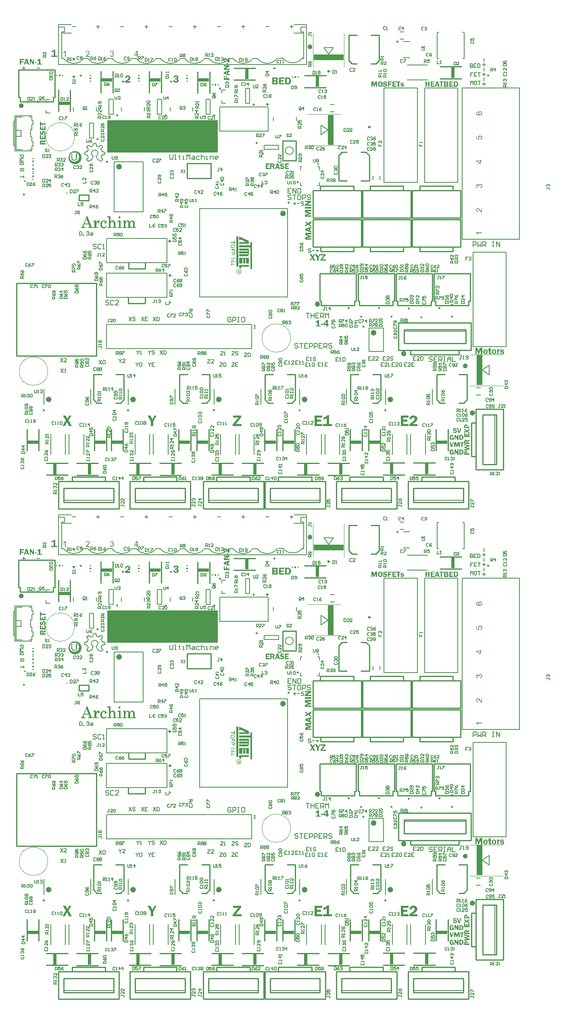
<source format=gto>
G04 Layer_Color=65535*
%FSLAX24Y24*%
%MOIN*%
G70*
G01*
G75*
%ADD10C,0.0070*%
%ADD12C,0.0100*%
%ADD71C,0.0200*%
%ADD72C,0.0080*%
%ADD74C,0.0240*%
%ADD76C,0.0120*%
%ADD126C,0.0039*%
%ADD127C,0.0060*%
%ADD128C,0.0098*%
%ADD129C,0.0050*%
%ADD130C,0.0010*%
%ADD131C,0.0236*%
%ADD132C,0.0098*%
%ADD133C,0.0040*%
%ADD134C,0.0060*%
%ADD135C,0.0079*%
%ADD136R,0.0295X0.0879*%
%ADD137R,0.0879X0.0295*%
%ADD138R,0.0120X0.0119*%
%ADD139R,0.0120X0.0060*%
%ADD140R,0.0120X0.0059*%
%ADD141R,0.0119X0.0120*%
%ADD142R,0.0060X0.0120*%
%ADD143R,0.0059X0.0120*%
%ADD144R,0.2450X0.0492*%
%ADD145R,0.0492X0.2450*%
%ADD146R,0.9183X0.2710*%
G36*
X10530Y81229D02*
X10540Y81228D01*
X10552Y81225D01*
X10564Y81222D01*
X10577Y81218D01*
X10590Y81212D01*
X10591D01*
X10592Y81211D01*
X10596Y81209D01*
X10602Y81205D01*
X10610Y81200D01*
X10618Y81193D01*
X10627Y81185D01*
X10635Y81175D01*
X10643Y81164D01*
X10644Y81163D01*
X10646Y81159D01*
X10649Y81153D01*
X10652Y81145D01*
X10655Y81135D01*
X10658Y81125D01*
X10660Y81114D01*
X10661Y81101D01*
Y81099D01*
Y81095D01*
X10660Y81089D01*
X10659Y81082D01*
X10657Y81073D01*
X10654Y81063D01*
X10650Y81052D01*
X10644Y81042D01*
X10643Y81041D01*
X10641Y81038D01*
X10636Y81033D01*
X10631Y81027D01*
X10623Y81021D01*
X10615Y81014D01*
X10604Y81006D01*
X10592Y81000D01*
X10593D01*
X10595Y80999D01*
X10597D01*
X10600Y80998D01*
X10607Y80996D01*
X10617Y80991D01*
X10628Y80986D01*
X10639Y80978D01*
X10651Y80969D01*
X10660Y80958D01*
X10661Y80956D01*
X10664Y80952D01*
X10668Y80945D01*
X10673Y80936D01*
X10678Y80925D01*
X10682Y80911D01*
X10685Y80895D01*
X10685Y80878D01*
Y80877D01*
Y80875D01*
Y80872D01*
X10685Y80867D01*
X10684Y80861D01*
X10683Y80855D01*
X10682Y80847D01*
X10679Y80840D01*
X10674Y80822D01*
X10670Y80813D01*
X10665Y80804D01*
X10660Y80795D01*
X10654Y80785D01*
X10646Y80776D01*
X10638Y80767D01*
X10637Y80767D01*
X10635Y80765D01*
X10633Y80764D01*
X10629Y80761D01*
X10625Y80757D01*
X10619Y80753D01*
X10612Y80749D01*
X10605Y80745D01*
X10597Y80741D01*
X10588Y80737D01*
X10578Y80733D01*
X10567Y80730D01*
X10556Y80726D01*
X10544Y80725D01*
X10531Y80723D01*
X10518Y80723D01*
X10512D01*
X10508Y80723D01*
X10502Y80724D01*
X10496Y80725D01*
X10488Y80726D01*
X10480Y80727D01*
X10463Y80732D01*
X10445Y80739D01*
X10436Y80743D01*
X10428Y80748D01*
X10418Y80754D01*
X10410Y80761D01*
X10409Y80762D01*
X10409Y80763D01*
X10406Y80765D01*
X10403Y80768D01*
X10400Y80773D01*
X10397Y80777D01*
X10392Y80782D01*
X10388Y80788D01*
X10379Y80804D01*
X10372Y80821D01*
X10365Y80841D01*
X10363Y80851D01*
X10361Y80863D01*
X10422Y80871D01*
Y80870D01*
X10423Y80869D01*
Y80866D01*
X10425Y80863D01*
X10427Y80854D01*
X10431Y80842D01*
X10435Y80830D01*
X10441Y80817D01*
X10449Y80806D01*
X10457Y80796D01*
X10459Y80795D01*
X10462Y80792D01*
X10467Y80789D01*
X10474Y80785D01*
X10483Y80781D01*
X10493Y80777D01*
X10505Y80774D01*
X10518Y80773D01*
X10523D01*
X10526Y80774D01*
X10533Y80775D01*
X10543Y80777D01*
X10555Y80781D01*
X10567Y80785D01*
X10580Y80793D01*
X10591Y80803D01*
X10592Y80804D01*
X10595Y80808D01*
X10600Y80814D01*
X10606Y80823D01*
X10611Y80834D01*
X10616Y80847D01*
X10619Y80861D01*
X10620Y80877D01*
Y80878D01*
Y80878D01*
Y80881D01*
X10620Y80884D01*
X10619Y80891D01*
X10617Y80901D01*
X10614Y80912D01*
X10608Y80924D01*
X10601Y80935D01*
X10592Y80946D01*
X10591Y80947D01*
X10588Y80950D01*
X10582Y80954D01*
X10573Y80959D01*
X10564Y80965D01*
X10552Y80968D01*
X10539Y80971D01*
X10524Y80973D01*
X10517D01*
X10511Y80972D01*
X10505Y80971D01*
X10498Y80971D01*
X10490Y80969D01*
X10480Y80967D01*
X10487Y81021D01*
X10491D01*
X10494Y81020D01*
X10504D01*
X10511Y81021D01*
X10521Y81022D01*
X10531Y81024D01*
X10542Y81028D01*
X10555Y81033D01*
X10567Y81039D01*
X10568Y81040D01*
X10572Y81043D01*
X10576Y81049D01*
X10583Y81055D01*
X10589Y81064D01*
X10593Y81074D01*
X10597Y81087D01*
X10598Y81102D01*
Y81103D01*
Y81104D01*
Y81108D01*
X10597Y81114D01*
X10595Y81122D01*
X10593Y81130D01*
X10589Y81139D01*
X10583Y81149D01*
X10576Y81157D01*
X10575Y81158D01*
X10572Y81161D01*
X10567Y81165D01*
X10560Y81169D01*
X10552Y81173D01*
X10542Y81176D01*
X10530Y81179D01*
X10518Y81180D01*
X10511D01*
X10505Y81179D01*
X10497Y81177D01*
X10487Y81175D01*
X10477Y81170D01*
X10468Y81165D01*
X10458Y81157D01*
X10457Y81157D01*
X10454Y81154D01*
X10450Y81148D01*
X10446Y81141D01*
X10440Y81132D01*
X10436Y81120D01*
X10431Y81107D01*
X10428Y81091D01*
X10367Y81101D01*
Y81102D01*
X10368Y81104D01*
X10369Y81108D01*
X10369Y81111D01*
X10371Y81117D01*
X10372Y81123D01*
X10378Y81136D01*
X10384Y81151D01*
X10393Y81167D01*
X10403Y81182D01*
X10417Y81196D01*
X10418Y81197D01*
X10418Y81197D01*
X10421Y81199D01*
X10425Y81201D01*
X10428Y81204D01*
X10433Y81207D01*
X10444Y81213D01*
X10459Y81219D01*
X10476Y81225D01*
X10495Y81228D01*
X10505Y81230D01*
X10523D01*
X10530Y81229D01*
D02*
G37*
G36*
X12638Y80906D02*
X12705D01*
Y80850D01*
X12638D01*
Y80731D01*
X12576D01*
Y80850D01*
X12361D01*
Y80906D01*
X12588Y81227D01*
X12638D01*
Y80906D01*
D02*
G37*
G36*
X8546Y81229D02*
X8552Y81228D01*
X8559Y81228D01*
X8567Y81227D01*
X8575Y81225D01*
X8593Y81220D01*
X8612Y81213D01*
X8622Y81209D01*
X8631Y81204D01*
X8639Y81197D01*
X8648Y81190D01*
X8648Y81189D01*
X8649Y81188D01*
X8651Y81186D01*
X8654Y81183D01*
X8657Y81179D01*
X8661Y81174D01*
X8669Y81163D01*
X8676Y81148D01*
X8683Y81132D01*
X8688Y81113D01*
X8689Y81102D01*
X8690Y81092D01*
Y81090D01*
Y81086D01*
X8689Y81080D01*
X8688Y81073D01*
X8687Y81064D01*
X8685Y81054D01*
X8682Y81043D01*
X8677Y81033D01*
X8676Y81031D01*
X8675Y81027D01*
X8672Y81022D01*
X8667Y81015D01*
X8662Y81005D01*
X8655Y80995D01*
X8646Y80984D01*
X8636Y80972D01*
X8635Y80971D01*
X8631Y80966D01*
X8624Y80959D01*
X8620Y80955D01*
X8614Y80950D01*
X8608Y80943D01*
X8601Y80937D01*
X8593Y80930D01*
X8585Y80922D01*
X8576Y80913D01*
X8565Y80904D01*
X8555Y80895D01*
X8542Y80884D01*
X8542Y80884D01*
X8540Y80882D01*
X8537Y80880D01*
X8533Y80877D01*
X8524Y80869D01*
X8513Y80860D01*
X8502Y80849D01*
X8490Y80838D01*
X8480Y80829D01*
X8476Y80826D01*
X8472Y80822D01*
X8471Y80821D01*
X8470Y80819D01*
X8467Y80816D01*
X8463Y80811D01*
X8455Y80801D01*
X8446Y80789D01*
X8691D01*
Y80731D01*
X8362D01*
Y80732D01*
Y80735D01*
Y80739D01*
X8363Y80745D01*
X8363Y80751D01*
X8364Y80757D01*
X8366Y80765D01*
X8369Y80773D01*
Y80773D01*
X8369Y80774D01*
X8371Y80779D01*
X8374Y80785D01*
X8378Y80794D01*
X8384Y80804D01*
X8391Y80815D01*
X8399Y80826D01*
X8409Y80838D01*
Y80839D01*
X8410Y80840D01*
X8414Y80844D01*
X8420Y80851D01*
X8429Y80860D01*
X8440Y80871D01*
X8454Y80884D01*
X8471Y80898D01*
X8489Y80914D01*
X8490Y80915D01*
X8493Y80917D01*
X8496Y80920D01*
X8502Y80925D01*
X8508Y80931D01*
X8516Y80937D01*
X8533Y80952D01*
X8551Y80969D01*
X8569Y80987D01*
X8578Y80995D01*
X8586Y81003D01*
X8592Y81011D01*
X8598Y81019D01*
Y81020D01*
X8600Y81021D01*
X8601Y81023D01*
X8603Y81026D01*
X8607Y81033D01*
X8613Y81043D01*
X8618Y81055D01*
X8623Y81067D01*
X8626Y81080D01*
X8627Y81093D01*
Y81094D01*
Y81095D01*
X8626Y81099D01*
X8626Y81106D01*
X8624Y81114D01*
X8620Y81124D01*
X8616Y81134D01*
X8610Y81145D01*
X8601Y81154D01*
X8599Y81155D01*
X8596Y81158D01*
X8590Y81162D01*
X8583Y81167D01*
X8573Y81172D01*
X8561Y81176D01*
X8548Y81179D01*
X8533Y81179D01*
X8528D01*
X8525Y81179D01*
X8518Y81178D01*
X8508Y81176D01*
X8496Y81173D01*
X8484Y81168D01*
X8473Y81161D01*
X8462Y81152D01*
X8462Y81151D01*
X8459Y81148D01*
X8454Y81142D01*
X8449Y81133D01*
X8444Y81123D01*
X8440Y81111D01*
X8437Y81096D01*
X8436Y81080D01*
X8373Y81086D01*
Y81087D01*
Y81089D01*
X8374Y81093D01*
X8375Y81098D01*
X8376Y81104D01*
X8377Y81111D01*
X8381Y81126D01*
X8387Y81143D01*
X8396Y81160D01*
X8407Y81178D01*
X8413Y81185D01*
X8421Y81193D01*
X8421Y81194D01*
X8423Y81194D01*
X8425Y81197D01*
X8428Y81199D01*
X8433Y81201D01*
X8438Y81205D01*
X8444Y81208D01*
X8451Y81212D01*
X8459Y81215D01*
X8467Y81219D01*
X8477Y81222D01*
X8487Y81224D01*
X8509Y81228D01*
X8521Y81229D01*
X8534Y81230D01*
X8541D01*
X8546Y81229D01*
D02*
G37*
G36*
X6694Y80731D02*
X6633D01*
Y81120D01*
X6632Y81119D01*
X6629Y81116D01*
X6624Y81112D01*
X6617Y81107D01*
X6609Y81100D01*
X6599Y81093D01*
X6587Y81085D01*
X6575Y81077D01*
X6574D01*
X6573Y81077D01*
X6568Y81073D01*
X6562Y81070D01*
X6553Y81065D01*
X6544Y81060D01*
X6533Y81055D01*
X6522Y81050D01*
X6511Y81046D01*
Y81105D01*
X6512D01*
X6513Y81106D01*
X6516Y81108D01*
X6519Y81110D01*
X6524Y81112D01*
X6529Y81114D01*
X6541Y81121D01*
X6555Y81129D01*
X6570Y81139D01*
X6585Y81151D01*
X6599Y81163D01*
X6600Y81163D01*
X6601Y81164D01*
X6606Y81169D01*
X6612Y81176D01*
X6621Y81184D01*
X6630Y81194D01*
X6639Y81206D01*
X6647Y81218D01*
X6654Y81230D01*
X6694D01*
Y80731D01*
D02*
G37*
G36*
X5834Y80828D02*
X5997D01*
Y80721D01*
X5521D01*
Y80828D01*
X5700D01*
Y81165D01*
X5699Y81164D01*
X5695Y81162D01*
X5690Y81159D01*
X5682Y81154D01*
X5673Y81149D01*
X5664Y81144D01*
X5652Y81137D01*
X5640Y81130D01*
X5614Y81115D01*
X5586Y81101D01*
X5559Y81088D01*
X5547Y81082D01*
X5536Y81077D01*
Y81198D01*
X5538Y81199D01*
X5543Y81200D01*
X5550Y81203D01*
X5560Y81206D01*
X5573Y81211D01*
X5586Y81216D01*
X5602Y81223D01*
X5618Y81230D01*
X5651Y81247D01*
X5684Y81267D01*
X5699Y81278D01*
X5712Y81291D01*
X5725Y81304D01*
X5735Y81317D01*
X5834D01*
Y80828D01*
D02*
G37*
G36*
X20231Y80616D02*
Y80263D01*
X20140D01*
X20139Y80264D01*
X20137Y80267D01*
X20134Y80271D01*
X20129Y80277D01*
X20124Y80284D01*
X20117Y80295D01*
X20109Y80306D01*
X20099Y80320D01*
X20098Y80320D01*
X20096Y80324D01*
X20092Y80329D01*
X20087Y80335D01*
X20082Y80344D01*
X20075Y80352D01*
X20067Y80363D01*
X20059Y80373D01*
X20041Y80397D01*
X20022Y80420D01*
X20013Y80431D01*
X20004Y80442D01*
X19994Y80452D01*
X19986Y80461D01*
X19985Y80462D01*
X19983Y80463D01*
X19981Y80465D01*
X19978Y80468D01*
X19969Y80475D01*
X19959Y80484D01*
X19947Y80491D01*
X19933Y80498D01*
X19926Y80502D01*
X19919Y80504D01*
X19912Y80505D01*
X19905Y80505D01*
X19900D01*
X19895Y80505D01*
X19889Y80503D01*
X19881Y80501D01*
X19874Y80498D01*
X19866Y80494D01*
X19859Y80488D01*
X19858Y80487D01*
X19856Y80484D01*
X19854Y80480D01*
X19850Y80475D01*
X19847Y80468D01*
X19844Y80460D01*
X19842Y80451D01*
X19841Y80440D01*
Y80439D01*
Y80437D01*
X19842Y80434D01*
X19843Y80429D01*
X19844Y80423D01*
X19846Y80417D01*
X19849Y80411D01*
X19852Y80404D01*
X19857Y80397D01*
X19863Y80390D01*
X19870Y80383D01*
X19879Y80377D01*
X19890Y80371D01*
X19901Y80366D01*
X19915Y80362D01*
X19931Y80359D01*
X19910Y80263D01*
X19909D01*
X19908Y80264D01*
X19906D01*
X19903Y80265D01*
X19896Y80267D01*
X19886Y80270D01*
X19874Y80275D01*
X19861Y80281D01*
X19847Y80289D01*
X19832Y80298D01*
X19817Y80309D01*
X19803Y80322D01*
X19790Y80337D01*
X19778Y80353D01*
X19768Y80373D01*
X19761Y80394D01*
X19758Y80406D01*
X19755Y80418D01*
X19755Y80431D01*
X19754Y80445D01*
Y80445D01*
Y80448D01*
Y80452D01*
X19755Y80459D01*
X19755Y80466D01*
X19756Y80473D01*
X19758Y80482D01*
X19759Y80492D01*
X19765Y80513D01*
X19773Y80534D01*
X19777Y80545D01*
X19783Y80555D01*
X19790Y80564D01*
X19798Y80573D01*
X19798Y80573D01*
X19800Y80575D01*
X19802Y80577D01*
X19805Y80580D01*
X19809Y80583D01*
X19815Y80587D01*
X19820Y80591D01*
X19827Y80595D01*
X19842Y80604D01*
X19860Y80611D01*
X19870Y80614D01*
X19880Y80616D01*
X19891Y80617D01*
X19902Y80618D01*
X19908D01*
X19912Y80617D01*
X19918Y80616D01*
X19925Y80616D01*
X19932Y80614D01*
X19940Y80612D01*
X19957Y80606D01*
X19966Y80603D01*
X19976Y80598D01*
X19985Y80593D01*
X19995Y80587D01*
X20005Y80580D01*
X20014Y80571D01*
X20015Y80570D01*
X20016Y80569D01*
X20019Y80566D01*
X20022Y80562D01*
X20027Y80556D01*
X20033Y80550D01*
X20040Y80541D01*
X20047Y80532D01*
X20056Y80521D01*
X20065Y80509D01*
X20076Y80495D01*
X20087Y80478D01*
X20098Y80461D01*
X20111Y80442D01*
X20124Y80421D01*
X20137Y80398D01*
Y80624D01*
X20231Y80616D01*
D02*
G37*
G36*
X4087Y80079D02*
X3993D01*
X3808Y80396D01*
Y80395D01*
Y80394D01*
Y80390D01*
Y80384D01*
X3809Y80380D01*
Y80379D01*
Y80378D01*
X3810Y80373D01*
X3811Y80366D01*
Y80360D01*
Y80079D01*
X3725D01*
Y80549D01*
X3843D01*
X4004Y80271D01*
Y80272D01*
Y80274D01*
X4004Y80278D01*
Y80283D01*
X4003Y80294D01*
X4002Y80298D01*
Y80303D01*
Y80549D01*
X4087D01*
Y80079D01*
D02*
G37*
G36*
X4307Y80220D02*
X4143D01*
Y80295D01*
X4307D01*
Y80220D01*
D02*
G37*
G36*
X4596Y80165D02*
X4727D01*
Y80079D01*
X4346D01*
Y80165D01*
X4489D01*
Y80434D01*
X4488Y80433D01*
X4485Y80432D01*
X4481Y80429D01*
X4475Y80426D01*
X4468Y80422D01*
X4460Y80417D01*
X4450Y80411D01*
X4441Y80406D01*
X4420Y80394D01*
X4398Y80383D01*
X4376Y80372D01*
X4367Y80368D01*
X4357Y80364D01*
Y80461D01*
X4359Y80461D01*
X4363Y80462D01*
X4369Y80465D01*
X4377Y80467D01*
X4387Y80471D01*
X4398Y80475D01*
X4410Y80480D01*
X4423Y80486D01*
X4450Y80500D01*
X4476Y80515D01*
X4488Y80525D01*
X4499Y80535D01*
X4509Y80545D01*
X4517Y80556D01*
X4596D01*
Y80165D01*
D02*
G37*
G36*
X3675Y80079D02*
X3556D01*
X3527Y80176D01*
X3375D01*
X3345Y80079D01*
X3249D01*
X3399Y80549D01*
X3528D01*
X3675Y80079D01*
D02*
G37*
G36*
X3240Y80456D02*
X3020D01*
Y80351D01*
X3194D01*
Y80263D01*
X3020D01*
Y80079D01*
X2906D01*
Y80549D01*
X3240D01*
Y80456D01*
D02*
G37*
G36*
X20090Y80068D02*
X20015D01*
Y80232D01*
X20090D01*
Y80068D01*
D02*
G37*
G36*
X20231Y79918D02*
X19914Y79734D01*
X19926D01*
X19930Y79735D01*
X19932D01*
X19937Y79735D01*
X19944Y79736D01*
X20231D01*
Y79650D01*
X19761D01*
Y79768D01*
X20039Y79930D01*
X20036D01*
X20032Y79929D01*
X20027D01*
X20016Y79928D01*
X20012Y79928D01*
X19761D01*
Y80013D01*
X20231D01*
Y79918D01*
D02*
G37*
G36*
Y79482D02*
X20134Y79453D01*
Y79300D01*
X20231Y79271D01*
Y79175D01*
X19761Y79325D01*
Y79453D01*
X20231Y79600D01*
Y79482D01*
D02*
G37*
G36*
X19854Y78945D02*
X19959D01*
Y79119D01*
X20047D01*
Y78945D01*
X20231D01*
Y78831D01*
X19761D01*
Y79165D01*
X19854D01*
Y78945D01*
D02*
G37*
G36*
X15829Y79196D02*
X15837D01*
X15846Y79195D01*
X15855Y79193D01*
X15866Y79192D01*
X15889Y79187D01*
X15915Y79179D01*
X15940Y79169D01*
X15952Y79162D01*
X15964Y79154D01*
X15965D01*
X15967Y79152D01*
X15969Y79151D01*
X15973Y79147D01*
X15983Y79137D01*
X15994Y79124D01*
X16005Y79108D01*
X16014Y79088D01*
X16018Y79077D01*
X16021Y79066D01*
X16023Y79053D01*
X16024Y79039D01*
Y79038D01*
Y79035D01*
X16023Y79030D01*
X16022Y79024D01*
X16021Y79016D01*
X16019Y79007D01*
X16015Y78997D01*
X16011Y78987D01*
X16007Y78976D01*
X16000Y78965D01*
X15991Y78953D01*
X15981Y78943D01*
X15969Y78933D01*
X15956Y78923D01*
X15940Y78914D01*
X15923Y78907D01*
X15924D01*
X15927Y78906D01*
X15933Y78904D01*
X15941Y78901D01*
X15950Y78897D01*
X15961Y78892D01*
X15971Y78886D01*
X15982Y78878D01*
X15993Y78869D01*
X16004Y78860D01*
X16014Y78849D01*
X16023Y78836D01*
X16031Y78822D01*
X16037Y78806D01*
X16041Y78788D01*
X16042Y78769D01*
Y78768D01*
Y78765D01*
Y78761D01*
X16041Y78756D01*
X16040Y78749D01*
X16039Y78742D01*
X16034Y78724D01*
X16027Y78703D01*
X16022Y78693D01*
X16016Y78682D01*
X16009Y78671D01*
X16001Y78661D01*
X15992Y78651D01*
X15981Y78641D01*
X15980Y78640D01*
X15978Y78639D01*
X15975Y78636D01*
X15970Y78633D01*
X15964Y78629D01*
X15957Y78625D01*
X15948Y78622D01*
X15937Y78617D01*
X15927Y78612D01*
X15914Y78608D01*
X15900Y78604D01*
X15886Y78600D01*
X15869Y78597D01*
X15852Y78594D01*
X15834Y78593D01*
X15814Y78592D01*
X15805D01*
X15798Y78593D01*
X15789Y78594D01*
X15779Y78595D01*
X15767Y78596D01*
X15756Y78599D01*
X15729Y78605D01*
X15703Y78614D01*
X15689Y78620D01*
X15677Y78626D01*
X15664Y78634D01*
X15652Y78643D01*
X15651Y78644D01*
X15649Y78645D01*
X15646Y78648D01*
X15643Y78652D01*
X15639Y78657D01*
X15633Y78663D01*
X15621Y78678D01*
X15608Y78697D01*
X15598Y78718D01*
X15588Y78743D01*
X15584Y78756D01*
X15581Y78770D01*
X15706Y78788D01*
Y78787D01*
X15707Y78785D01*
X15708Y78780D01*
X15710Y78775D01*
X15713Y78767D01*
X15716Y78760D01*
X15721Y78751D01*
X15725Y78744D01*
X15732Y78735D01*
X15739Y78726D01*
X15748Y78719D01*
X15758Y78712D01*
X15768Y78706D01*
X15781Y78702D01*
X15795Y78699D01*
X15810Y78698D01*
X15817D01*
X15825Y78699D01*
X15834Y78701D01*
X15845Y78703D01*
X15855Y78706D01*
X15867Y78711D01*
X15877Y78718D01*
X15878Y78719D01*
X15881Y78722D01*
X15885Y78727D01*
X15889Y78734D01*
X15894Y78742D01*
X15898Y78751D01*
X15901Y78763D01*
X15902Y78776D01*
Y78778D01*
Y78782D01*
X15901Y78788D01*
X15899Y78797D01*
X15896Y78806D01*
X15892Y78816D01*
X15887Y78825D01*
X15879Y78832D01*
X15878Y78833D01*
X15874Y78835D01*
X15868Y78838D01*
X15859Y78842D01*
X15847Y78846D01*
X15832Y78849D01*
X15813Y78851D01*
X15791Y78852D01*
X15737D01*
Y78955D01*
X15807D01*
X15816Y78956D01*
X15827Y78958D01*
X15840Y78960D01*
X15851Y78964D01*
X15861Y78970D01*
X15870Y78977D01*
X15871Y78978D01*
X15873Y78981D01*
X15876Y78986D01*
X15880Y78991D01*
X15884Y78998D01*
X15887Y79006D01*
X15888Y79015D01*
X15889Y79024D01*
Y79025D01*
Y79029D01*
X15888Y79033D01*
X15887Y79040D01*
X15885Y79048D01*
X15881Y79057D01*
X15875Y79066D01*
X15868Y79073D01*
X15867Y79074D01*
X15864Y79077D01*
X15859Y79080D01*
X15853Y79085D01*
X15845Y79089D01*
X15835Y79092D01*
X15823Y79095D01*
X15810Y79096D01*
X15804D01*
X15799Y79095D01*
X15787Y79092D01*
X15772Y79086D01*
X15765Y79082D01*
X15757Y79077D01*
X15749Y79071D01*
X15742Y79065D01*
X15735Y79056D01*
X15729Y79045D01*
X15725Y79034D01*
X15721Y79021D01*
X15599Y79039D01*
Y79040D01*
X15600Y79042D01*
X15601Y79046D01*
X15602Y79051D01*
X15603Y79057D01*
X15606Y79064D01*
X15613Y79079D01*
X15623Y79097D01*
X15636Y79116D01*
X15651Y79135D01*
X15660Y79144D01*
X15671Y79152D01*
X15672Y79153D01*
X15674Y79154D01*
X15677Y79156D01*
X15682Y79159D01*
X15687Y79163D01*
X15694Y79167D01*
X15702Y79171D01*
X15711Y79175D01*
X15721Y79179D01*
X15731Y79183D01*
X15756Y79191D01*
X15784Y79195D01*
X15799Y79197D01*
X15823D01*
X15829Y79196D01*
D02*
G37*
G36*
X11845Y79186D02*
X11854Y79185D01*
X11864Y79184D01*
X11874Y79182D01*
X11887Y79181D01*
X11912Y79174D01*
X11939Y79164D01*
X11952Y79158D01*
X11965Y79151D01*
X11977Y79142D01*
X11988Y79133D01*
X11989Y79132D01*
X11990Y79130D01*
X11992Y79127D01*
X11996Y79123D01*
X12000Y79118D01*
X12005Y79111D01*
X12011Y79104D01*
X12016Y79096D01*
X12027Y79077D01*
X12035Y79055D01*
X12039Y79042D01*
X12042Y79029D01*
X12043Y79016D01*
X12044Y79002D01*
Y79001D01*
Y78998D01*
Y78994D01*
X12043Y78989D01*
X12042Y78982D01*
X12041Y78974D01*
X12039Y78965D01*
X12037Y78955D01*
X12029Y78934D01*
X12026Y78922D01*
X12020Y78910D01*
X12013Y78898D01*
X12005Y78886D01*
X11996Y78874D01*
X11986Y78862D01*
X11985Y78861D01*
X11983Y78859D01*
X11979Y78857D01*
X11974Y78852D01*
X11967Y78846D01*
X11959Y78838D01*
X11948Y78829D01*
X11937Y78820D01*
X11923Y78810D01*
X11907Y78798D01*
X11890Y78785D01*
X11869Y78772D01*
X11848Y78757D01*
X11825Y78741D01*
X11798Y78725D01*
X11770Y78708D01*
X12052D01*
X12041Y78591D01*
X11601D01*
Y78705D01*
X11602Y78706D01*
X11605Y78708D01*
X11611Y78712D01*
X11618Y78718D01*
X11627Y78725D01*
X11640Y78734D01*
X11655Y78743D01*
X11671Y78756D01*
X11672Y78757D01*
X11676Y78760D01*
X11683Y78765D01*
X11691Y78771D01*
X11702Y78777D01*
X11712Y78786D01*
X11725Y78796D01*
X11739Y78806D01*
X11768Y78828D01*
X11797Y78852D01*
X11811Y78863D01*
X11825Y78875D01*
X11837Y78887D01*
X11848Y78897D01*
X11849Y78898D01*
X11850Y78900D01*
X11853Y78903D01*
X11857Y78907D01*
X11866Y78918D01*
X11876Y78931D01*
X11886Y78946D01*
X11895Y78964D01*
X11899Y78973D01*
X11902Y78981D01*
X11903Y78990D01*
X11904Y78999D01*
Y79001D01*
Y79005D01*
X11903Y79011D01*
X11901Y79019D01*
X11898Y79028D01*
X11894Y79037D01*
X11889Y79047D01*
X11881Y79056D01*
X11880Y79057D01*
X11877Y79060D01*
X11872Y79062D01*
X11866Y79067D01*
X11857Y79071D01*
X11847Y79074D01*
X11835Y79077D01*
X11822Y79078D01*
X11818D01*
X11814Y79077D01*
X11808Y79076D01*
X11801Y79075D01*
X11793Y79072D01*
X11785Y79068D01*
X11777Y79064D01*
X11768Y79059D01*
X11759Y79051D01*
X11750Y79042D01*
X11743Y79031D01*
X11736Y79018D01*
X11729Y79003D01*
X11724Y78985D01*
X11721Y78966D01*
X11601Y78992D01*
Y78993D01*
X11602Y78994D01*
Y78997D01*
X11603Y79001D01*
X11606Y79010D01*
X11610Y79022D01*
X11616Y79037D01*
X11623Y79054D01*
X11633Y79071D01*
X11644Y79090D01*
X11658Y79108D01*
X11674Y79126D01*
X11693Y79142D01*
X11713Y79157D01*
X11738Y79170D01*
X11764Y79179D01*
X11779Y79182D01*
X11794Y79185D01*
X11811Y79186D01*
X11827Y79187D01*
X11837D01*
X11845Y79186D01*
D02*
G37*
G36*
X33111Y78698D02*
X33120Y78697D01*
X33131Y78695D01*
X33142Y78693D01*
X33155Y78689D01*
X33169Y78685D01*
X33182Y78680D01*
X33196Y78673D01*
X33211Y78665D01*
X33224Y78654D01*
X33237Y78643D01*
X33248Y78629D01*
X33258Y78613D01*
X33266Y78594D01*
X33178Y78565D01*
Y78566D01*
X33177Y78567D01*
X33176Y78570D01*
X33174Y78573D01*
X33169Y78582D01*
X33162Y78591D01*
X33152Y78601D01*
X33145Y78605D01*
X33139Y78610D01*
X33131Y78613D01*
X33122Y78616D01*
X33113Y78617D01*
X33103Y78618D01*
X33097D01*
X33093Y78617D01*
X33084Y78616D01*
X33073Y78613D01*
X33061Y78608D01*
X33051Y78601D01*
X33048Y78597D01*
X33045Y78591D01*
X33043Y78585D01*
X33042Y78577D01*
Y78577D01*
Y78575D01*
X33043Y78572D01*
X33043Y78569D01*
X33045Y78564D01*
X33046Y78560D01*
X33049Y78556D01*
X33053Y78551D01*
X33054Y78550D01*
X33055Y78550D01*
X33059Y78547D01*
X33064Y78545D01*
X33070Y78542D01*
X33080Y78538D01*
X33091Y78535D01*
X33105Y78531D01*
X33106D01*
X33108Y78531D01*
X33111Y78530D01*
X33116Y78529D01*
X33121Y78528D01*
X33128Y78526D01*
X33142Y78523D01*
X33158Y78518D01*
X33174Y78514D01*
X33190Y78509D01*
X33196Y78506D01*
X33203Y78504D01*
X33204D01*
X33204Y78503D01*
X33208Y78501D01*
X33214Y78498D01*
X33221Y78493D01*
X33230Y78487D01*
X33239Y78479D01*
X33248Y78470D01*
X33256Y78459D01*
X33256Y78457D01*
X33259Y78454D01*
X33263Y78447D01*
X33267Y78439D01*
X33271Y78429D01*
X33274Y78417D01*
X33277Y78404D01*
X33278Y78390D01*
Y78389D01*
Y78387D01*
Y78384D01*
X33277Y78380D01*
X33276Y78375D01*
X33275Y78369D01*
X33272Y78355D01*
X33267Y78339D01*
X33263Y78331D01*
X33258Y78322D01*
X33253Y78313D01*
X33247Y78304D01*
X33240Y78296D01*
X33232Y78288D01*
X33231Y78287D01*
X33229Y78285D01*
X33226Y78284D01*
X33223Y78281D01*
X33218Y78277D01*
X33212Y78274D01*
X33205Y78270D01*
X33197Y78266D01*
X33188Y78262D01*
X33178Y78258D01*
X33167Y78255D01*
X33155Y78251D01*
X33141Y78248D01*
X33127Y78247D01*
X33111Y78245D01*
X33095Y78244D01*
X33089D01*
X33084Y78245D01*
X33079D01*
X33071Y78246D01*
X33064Y78247D01*
X33056Y78248D01*
X33038Y78252D01*
X33019Y78258D01*
X32999Y78265D01*
X32980Y78275D01*
X32980Y78276D01*
X32978Y78277D01*
X32976Y78278D01*
X32973Y78281D01*
X32964Y78288D01*
X32955Y78298D01*
X32945Y78311D01*
X32934Y78326D01*
X32925Y78345D01*
X32921Y78356D01*
X32918Y78367D01*
X33014Y78389D01*
Y78388D01*
X33015Y78386D01*
X33016Y78383D01*
X33018Y78379D01*
X33020Y78374D01*
X33023Y78369D01*
X33027Y78363D01*
X33031Y78358D01*
X33036Y78352D01*
X33043Y78346D01*
X33050Y78341D01*
X33058Y78336D01*
X33068Y78332D01*
X33078Y78329D01*
X33090Y78327D01*
X33103Y78326D01*
X33109D01*
X33114Y78327D01*
X33122Y78328D01*
X33131Y78329D01*
X33140Y78332D01*
X33148Y78335D01*
X33155Y78340D01*
X33156Y78340D01*
X33158Y78342D01*
X33161Y78345D01*
X33164Y78349D01*
X33167Y78354D01*
X33170Y78359D01*
X33172Y78366D01*
X33173Y78373D01*
Y78373D01*
Y78375D01*
X33172Y78379D01*
X33171Y78384D01*
X33169Y78389D01*
X33166Y78394D01*
X33162Y78398D01*
X33157Y78403D01*
X33156Y78403D01*
X33154Y78405D01*
X33150Y78406D01*
X33143Y78409D01*
X33135Y78412D01*
X33125Y78416D01*
X33111Y78419D01*
X33096Y78422D01*
X33095D01*
X33092Y78423D01*
X33088Y78425D01*
X33082Y78425D01*
X33076Y78427D01*
X33068Y78430D01*
X33059Y78432D01*
X33049Y78435D01*
X33029Y78441D01*
X33010Y78450D01*
X33000Y78455D01*
X32991Y78459D01*
X32983Y78465D01*
X32976Y78470D01*
X32975Y78471D01*
X32975Y78471D01*
X32971Y78476D01*
X32965Y78482D01*
X32958Y78493D01*
X32952Y78505D01*
X32947Y78520D01*
X32942Y78538D01*
X32942Y78548D01*
X32941Y78558D01*
Y78559D01*
Y78561D01*
Y78564D01*
X32942Y78568D01*
X32942Y78573D01*
X32943Y78579D01*
X32946Y78593D01*
X32951Y78608D01*
X32955Y78616D01*
X32959Y78625D01*
X32964Y78633D01*
X32969Y78641D01*
X32976Y78649D01*
X32983Y78657D01*
X32984Y78658D01*
X32986Y78659D01*
X32988Y78661D01*
X32991Y78664D01*
X32996Y78667D01*
X33001Y78670D01*
X33007Y78674D01*
X33014Y78678D01*
X33021Y78681D01*
X33030Y78685D01*
X33040Y78689D01*
X33050Y78692D01*
X33061Y78695D01*
X33073Y78697D01*
X33086Y78698D01*
X33099Y78698D01*
X33105D01*
X33111Y78698D01*
D02*
G37*
G36*
X36782Y78251D02*
X36681D01*
Y78433D01*
X36542D01*
Y78251D01*
X36441D01*
Y78692D01*
X36542D01*
Y78520D01*
X36681D01*
Y78692D01*
X36782D01*
Y78251D01*
D02*
G37*
G36*
X34534Y78583D02*
X34539D01*
X34551Y78582D01*
X34564Y78579D01*
X34578Y78575D01*
X34591Y78570D01*
X34603Y78564D01*
X34605Y78563D01*
X34608Y78560D01*
X34614Y78555D01*
X34621Y78547D01*
X34628Y78539D01*
X34636Y78528D01*
X34644Y78514D01*
X34651Y78498D01*
X34581Y78480D01*
Y78481D01*
X34580Y78482D01*
X34579Y78485D01*
X34578Y78487D01*
X34574Y78494D01*
X34568Y78502D01*
X34559Y78510D01*
X34554Y78514D01*
X34548Y78517D01*
X34542Y78520D01*
X34534Y78522D01*
X34526Y78523D01*
X34517Y78524D01*
X34513D01*
X34510Y78523D01*
X34502Y78523D01*
X34494Y78520D01*
X34485Y78517D01*
X34477Y78512D01*
X34474Y78508D01*
X34472Y78504D01*
X34470Y78499D01*
X34469Y78494D01*
Y78493D01*
Y78492D01*
X34471Y78487D01*
X34473Y78481D01*
X34475Y78478D01*
X34478Y78475D01*
X34479D01*
X34480Y78474D01*
X34483Y78473D01*
X34487Y78471D01*
X34494Y78469D01*
X34502Y78468D01*
X34512Y78465D01*
X34524Y78464D01*
X34526D01*
X34529Y78463D01*
X34533Y78463D01*
X34538Y78462D01*
X34543Y78461D01*
X34556Y78459D01*
X34569Y78457D01*
X34582Y78454D01*
X34595Y78451D01*
X34606Y78447D01*
X34608Y78446D01*
X34611Y78446D01*
X34616Y78443D01*
X34622Y78440D01*
X34628Y78435D01*
X34636Y78430D01*
X34643Y78422D01*
X34649Y78414D01*
X34649Y78414D01*
X34651Y78410D01*
X34654Y78405D01*
X34657Y78399D01*
X34660Y78391D01*
X34663Y78381D01*
X34664Y78370D01*
X34665Y78358D01*
Y78357D01*
Y78356D01*
Y78353D01*
X34664Y78350D01*
X34663Y78345D01*
X34663Y78340D01*
X34660Y78329D01*
X34655Y78315D01*
X34649Y78302D01*
X34644Y78295D01*
X34639Y78288D01*
X34633Y78282D01*
X34626Y78276D01*
X34625D01*
X34625Y78274D01*
X34622Y78273D01*
X34619Y78271D01*
X34615Y78269D01*
X34611Y78266D01*
X34605Y78263D01*
X34598Y78261D01*
X34591Y78258D01*
X34584Y78255D01*
X34575Y78252D01*
X34565Y78250D01*
X34554Y78247D01*
X34543Y78246D01*
X34532Y78245D01*
X34519Y78244D01*
X34514D01*
X34507Y78245D01*
X34499Y78246D01*
X34490Y78247D01*
X34479Y78250D01*
X34467Y78252D01*
X34454Y78256D01*
X34442Y78261D01*
X34428Y78268D01*
X34417Y78276D01*
X34405Y78285D01*
X34394Y78296D01*
X34384Y78309D01*
X34377Y78323D01*
X34371Y78340D01*
X34453Y78353D01*
Y78352D01*
X34453Y78351D01*
X34454Y78348D01*
X34455Y78346D01*
X34459Y78339D01*
X34465Y78331D01*
X34469Y78326D01*
X34474Y78323D01*
X34480Y78319D01*
X34487Y78315D01*
X34494Y78313D01*
X34503Y78311D01*
X34513Y78310D01*
X34524Y78309D01*
X34528D01*
X34532Y78310D01*
X34538D01*
X34544Y78311D01*
X34551Y78313D01*
X34557Y78314D01*
X34564Y78317D01*
X34564Y78318D01*
X34567Y78318D01*
X34569Y78321D01*
X34573Y78323D01*
X34575Y78326D01*
X34578Y78331D01*
X34580Y78335D01*
X34581Y78340D01*
Y78341D01*
X34580Y78344D01*
X34578Y78348D01*
X34576Y78352D01*
X34572Y78357D01*
X34565Y78362D01*
X34561Y78363D01*
X34556Y78365D01*
X34551Y78367D01*
X34544Y78367D01*
X34543D01*
X34540Y78368D01*
X34534Y78369D01*
X34528Y78370D01*
X34520Y78371D01*
X34511Y78373D01*
X34502Y78374D01*
X34491Y78376D01*
X34469Y78382D01*
X34447Y78388D01*
X34438Y78392D01*
X34429Y78396D01*
X34421Y78400D01*
X34414Y78405D01*
X34413Y78406D01*
X34409Y78409D01*
X34405Y78415D01*
X34399Y78423D01*
X34393Y78433D01*
X34389Y78446D01*
X34385Y78460D01*
X34384Y78476D01*
Y78477D01*
Y78479D01*
Y78481D01*
X34384Y78485D01*
X34386Y78493D01*
X34388Y78504D01*
X34392Y78516D01*
X34399Y78528D01*
X34403Y78535D01*
X34408Y78542D01*
X34413Y78547D01*
X34420Y78553D01*
X34420Y78554D01*
X34421Y78555D01*
X34423Y78556D01*
X34426Y78558D01*
X34430Y78561D01*
X34434Y78563D01*
X34439Y78566D01*
X34446Y78569D01*
X34453Y78572D01*
X34460Y78575D01*
X34469Y78577D01*
X34477Y78579D01*
X34498Y78583D01*
X34521Y78584D01*
X34529D01*
X34534Y78583D01*
D02*
G37*
G36*
X25053Y79019D02*
X25063Y79018D01*
X25075Y79017D01*
X25087Y79016D01*
X25114Y79013D01*
X25142Y79008D01*
X25167Y79000D01*
X25179Y78995D01*
X25189Y78989D01*
X25190D01*
X25191Y78988D01*
X25194Y78986D01*
X25198Y78983D01*
X25209Y78976D01*
X25222Y78966D01*
X25236Y78952D01*
X25253Y78936D01*
X25269Y78916D01*
X25286Y78894D01*
X25287Y78893D01*
X25288Y78891D01*
X25290Y78887D01*
X25293Y78882D01*
X25296Y78875D01*
X25300Y78867D01*
X25304Y78858D01*
X25307Y78849D01*
X25311Y78837D01*
X25315Y78824D01*
X25319Y78811D01*
X25322Y78796D01*
X25325Y78780D01*
X25327Y78764D01*
X25329Y78746D01*
Y78728D01*
Y78727D01*
Y78722D01*
Y78716D01*
X25328Y78707D01*
X25327Y78695D01*
X25325Y78684D01*
X25323Y78669D01*
X25319Y78654D01*
X25315Y78638D01*
X25310Y78621D01*
X25305Y78604D01*
X25298Y78585D01*
X25289Y78568D01*
X25278Y78550D01*
X25267Y78533D01*
X25254Y78517D01*
X25253Y78516D01*
X25251Y78513D01*
X25246Y78509D01*
X25240Y78504D01*
X25232Y78497D01*
X25224Y78490D01*
X25213Y78483D01*
X25200Y78475D01*
X25186Y78467D01*
X25171Y78459D01*
X25154Y78452D01*
X25136Y78446D01*
X25116Y78441D01*
X25096Y78437D01*
X25072Y78434D01*
X25049Y78433D01*
X24847D01*
Y79020D01*
X25044D01*
X25053Y79019D01*
D02*
G37*
G36*
X24765Y78908D02*
X24484D01*
Y78788D01*
X24705D01*
Y78678D01*
X24484D01*
Y78549D01*
X24765D01*
Y78433D01*
X24344D01*
Y79020D01*
X24765D01*
Y78908D01*
D02*
G37*
G36*
X24062Y79019D02*
X24069D01*
X24085Y79018D01*
X24103Y79016D01*
X24121Y79013D01*
X24138Y79008D01*
X24154Y79002D01*
X24156Y79001D01*
X24160Y78999D01*
X24167Y78994D01*
X24175Y78988D01*
X24185Y78980D01*
X24196Y78972D01*
X24206Y78961D01*
X24215Y78949D01*
X24216Y78947D01*
X24219Y78943D01*
X24223Y78936D01*
X24228Y78927D01*
X24232Y78915D01*
X24236Y78901D01*
X24239Y78886D01*
X24240Y78868D01*
Y78867D01*
Y78864D01*
X24239Y78859D01*
X24238Y78853D01*
X24237Y78845D01*
X24234Y78836D01*
X24231Y78826D01*
X24226Y78815D01*
X24221Y78805D01*
X24213Y78793D01*
X24206Y78782D01*
X24195Y78772D01*
X24183Y78762D01*
X24168Y78753D01*
X24152Y78744D01*
X24133Y78737D01*
X24134D01*
X24136Y78736D01*
X24139Y78735D01*
X24143Y78734D01*
X24155Y78731D01*
X24167Y78726D01*
X24183Y78718D01*
X24198Y78709D01*
X24212Y78696D01*
X24225Y78683D01*
X24226Y78681D01*
X24230Y78676D01*
X24235Y78667D01*
X24241Y78656D01*
X24247Y78643D01*
X24251Y78628D01*
X24255Y78611D01*
X24256Y78594D01*
Y78593D01*
Y78591D01*
Y78588D01*
X24255Y78583D01*
X24254Y78577D01*
X24253Y78570D01*
X24250Y78555D01*
X24244Y78537D01*
X24235Y78519D01*
X24229Y78509D01*
X24222Y78499D01*
X24214Y78489D01*
X24206Y78481D01*
X24205Y78480D01*
X24204Y78479D01*
X24201Y78477D01*
X24196Y78473D01*
X24191Y78470D01*
X24184Y78466D01*
X24176Y78461D01*
X24167Y78457D01*
X24156Y78452D01*
X24144Y78448D01*
X24130Y78444D01*
X24116Y78441D01*
X24100Y78438D01*
X24083Y78435D01*
X24064Y78434D01*
X24044Y78433D01*
X23770D01*
Y79020D01*
X24055D01*
X24062Y79019D01*
D02*
G37*
G36*
X32451Y78251D02*
X32347D01*
Y78610D01*
X32236Y78251D01*
X32165D01*
X32057Y78610D01*
Y78251D01*
X31971D01*
Y78692D01*
X32131D01*
X32208Y78427D01*
X32289Y78692D01*
X32451D01*
Y78251D01*
D02*
G37*
G36*
X38934Y78691D02*
X38942Y78690D01*
X38951Y78689D01*
X38960Y78689D01*
X38980Y78686D01*
X39001Y78682D01*
X39020Y78676D01*
X39029Y78673D01*
X39037Y78668D01*
X39037D01*
X39038Y78668D01*
X39040Y78666D01*
X39043Y78664D01*
X39051Y78659D01*
X39061Y78651D01*
X39072Y78640D01*
X39084Y78629D01*
X39097Y78613D01*
X39109Y78597D01*
X39110Y78596D01*
X39111Y78594D01*
X39112Y78591D01*
X39114Y78588D01*
X39116Y78583D01*
X39119Y78577D01*
X39122Y78570D01*
X39125Y78563D01*
X39128Y78554D01*
X39131Y78545D01*
X39134Y78534D01*
X39136Y78523D01*
X39138Y78512D01*
X39140Y78499D01*
X39141Y78486D01*
Y78472D01*
Y78471D01*
Y78468D01*
Y78463D01*
X39141Y78457D01*
X39140Y78448D01*
X39138Y78439D01*
X39137Y78428D01*
X39134Y78417D01*
X39131Y78405D01*
X39127Y78392D01*
X39123Y78379D01*
X39118Y78365D01*
X39111Y78352D01*
X39103Y78339D01*
X39095Y78326D01*
X39085Y78314D01*
X39084Y78313D01*
X39083Y78311D01*
X39079Y78308D01*
X39075Y78304D01*
X39069Y78299D01*
X39062Y78294D01*
X39054Y78288D01*
X39045Y78282D01*
X39035Y78277D01*
X39023Y78271D01*
X39010Y78266D01*
X38996Y78261D01*
X38982Y78257D01*
X38966Y78254D01*
X38949Y78252D01*
X38931Y78251D01*
X38780D01*
Y78692D01*
X38928D01*
X38934Y78691D01*
D02*
G37*
G36*
X38718Y78608D02*
X38507D01*
Y78517D01*
X38674D01*
Y78435D01*
X38507D01*
Y78338D01*
X38718D01*
Y78251D01*
X38403D01*
Y78692D01*
X38718D01*
Y78608D01*
D02*
G37*
G36*
X38191Y78691D02*
X38196D01*
X38208Y78690D01*
X38222Y78688D01*
X38235Y78686D01*
X38248Y78682D01*
X38260Y78678D01*
X38262Y78677D01*
X38264Y78676D01*
X38270Y78672D01*
X38276Y78668D01*
X38283Y78662D01*
X38292Y78655D01*
X38299Y78647D01*
X38306Y78638D01*
X38307Y78637D01*
X38309Y78634D01*
X38312Y78629D01*
X38316Y78621D01*
X38319Y78613D01*
X38322Y78602D01*
X38324Y78591D01*
X38324Y78577D01*
Y78577D01*
Y78575D01*
X38324Y78571D01*
X38323Y78566D01*
X38322Y78560D01*
X38320Y78553D01*
X38318Y78546D01*
X38314Y78538D01*
X38311Y78530D01*
X38305Y78521D01*
X38299Y78513D01*
X38291Y78505D01*
X38282Y78498D01*
X38271Y78491D01*
X38259Y78485D01*
X38245Y78479D01*
X38245D01*
X38247Y78479D01*
X38249Y78478D01*
X38252Y78477D01*
X38261Y78474D01*
X38270Y78471D01*
X38282Y78465D01*
X38293Y78458D01*
X38304Y78449D01*
X38313Y78438D01*
X38314Y78437D01*
X38317Y78433D01*
X38321Y78427D01*
X38325Y78419D01*
X38330Y78408D01*
X38333Y78397D01*
X38336Y78385D01*
X38337Y78372D01*
Y78371D01*
Y78370D01*
Y78367D01*
X38336Y78364D01*
X38335Y78359D01*
X38335Y78354D01*
X38333Y78343D01*
X38327Y78329D01*
X38321Y78315D01*
X38316Y78308D01*
X38311Y78301D01*
X38305Y78293D01*
X38299Y78287D01*
X38298Y78286D01*
X38297Y78285D01*
X38295Y78284D01*
X38292Y78281D01*
X38288Y78279D01*
X38283Y78276D01*
X38277Y78272D01*
X38270Y78269D01*
X38262Y78266D01*
X38253Y78263D01*
X38242Y78259D01*
X38231Y78257D01*
X38220Y78255D01*
X38207Y78252D01*
X38193Y78252D01*
X38177Y78251D01*
X37972D01*
Y78692D01*
X38186D01*
X38191Y78691D01*
D02*
G37*
G36*
X37928Y78605D02*
X37819D01*
Y78251D01*
X37715D01*
Y78605D01*
X37605D01*
Y78692D01*
X37928D01*
Y78605D01*
D02*
G37*
G36*
X37602Y78251D02*
X37491D01*
X37464Y78342D01*
X37321D01*
X37293Y78251D01*
X37203D01*
X37344Y78692D01*
X37464D01*
X37602Y78251D01*
D02*
G37*
G36*
X37185Y78608D02*
X36975D01*
Y78517D01*
X37141D01*
Y78435D01*
X36975D01*
Y78338D01*
X37185D01*
Y78251D01*
X36870D01*
Y78692D01*
X37185D01*
Y78608D01*
D02*
G37*
G36*
X34368Y78605D02*
X34259D01*
Y78251D01*
X34154D01*
Y78605D01*
X34044D01*
Y78692D01*
X34368D01*
Y78605D01*
D02*
G37*
G36*
X34026Y78608D02*
X33816D01*
Y78517D01*
X33982D01*
Y78435D01*
X33816D01*
Y78338D01*
X34026D01*
Y78251D01*
X33711D01*
Y78692D01*
X34026D01*
Y78608D01*
D02*
G37*
G36*
X33658Y78605D02*
X33452D01*
Y78506D01*
X33615D01*
Y78424D01*
X33452D01*
Y78251D01*
X33345D01*
Y78692D01*
X33658D01*
Y78605D01*
D02*
G37*
G36*
X32717Y78698D02*
X32724D01*
X32731Y78696D01*
X32740Y78695D01*
X32749Y78692D01*
X32760Y78689D01*
X32771Y78686D01*
X32782Y78681D01*
X32794Y78676D01*
X32806Y78669D01*
X32816Y78661D01*
X32827Y78651D01*
X32837Y78641D01*
X32847Y78629D01*
X32847Y78628D01*
X32849Y78626D01*
X32851Y78622D01*
X32854Y78616D01*
X32857Y78610D01*
X32862Y78602D01*
X32866Y78594D01*
X32871Y78583D01*
X32875Y78572D01*
X32879Y78560D01*
X32883Y78547D01*
X32887Y78534D01*
X32890Y78519D01*
X32892Y78504D01*
X32893Y78487D01*
X32894Y78471D01*
Y78471D01*
Y78467D01*
Y78462D01*
X32893Y78455D01*
X32893Y78447D01*
X32892Y78438D01*
X32890Y78427D01*
X32888Y78415D01*
X32885Y78403D01*
X32882Y78390D01*
X32879Y78376D01*
X32874Y78363D01*
X32868Y78349D01*
X32862Y78335D01*
X32855Y78322D01*
X32846Y78310D01*
X32845Y78309D01*
X32844Y78307D01*
X32841Y78304D01*
X32837Y78299D01*
X32832Y78294D01*
X32825Y78289D01*
X32819Y78283D01*
X32810Y78277D01*
X32800Y78271D01*
X32790Y78265D01*
X32778Y78260D01*
X32766Y78255D01*
X32752Y78250D01*
X32737Y78247D01*
X32721Y78245D01*
X32704Y78244D01*
X32701D01*
X32696Y78245D01*
X32690D01*
X32683Y78247D01*
X32674Y78248D01*
X32664Y78250D01*
X32654Y78252D01*
X32643Y78256D01*
X32632Y78261D01*
X32620Y78266D01*
X32609Y78272D01*
X32598Y78280D01*
X32587Y78289D01*
X32576Y78299D01*
X32567Y78311D01*
X32566Y78312D01*
X32565Y78314D01*
X32562Y78318D01*
X32560Y78323D01*
X32556Y78329D01*
X32552Y78337D01*
X32547Y78346D01*
X32543Y78356D01*
X32538Y78367D01*
X32534Y78380D01*
X32530Y78393D01*
X32526Y78407D01*
X32523Y78422D01*
X32521Y78438D01*
X32519Y78455D01*
X32519Y78472D01*
Y78474D01*
Y78476D01*
Y78482D01*
X32519Y78488D01*
X32520Y78496D01*
X32521Y78506D01*
X32523Y78517D01*
X32524Y78528D01*
X32527Y78541D01*
X32530Y78554D01*
X32535Y78567D01*
X32539Y78581D01*
X32545Y78594D01*
X32552Y78608D01*
X32559Y78621D01*
X32568Y78633D01*
X32568Y78634D01*
X32570Y78636D01*
X32573Y78639D01*
X32576Y78643D01*
X32582Y78649D01*
X32588Y78654D01*
X32595Y78659D01*
X32603Y78666D01*
X32613Y78672D01*
X32623Y78678D01*
X32635Y78683D01*
X32647Y78688D01*
X32661Y78692D01*
X32676Y78695D01*
X32691Y78698D01*
X32708Y78698D01*
X32713D01*
X32717Y78698D01*
D02*
G37*
G36*
X40968Y76213D02*
X40973D01*
X40985Y76212D01*
X40998Y76209D01*
X41013Y76206D01*
X41028Y76200D01*
X41043Y76194D01*
X41044D01*
X41045Y76193D01*
X41047Y76191D01*
X41050Y76190D01*
X41057Y76185D01*
X41066Y76179D01*
X41076Y76171D01*
X41086Y76161D01*
X41095Y76150D01*
X41104Y76138D01*
X41105Y76136D01*
X41108Y76132D01*
X41111Y76124D01*
X41115Y76115D01*
X41119Y76103D01*
X41123Y76089D01*
X41125Y76074D01*
X41126Y76058D01*
Y76057D01*
Y76055D01*
X41125Y76051D01*
Y76045D01*
X41124Y76039D01*
X41123Y76032D01*
X41121Y76023D01*
X41119Y76014D01*
X41116Y76005D01*
X41112Y75994D01*
X41108Y75984D01*
X41102Y75974D01*
X41095Y75963D01*
X41088Y75952D01*
X41080Y75943D01*
X41070Y75933D01*
X41069Y75933D01*
X41067Y75931D01*
X41064Y75929D01*
X41059Y75926D01*
X41053Y75922D01*
X41045Y75918D01*
X41036Y75914D01*
X41026Y75910D01*
X41014Y75905D01*
X41000Y75901D01*
X40985Y75897D01*
X40968Y75893D01*
X40950Y75890D01*
X40930Y75888D01*
X40909Y75887D01*
X40885Y75886D01*
X40872D01*
X40862Y75887D01*
X40850Y75887D01*
X40836Y75889D01*
X40821Y75890D01*
X40805Y75893D01*
X40788Y75895D01*
X40770Y75899D01*
X40753Y75903D01*
X40736Y75908D01*
X40719Y75915D01*
X40704Y75921D01*
X40689Y75930D01*
X40676Y75939D01*
X40675Y75939D01*
X40674Y75941D01*
X40671Y75943D01*
X40667Y75947D01*
X40662Y75952D01*
X40658Y75958D01*
X40652Y75964D01*
X40647Y75972D01*
X40642Y75980D01*
X40637Y75990D01*
X40632Y76000D01*
X40627Y76011D01*
X40624Y76023D01*
X40621Y76036D01*
X40619Y76050D01*
X40618Y76064D01*
Y76065D01*
Y76067D01*
Y76070D01*
X40619Y76074D01*
Y76079D01*
X40620Y76085D01*
X40622Y76098D01*
X40627Y76113D01*
X40633Y76129D01*
X40640Y76145D01*
X40646Y76153D01*
X40652Y76160D01*
Y76161D01*
X40653Y76162D01*
X40658Y76166D01*
X40665Y76172D01*
X40675Y76180D01*
X40688Y76188D01*
X40703Y76195D01*
X40721Y76202D01*
X40742Y76206D01*
X40746Y76145D01*
X40745D01*
X40740Y76144D01*
X40734Y76141D01*
X40726Y76139D01*
X40709Y76132D01*
X40702Y76127D01*
X40695Y76122D01*
X40693Y76121D01*
X40690Y76117D01*
X40686Y76112D01*
X40681Y76105D01*
X40677Y76096D01*
X40672Y76085D01*
X40669Y76073D01*
X40668Y76060D01*
Y76059D01*
Y76055D01*
X40669Y76050D01*
X40671Y76043D01*
X40672Y76035D01*
X40675Y76026D01*
X40680Y76017D01*
X40685Y76008D01*
X40686Y76007D01*
X40689Y76004D01*
X40694Y75998D01*
X40701Y75992D01*
X40709Y75985D01*
X40720Y75977D01*
X40733Y75970D01*
X40747Y75963D01*
X40748D01*
X40748Y75962D01*
X40751Y75961D01*
X40754Y75961D01*
X40758Y75959D01*
X40764Y75958D01*
X40770Y75956D01*
X40776Y75955D01*
X40784Y75953D01*
X40792Y75952D01*
X40802Y75950D01*
X40812Y75949D01*
X40823Y75948D01*
X40835Y75947D01*
X40848Y75946D01*
X40861D01*
X40860Y75947D01*
X40856Y75950D01*
X40850Y75955D01*
X40843Y75961D01*
X40835Y75969D01*
X40826Y75978D01*
X40819Y75989D01*
X40812Y76000D01*
X40811Y76001D01*
X40810Y76005D01*
X40807Y76012D01*
X40804Y76020D01*
X40801Y76030D01*
X40798Y76042D01*
X40796Y76054D01*
X40795Y76067D01*
Y76067D01*
Y76070D01*
Y76073D01*
X40796Y76077D01*
X40797Y76082D01*
X40798Y76088D01*
X40801Y76103D01*
X40807Y76119D01*
X40810Y76128D01*
X40814Y76136D01*
X40819Y76145D01*
X40826Y76154D01*
X40832Y76163D01*
X40841Y76171D01*
X40841Y76172D01*
X40843Y76172D01*
X40845Y76175D01*
X40849Y76178D01*
X40853Y76181D01*
X40859Y76184D01*
X40865Y76188D01*
X40872Y76193D01*
X40880Y76197D01*
X40888Y76200D01*
X40898Y76204D01*
X40908Y76207D01*
X40919Y76210D01*
X40931Y76212D01*
X40943Y76213D01*
X40956Y76214D01*
X40964D01*
X40968Y76213D01*
D02*
G37*
G36*
X4670Y75228D02*
X5023D01*
Y75124D01*
X4670D01*
Y75014D01*
X4583D01*
Y75337D01*
X4670D01*
Y75228D01*
D02*
G37*
G36*
X5023Y74681D02*
X4583D01*
Y74996D01*
X4667D01*
Y74786D01*
X4757D01*
Y74952D01*
X4839D01*
Y74786D01*
X4936D01*
Y74996D01*
X5023D01*
Y74681D01*
D02*
G37*
G36*
X4894Y74613D02*
X4900Y74612D01*
X4905Y74611D01*
X4919Y74608D01*
X4935Y74603D01*
X4943Y74599D01*
X4952Y74594D01*
X4961Y74589D01*
X4970Y74583D01*
X4979Y74575D01*
X4987Y74567D01*
X4987Y74567D01*
X4989Y74565D01*
X4990Y74562D01*
X4993Y74559D01*
X4997Y74554D01*
X5001Y74548D01*
X5004Y74541D01*
X5008Y74533D01*
X5012Y74524D01*
X5016Y74514D01*
X5020Y74503D01*
X5023Y74491D01*
X5026Y74477D01*
X5028Y74463D01*
X5029Y74447D01*
X5030Y74431D01*
Y74430D01*
Y74428D01*
Y74425D01*
X5029Y74420D01*
Y74414D01*
X5028Y74407D01*
X5027Y74400D01*
X5026Y74392D01*
X5023Y74373D01*
X5017Y74354D01*
X5009Y74335D01*
X4999Y74316D01*
X4998Y74316D01*
X4998Y74314D01*
X4996Y74312D01*
X4993Y74309D01*
X4986Y74300D01*
X4976Y74291D01*
X4963Y74280D01*
X4948Y74270D01*
X4929Y74261D01*
X4919Y74257D01*
X4908Y74254D01*
X4886Y74350D01*
X4886D01*
X4889Y74351D01*
X4891Y74352D01*
X4895Y74354D01*
X4900Y74356D01*
X4905Y74359D01*
X4911Y74362D01*
X4916Y74367D01*
X4922Y74372D01*
X4928Y74379D01*
X4933Y74386D01*
X4938Y74394D01*
X4942Y74403D01*
X4945Y74414D01*
X4947Y74425D01*
X4948Y74439D01*
Y74439D01*
Y74440D01*
Y74444D01*
X4947Y74450D01*
X4946Y74458D01*
X4945Y74467D01*
X4942Y74476D01*
X4939Y74484D01*
X4935Y74491D01*
X4934Y74492D01*
X4932Y74494D01*
X4930Y74497D01*
X4925Y74500D01*
X4921Y74503D01*
X4915Y74506D01*
X4908Y74508D01*
X4902Y74509D01*
X4899D01*
X4895Y74508D01*
X4891Y74507D01*
X4886Y74505D01*
X4880Y74502D01*
X4876Y74498D01*
X4872Y74493D01*
X4871Y74492D01*
X4870Y74490D01*
X4868Y74485D01*
X4865Y74479D01*
X4862Y74471D01*
X4859Y74461D01*
X4856Y74447D01*
X4852Y74432D01*
Y74431D01*
X4851Y74428D01*
X4850Y74424D01*
X4849Y74418D01*
X4847Y74411D01*
X4845Y74403D01*
X4842Y74395D01*
X4839Y74385D01*
X4833Y74365D01*
X4824Y74346D01*
X4820Y74336D01*
X4815Y74327D01*
X4809Y74319D01*
X4804Y74312D01*
X4804Y74311D01*
X4803Y74310D01*
X4798Y74307D01*
X4792Y74301D01*
X4782Y74294D01*
X4769Y74288D01*
X4754Y74283D01*
X4736Y74278D01*
X4726Y74278D01*
X4716Y74277D01*
X4710D01*
X4706Y74278D01*
X4701Y74278D01*
X4695Y74279D01*
X4681Y74282D01*
X4666Y74287D01*
X4658Y74291D01*
X4649Y74295D01*
X4641Y74299D01*
X4633Y74305D01*
X4625Y74312D01*
X4617Y74319D01*
X4616Y74320D01*
X4615Y74321D01*
X4613Y74324D01*
X4610Y74327D01*
X4607Y74332D01*
X4604Y74337D01*
X4600Y74343D01*
X4596Y74350D01*
X4593Y74357D01*
X4589Y74366D01*
X4585Y74376D01*
X4583Y74386D01*
X4580Y74397D01*
X4577Y74409D01*
X4577Y74422D01*
X4576Y74435D01*
Y74436D01*
Y74436D01*
Y74441D01*
X4577Y74447D01*
X4577Y74455D01*
X4579Y74466D01*
X4581Y74478D01*
X4585Y74491D01*
X4589Y74504D01*
X4594Y74518D01*
X4602Y74532D01*
X4610Y74547D01*
X4620Y74560D01*
X4632Y74573D01*
X4646Y74584D01*
X4662Y74594D01*
X4680Y74602D01*
X4709Y74514D01*
X4708D01*
X4707Y74513D01*
X4704Y74512D01*
X4701Y74510D01*
X4692Y74505D01*
X4683Y74498D01*
X4673Y74488D01*
X4669Y74481D01*
X4665Y74474D01*
X4662Y74467D01*
X4659Y74458D01*
X4657Y74449D01*
X4656Y74439D01*
Y74438D01*
Y74436D01*
Y74433D01*
X4657Y74429D01*
X4659Y74420D01*
X4662Y74409D01*
X4666Y74397D01*
X4673Y74387D01*
X4678Y74384D01*
X4684Y74381D01*
X4689Y74379D01*
X4697Y74378D01*
X4699D01*
X4702Y74379D01*
X4706Y74379D01*
X4710Y74381D01*
X4714Y74382D01*
X4719Y74385D01*
X4723Y74389D01*
X4724Y74390D01*
X4725Y74391D01*
X4727Y74395D01*
X4730Y74400D01*
X4733Y74406D01*
X4736Y74416D01*
X4739Y74427D01*
X4743Y74441D01*
Y74441D01*
X4744Y74444D01*
X4744Y74447D01*
X4745Y74452D01*
X4747Y74457D01*
X4748Y74463D01*
X4752Y74478D01*
X4756Y74494D01*
X4760Y74510D01*
X4766Y74526D01*
X4768Y74532D01*
X4771Y74539D01*
Y74540D01*
X4771Y74540D01*
X4774Y74544D01*
X4777Y74550D01*
X4782Y74557D01*
X4788Y74566D01*
X4796Y74575D01*
X4804Y74583D01*
X4815Y74592D01*
X4817Y74592D01*
X4820Y74595D01*
X4827Y74599D01*
X4835Y74603D01*
X4845Y74607D01*
X4857Y74610D01*
X4870Y74613D01*
X4884Y74613D01*
X4890D01*
X4894Y74613D01*
D02*
G37*
G36*
X5023Y73920D02*
X4583D01*
Y74236D01*
X4667D01*
Y74025D01*
X4757D01*
Y74191D01*
X4839D01*
Y74025D01*
X4936D01*
Y74236D01*
X5023D01*
Y73920D01*
D02*
G37*
G36*
X40961Y74214D02*
X40967Y74213D01*
X40974Y74212D01*
X40981Y74212D01*
X40990Y74210D01*
X41008Y74205D01*
X41027Y74198D01*
X41037Y74194D01*
X41047Y74188D01*
X41057Y74182D01*
X41066Y74175D01*
X41067Y74175D01*
X41068Y74173D01*
X41071Y74170D01*
X41075Y74166D01*
X41080Y74162D01*
X41085Y74156D01*
X41090Y74149D01*
X41095Y74141D01*
X41101Y74132D01*
X41107Y74122D01*
X41112Y74111D01*
X41117Y74100D01*
X41120Y74087D01*
X41123Y74074D01*
X41125Y74060D01*
X41126Y74045D01*
Y74044D01*
Y74042D01*
Y74038D01*
X41125Y74033D01*
X41124Y74028D01*
X41123Y74021D01*
X41123Y74014D01*
X41121Y74005D01*
X41117Y73988D01*
X41110Y73970D01*
X41105Y73961D01*
X41100Y73952D01*
X41095Y73943D01*
X41088Y73934D01*
X41087Y73933D01*
X41086Y73933D01*
X41084Y73930D01*
X41081Y73927D01*
X41077Y73924D01*
X41073Y73921D01*
X41067Y73917D01*
X41061Y73912D01*
X41047Y73904D01*
X41030Y73896D01*
X41010Y73890D01*
X40999Y73887D01*
X40987Y73886D01*
X40983Y73950D01*
X40985D01*
X40987Y73951D01*
X40990Y73952D01*
X40999Y73954D01*
X41009Y73957D01*
X41021Y73961D01*
X41032Y73967D01*
X41043Y73974D01*
X41053Y73983D01*
X41054Y73984D01*
X41057Y73987D01*
X41060Y73992D01*
X41064Y74000D01*
X41068Y74009D01*
X41072Y74020D01*
X41075Y74032D01*
X41076Y74045D01*
Y74045D01*
Y74047D01*
Y74049D01*
X41075Y74052D01*
X41074Y74060D01*
X41072Y74071D01*
X41067Y74082D01*
X41062Y74095D01*
X41054Y74107D01*
X41049Y74113D01*
X41043Y74119D01*
X41042D01*
X41042Y74121D01*
X41037Y74124D01*
X41030Y74129D01*
X41020Y74135D01*
X41007Y74140D01*
X40992Y74145D01*
X40974Y74148D01*
X40955Y74150D01*
X40949D01*
X40946Y74149D01*
X40942D01*
X40937Y74148D01*
X40925Y74146D01*
X40912Y74143D01*
X40898Y74138D01*
X40884Y74130D01*
X40872Y74120D01*
X40871Y74119D01*
X40868Y74115D01*
X40863Y74109D01*
X40857Y74100D01*
X40852Y74089D01*
X40847Y74076D01*
X40844Y74060D01*
X40842Y74044D01*
Y74042D01*
Y74039D01*
X40843Y74033D01*
X40844Y74026D01*
X40846Y74017D01*
X40848Y74008D01*
X40852Y73999D01*
X40856Y73990D01*
X40857Y73989D01*
X40859Y73986D01*
X40862Y73982D01*
X40866Y73977D01*
X40871Y73971D01*
X40877Y73965D01*
X40884Y73959D01*
X40891Y73954D01*
X40883Y73896D01*
X40628Y73945D01*
Y74191D01*
X40686D01*
Y73993D01*
X40820Y73966D01*
X40819Y73967D01*
X40819Y73968D01*
X40817Y73970D01*
X40815Y73974D01*
X40813Y73978D01*
X40810Y73983D01*
X40804Y73995D01*
X40798Y74008D01*
X40794Y74024D01*
X40790Y74042D01*
X40788Y74060D01*
Y74060D01*
Y74063D01*
Y74066D01*
X40789Y74070D01*
X40790Y74076D01*
X40791Y74082D01*
X40792Y74090D01*
X40794Y74097D01*
X40800Y74115D01*
X40803Y74124D01*
X40807Y74133D01*
X40813Y74143D01*
X40819Y74152D01*
X40826Y74161D01*
X40834Y74169D01*
X40835Y74170D01*
X40836Y74172D01*
X40838Y74174D01*
X40842Y74176D01*
X40847Y74180D01*
X40852Y74184D01*
X40858Y74187D01*
X40865Y74192D01*
X40873Y74197D01*
X40881Y74200D01*
X40891Y74204D01*
X40901Y74208D01*
X40912Y74210D01*
X40924Y74212D01*
X40937Y74214D01*
X40949Y74215D01*
X40956D01*
X40961Y74214D01*
D02*
G37*
G36*
X5023Y73732D02*
X4849Y73663D01*
Y73590D01*
X5023D01*
Y73486D01*
X4583D01*
Y73679D01*
Y73680D01*
Y73682D01*
Y73685D01*
Y73688D01*
Y73693D01*
X4583Y73699D01*
X4584Y73711D01*
X4585Y73724D01*
X4588Y73739D01*
X4591Y73753D01*
X4595Y73766D01*
Y73767D01*
X4596Y73767D01*
X4597Y73771D01*
X4601Y73777D01*
X4605Y73785D01*
X4612Y73793D01*
X4620Y73802D01*
X4629Y73811D01*
X4641Y73819D01*
X4643Y73820D01*
X4647Y73823D01*
X4654Y73827D01*
X4662Y73830D01*
X4673Y73835D01*
X4687Y73838D01*
X4700Y73841D01*
X4715Y73841D01*
X4719D01*
X4722Y73841D01*
X4728Y73840D01*
X4735Y73839D01*
X4742Y73837D01*
X4750Y73835D01*
X4759Y73832D01*
X4768Y73827D01*
X4778Y73822D01*
X4788Y73816D01*
X4797Y73809D01*
X4806Y73800D01*
X4815Y73790D01*
X4822Y73778D01*
X4829Y73764D01*
X5023Y73846D01*
Y73732D01*
D02*
G37*
G36*
X7630Y72399D02*
Y72398D01*
Y72395D01*
Y72391D01*
Y72385D01*
X7629Y72377D01*
Y72369D01*
X7628Y72359D01*
X7628Y72349D01*
X7625Y72327D01*
X7621Y72304D01*
X7617Y72281D01*
X7610Y72261D01*
Y72260D01*
X7609Y72258D01*
X7608Y72256D01*
X7607Y72252D01*
X7601Y72243D01*
X7594Y72231D01*
X7585Y72218D01*
X7572Y72204D01*
X7556Y72191D01*
X7539Y72177D01*
X7538D01*
X7536Y72176D01*
X7534Y72175D01*
X7529Y72172D01*
X7525Y72170D01*
X7519Y72168D01*
X7511Y72164D01*
X7503Y72162D01*
X7494Y72159D01*
X7484Y72156D01*
X7473Y72153D01*
X7461Y72151D01*
X7434Y72148D01*
X7405Y72146D01*
X7397D01*
X7391Y72147D01*
X7384D01*
X7376Y72148D01*
X7368Y72148D01*
X7358Y72149D01*
X7337Y72153D01*
X7315Y72157D01*
X7292Y72164D01*
X7272Y72173D01*
X7271D01*
X7269Y72175D01*
X7268Y72176D01*
X7264Y72178D01*
X7254Y72184D01*
X7244Y72194D01*
X7232Y72206D01*
X7220Y72219D01*
X7209Y72235D01*
X7199Y72254D01*
Y72255D01*
X7198Y72256D01*
X7197Y72259D01*
X7196Y72264D01*
X7194Y72269D01*
X7192Y72276D01*
X7190Y72284D01*
X7189Y72292D01*
X7186Y72302D01*
X7184Y72313D01*
X7182Y72325D01*
X7181Y72337D01*
X7179Y72351D01*
X7178Y72366D01*
X7177Y72382D01*
Y72399D01*
Y72732D01*
X7254D01*
Y72399D01*
Y72398D01*
Y72395D01*
Y72392D01*
Y72386D01*
Y72380D01*
X7254Y72373D01*
X7255Y72357D01*
X7257Y72339D01*
X7259Y72321D01*
X7262Y72303D01*
X7264Y72295D01*
X7267Y72288D01*
X7268Y72286D01*
X7269Y72282D01*
X7273Y72276D01*
X7278Y72268D01*
X7284Y72259D01*
X7293Y72249D01*
X7303Y72241D01*
X7315Y72233D01*
X7317Y72232D01*
X7321Y72230D01*
X7328Y72227D01*
X7338Y72224D01*
X7350Y72220D01*
X7364Y72217D01*
X7380Y72215D01*
X7398Y72214D01*
X7405D01*
X7412Y72215D01*
X7419D01*
X7427Y72216D01*
X7444Y72219D01*
X7464Y72224D01*
X7484Y72230D01*
X7502Y72240D01*
X7511Y72245D01*
X7518Y72252D01*
Y72253D01*
X7520Y72254D01*
X7521Y72256D01*
X7523Y72260D01*
X7527Y72264D01*
X7529Y72270D01*
X7533Y72277D01*
X7536Y72285D01*
X7539Y72294D01*
X7542Y72305D01*
X7546Y72316D01*
X7549Y72330D01*
X7550Y72345D01*
X7552Y72361D01*
X7554Y72379D01*
Y72399D01*
Y72732D01*
X7630D01*
Y72399D01*
D02*
G37*
G36*
X7625Y72874D02*
X7720Y72834D01*
X7806Y72777D01*
X7842Y72741D01*
X7875Y72707D01*
X7927Y72629D01*
X7963Y72543D01*
X7982Y72451D01*
Y72404D01*
Y72351D01*
X7961Y72248D01*
X7921Y72151D01*
X7863Y72063D01*
X7825Y72026D01*
Y72026D01*
X7811Y72012D01*
X7780Y71981D01*
X7706Y71931D01*
X7624Y71897D01*
X7537Y71880D01*
X7438D01*
X7333Y71901D01*
X7233Y71942D01*
X7144Y72002D01*
X7106Y72040D01*
X7074Y72072D01*
X7023Y72148D01*
X6988Y72232D01*
X6970Y72321D01*
Y72366D01*
X7010Y72327D01*
X7012Y72325D01*
X7016Y72319D01*
X7018Y72313D01*
X7020Y72306D01*
Y72303D01*
X7020Y72289D01*
X7026Y72262D01*
X7037Y72236D01*
X7052Y72213D01*
X7061Y72202D01*
X7097Y72167D01*
X7132Y72135D01*
X7209Y72084D01*
X7295Y72048D01*
X7386Y72030D01*
X7433Y72028D01*
X7473Y72030D01*
X7550Y72045D01*
X7623Y72075D01*
X7689Y72119D01*
X7719Y72146D01*
X7745Y72175D01*
X7789Y72241D01*
X7819Y72314D01*
X7835Y72391D01*
X7837Y72431D01*
X7835Y72474D01*
X7817Y72560D01*
X7784Y72641D01*
X7735Y72714D01*
X7706Y72746D01*
X7706Y72746D01*
X7472Y72894D01*
X7524D01*
X7625Y72874D01*
D02*
G37*
G36*
X40999Y72163D02*
X41117D01*
Y72101D01*
X40999D01*
Y71886D01*
X40943D01*
X40621Y72113D01*
Y72163D01*
X40943D01*
Y72230D01*
X40999D01*
Y72163D01*
D02*
G37*
G36*
X24604Y71908D02*
X24612Y71907D01*
X24623Y71905D01*
X24635Y71903D01*
X24647Y71899D01*
X24661Y71895D01*
X24675Y71890D01*
X24689Y71883D01*
X24704Y71875D01*
X24717Y71864D01*
X24729Y71853D01*
X24741Y71839D01*
X24750Y71823D01*
X24758Y71804D01*
X24671Y71775D01*
Y71776D01*
X24670Y71777D01*
X24668Y71780D01*
X24667Y71783D01*
X24662Y71792D01*
X24655Y71801D01*
X24644Y71811D01*
X24638Y71815D01*
X24631Y71820D01*
X24624Y71823D01*
X24615Y71826D01*
X24605Y71827D01*
X24595Y71828D01*
X24589D01*
X24586Y71827D01*
X24576Y71826D01*
X24565Y71823D01*
X24553Y71818D01*
X24544Y71811D01*
X24540Y71807D01*
X24537Y71801D01*
X24535Y71795D01*
X24534Y71788D01*
Y71787D01*
Y71785D01*
X24535Y71782D01*
X24536Y71779D01*
X24537Y71774D01*
X24539Y71770D01*
X24542Y71766D01*
X24545Y71761D01*
X24546Y71760D01*
X24548Y71760D01*
X24551Y71757D01*
X24556Y71755D01*
X24563Y71752D01*
X24573Y71748D01*
X24584Y71745D01*
X24597Y71741D01*
X24598D01*
X24600Y71741D01*
X24604Y71740D01*
X24608Y71739D01*
X24614Y71738D01*
X24620Y71736D01*
X24635Y71733D01*
X24651Y71728D01*
X24667Y71724D01*
X24682Y71719D01*
X24689Y71716D01*
X24696Y71714D01*
X24696D01*
X24697Y71713D01*
X24701Y71711D01*
X24706Y71708D01*
X24714Y71703D01*
X24723Y71697D01*
X24731Y71689D01*
X24740Y71680D01*
X24748Y71669D01*
X24749Y71667D01*
X24752Y71664D01*
X24756Y71657D01*
X24759Y71649D01*
X24764Y71639D01*
X24767Y71627D01*
X24769Y71614D01*
X24770Y71600D01*
Y71599D01*
Y71597D01*
Y71594D01*
X24769Y71590D01*
X24769Y71585D01*
X24768Y71579D01*
X24764Y71565D01*
X24759Y71549D01*
X24756Y71541D01*
X24750Y71532D01*
X24745Y71523D01*
X24739Y71514D01*
X24732Y71506D01*
X24724Y71498D01*
X24723Y71497D01*
X24722Y71495D01*
X24719Y71494D01*
X24715Y71491D01*
X24711Y71487D01*
X24705Y71484D01*
X24698Y71480D01*
X24690Y71476D01*
X24681Y71472D01*
X24671Y71468D01*
X24660Y71465D01*
X24647Y71461D01*
X24634Y71458D01*
X24619Y71457D01*
X24604Y71455D01*
X24588Y71454D01*
X24581D01*
X24577Y71455D01*
X24571D01*
X24564Y71456D01*
X24556Y71457D01*
X24548Y71458D01*
X24530Y71462D01*
X24511Y71468D01*
X24491Y71475D01*
X24473Y71485D01*
X24472Y71486D01*
X24471Y71487D01*
X24469Y71488D01*
X24466Y71491D01*
X24457Y71498D01*
X24447Y71508D01*
X24437Y71521D01*
X24427Y71536D01*
X24417Y71555D01*
X24414Y71566D01*
X24411Y71577D01*
X24507Y71599D01*
Y71598D01*
X24507Y71596D01*
X24509Y71593D01*
X24510Y71589D01*
X24513Y71584D01*
X24515Y71579D01*
X24519Y71573D01*
X24523Y71568D01*
X24529Y71562D01*
X24535Y71556D01*
X24543Y71551D01*
X24551Y71546D01*
X24560Y71542D01*
X24570Y71539D01*
X24582Y71537D01*
X24595Y71536D01*
X24601D01*
X24607Y71537D01*
X24615Y71538D01*
X24624Y71539D01*
X24633Y71542D01*
X24641Y71545D01*
X24648Y71550D01*
X24649Y71550D01*
X24651Y71552D01*
X24654Y71555D01*
X24657Y71559D01*
X24660Y71564D01*
X24663Y71569D01*
X24665Y71576D01*
X24666Y71583D01*
Y71583D01*
Y71585D01*
X24665Y71589D01*
X24663Y71594D01*
X24662Y71599D01*
X24659Y71604D01*
X24655Y71608D01*
X24649Y71613D01*
X24649Y71613D01*
X24646Y71615D01*
X24642Y71616D01*
X24635Y71619D01*
X24627Y71622D01*
X24617Y71626D01*
X24604Y71629D01*
X24589Y71632D01*
X24588D01*
X24585Y71633D01*
X24581Y71635D01*
X24575Y71635D01*
X24568Y71637D01*
X24560Y71640D01*
X24551Y71642D01*
X24542Y71645D01*
X24522Y71651D01*
X24502Y71660D01*
X24493Y71665D01*
X24484Y71669D01*
X24476Y71675D01*
X24469Y71680D01*
X24468Y71681D01*
X24467Y71681D01*
X24463Y71686D01*
X24458Y71692D01*
X24451Y71703D01*
X24444Y71715D01*
X24439Y71730D01*
X24435Y71748D01*
X24434Y71758D01*
X24433Y71768D01*
Y71769D01*
Y71771D01*
Y71774D01*
X24434Y71778D01*
X24435Y71783D01*
X24436Y71789D01*
X24439Y71803D01*
X24444Y71818D01*
X24447Y71826D01*
X24452Y71835D01*
X24456Y71843D01*
X24462Y71851D01*
X24469Y71859D01*
X24476Y71867D01*
X24477Y71868D01*
X24478Y71869D01*
X24480Y71871D01*
X24484Y71874D01*
X24488Y71877D01*
X24493Y71880D01*
X24499Y71884D01*
X24507Y71888D01*
X24514Y71891D01*
X24523Y71895D01*
X24532Y71899D01*
X24543Y71902D01*
X24553Y71905D01*
X24566Y71907D01*
X24578Y71908D01*
X24592Y71908D01*
X24597D01*
X24604Y71908D01*
D02*
G37*
G36*
X25153Y71818D02*
X24942D01*
Y71727D01*
X25108D01*
Y71645D01*
X24942D01*
Y71548D01*
X25153D01*
Y71461D01*
X24838D01*
Y71902D01*
X25153D01*
Y71818D01*
D02*
G37*
G36*
X24407Y71461D02*
X24296D01*
X24269Y71552D01*
X24126D01*
X24098Y71461D01*
X24008D01*
X24149Y71902D01*
X24269D01*
X24407Y71461D01*
D02*
G37*
G36*
X23830Y71901D02*
X23843Y71900D01*
X23856Y71899D01*
X23871Y71897D01*
X23884Y71894D01*
X23898Y71889D01*
X23898D01*
X23899Y71889D01*
X23903Y71887D01*
X23909Y71883D01*
X23917Y71879D01*
X23925Y71872D01*
X23933Y71864D01*
X23943Y71855D01*
X23951Y71843D01*
X23952Y71842D01*
X23955Y71837D01*
X23958Y71831D01*
X23962Y71822D01*
X23966Y71811D01*
X23969Y71798D01*
X23972Y71784D01*
X23973Y71769D01*
Y71768D01*
Y71766D01*
X23972Y71762D01*
X23972Y71756D01*
X23971Y71749D01*
X23969Y71742D01*
X23966Y71734D01*
X23964Y71725D01*
X23959Y71716D01*
X23954Y71706D01*
X23948Y71697D01*
X23941Y71687D01*
X23932Y71678D01*
X23922Y71670D01*
X23910Y71662D01*
X23896Y71655D01*
X23978Y71461D01*
X23864D01*
X23795Y71635D01*
X23722D01*
Y71461D01*
X23618D01*
Y71902D01*
X23825D01*
X23830Y71901D01*
D02*
G37*
G36*
X23557Y71818D02*
X23346D01*
Y71727D01*
X23512D01*
Y71645D01*
X23346D01*
Y71548D01*
X23557D01*
Y71461D01*
X23241D01*
Y71902D01*
X23557D01*
Y71818D01*
D02*
G37*
G36*
X40981Y70209D02*
X40987Y70209D01*
X40993Y70208D01*
X41001Y70206D01*
X41008Y70204D01*
X41026Y70199D01*
X41036Y70195D01*
X41045Y70190D01*
X41054Y70184D01*
X41063Y70178D01*
X41072Y70171D01*
X41081Y70163D01*
X41082Y70162D01*
X41083Y70160D01*
X41085Y70158D01*
X41088Y70154D01*
X41092Y70150D01*
X41095Y70144D01*
X41099Y70137D01*
X41103Y70130D01*
X41108Y70122D01*
X41111Y70113D01*
X41115Y70103D01*
X41119Y70092D01*
X41122Y70081D01*
X41123Y70069D01*
X41125Y70056D01*
X41126Y70043D01*
Y70042D01*
Y70040D01*
Y70037D01*
X41125Y70032D01*
X41124Y70026D01*
X41123Y70020D01*
X41123Y70013D01*
X41121Y70005D01*
X41117Y69988D01*
X41109Y69970D01*
X41105Y69961D01*
X41100Y69952D01*
X41094Y69943D01*
X41087Y69935D01*
X41086Y69934D01*
X41086Y69933D01*
X41083Y69931D01*
X41080Y69928D01*
X41076Y69925D01*
X41071Y69921D01*
X41066Y69917D01*
X41060Y69913D01*
X41045Y69904D01*
X41027Y69896D01*
X41008Y69890D01*
X40997Y69887D01*
X40986Y69886D01*
X40977Y69947D01*
X40978D01*
X40980Y69948D01*
X40983D01*
X40986Y69949D01*
X40995Y69952D01*
X41006Y69955D01*
X41018Y69960D01*
X41031Y69966D01*
X41042Y69974D01*
X41052Y69982D01*
X41053Y69983D01*
X41056Y69986D01*
X41059Y69992D01*
X41064Y69999D01*
X41067Y70008D01*
X41071Y70018D01*
X41074Y70030D01*
X41075Y70043D01*
Y70044D01*
Y70045D01*
Y70048D01*
X41074Y70051D01*
X41073Y70058D01*
X41071Y70068D01*
X41067Y70080D01*
X41063Y70092D01*
X41055Y70104D01*
X41045Y70116D01*
X41044Y70117D01*
X41040Y70120D01*
X41034Y70125D01*
X41025Y70131D01*
X41015Y70136D01*
X41002Y70141D01*
X40987Y70144D01*
X40971Y70145D01*
X40968D01*
X40965Y70144D01*
X40957Y70144D01*
X40947Y70141D01*
X40937Y70138D01*
X40925Y70133D01*
X40913Y70126D01*
X40903Y70117D01*
X40901Y70116D01*
X40898Y70113D01*
X40894Y70107D01*
X40889Y70098D01*
X40884Y70088D01*
X40880Y70076D01*
X40877Y70063D01*
X40875Y70048D01*
Y70048D01*
Y70045D01*
Y70042D01*
X40876Y70036D01*
X40877Y70030D01*
X40878Y70023D01*
X40879Y70014D01*
X40881Y70005D01*
X40828Y70012D01*
Y70013D01*
Y70016D01*
X40829Y70019D01*
Y70022D01*
Y70023D01*
Y70023D01*
Y70026D01*
Y70029D01*
X40828Y70036D01*
X40826Y70045D01*
X40824Y70056D01*
X40820Y70067D01*
X40816Y70079D01*
X40809Y70091D01*
X40808Y70093D01*
X40805Y70097D01*
X40800Y70101D01*
X40793Y70107D01*
X40785Y70113D01*
X40774Y70118D01*
X40761Y70122D01*
X40746Y70123D01*
X40741D01*
X40735Y70122D01*
X40726Y70120D01*
X40718Y70118D01*
X40709Y70113D01*
X40699Y70108D01*
X40691Y70101D01*
X40690Y70100D01*
X40687Y70097D01*
X40683Y70091D01*
X40680Y70085D01*
X40675Y70076D01*
X40672Y70067D01*
X40669Y70055D01*
X40668Y70042D01*
Y70042D01*
Y70041D01*
Y70036D01*
X40670Y70029D01*
X40671Y70022D01*
X40674Y70012D01*
X40678Y70002D01*
X40683Y69992D01*
X40691Y69983D01*
X40692Y69982D01*
X40695Y69979D01*
X40700Y69975D01*
X40708Y69970D01*
X40717Y69965D01*
X40728Y69961D01*
X40742Y69956D01*
X40757Y69953D01*
X40747Y69892D01*
X40746D01*
X40744Y69893D01*
X40741Y69893D01*
X40737Y69894D01*
X40732Y69896D01*
X40726Y69897D01*
X40712Y69902D01*
X40697Y69908D01*
X40681Y69918D01*
X40666Y69928D01*
X40652Y69942D01*
X40652Y69943D01*
X40651Y69943D01*
X40649Y69946D01*
X40647Y69949D01*
X40645Y69953D01*
X40642Y69958D01*
X40635Y69969D01*
X40629Y69983D01*
X40624Y70001D01*
X40620Y70020D01*
X40618Y70030D01*
Y70041D01*
Y70042D01*
Y70042D01*
Y70045D01*
Y70048D01*
X40619Y70055D01*
X40621Y70065D01*
X40623Y70076D01*
X40626Y70089D01*
X40630Y70102D01*
X40637Y70115D01*
Y70116D01*
X40637Y70116D01*
X40640Y70121D01*
X40643Y70127D01*
X40649Y70135D01*
X40655Y70143D01*
X40664Y70152D01*
X40674Y70160D01*
X40684Y70168D01*
X40686Y70169D01*
X40689Y70171D01*
X40695Y70174D01*
X40703Y70177D01*
X40713Y70180D01*
X40723Y70183D01*
X40735Y70185D01*
X40748Y70186D01*
X40753D01*
X40759Y70185D01*
X40767Y70184D01*
X40776Y70181D01*
X40785Y70178D01*
X40796Y70175D01*
X40806Y70169D01*
X40807Y70168D01*
X40810Y70166D01*
X40815Y70161D01*
X40821Y70156D01*
X40828Y70148D01*
X40835Y70140D01*
X40842Y70129D01*
X40848Y70117D01*
Y70118D01*
X40849Y70119D01*
Y70122D01*
X40850Y70125D01*
X40853Y70132D01*
X40857Y70142D01*
X40863Y70153D01*
X40870Y70164D01*
X40879Y70175D01*
X40891Y70185D01*
X40892Y70186D01*
X40897Y70189D01*
X40903Y70193D01*
X40912Y70198D01*
X40924Y70203D01*
X40937Y70206D01*
X40953Y70209D01*
X40971Y70210D01*
X40977D01*
X40981Y70209D01*
D02*
G37*
G36*
X26991Y68713D02*
X26635Y68505D01*
X26648D01*
X26652Y68506D01*
X26655D01*
X26660Y68507D01*
X26668Y68508D01*
X26991D01*
Y68412D01*
X26462D01*
Y68544D01*
X26775Y68726D01*
X26772D01*
X26767Y68725D01*
X26762D01*
X26750Y68724D01*
X26744Y68723D01*
X26462D01*
Y68819D01*
X26991D01*
Y68713D01*
D02*
G37*
G36*
Y68182D02*
X26462D01*
Y68306D01*
X26991D01*
Y68182D01*
D02*
G37*
G36*
X41117Y67887D02*
X41109D01*
X41104Y67887D01*
X41098Y67888D01*
X41091Y67889D01*
X41083Y67891D01*
X41076Y67893D01*
X41075D01*
X41074Y67894D01*
X41070Y67896D01*
X41064Y67899D01*
X41055Y67903D01*
X41045Y67909D01*
X41033Y67916D01*
X41022Y67924D01*
X41010Y67933D01*
X41009D01*
X41008Y67935D01*
X41004Y67939D01*
X40997Y67945D01*
X40988Y67954D01*
X40977Y67965D01*
X40965Y67979D01*
X40950Y67995D01*
X40934Y68014D01*
X40934Y68014D01*
X40931Y68017D01*
X40928Y68021D01*
X40923Y68026D01*
X40918Y68033D01*
X40911Y68041D01*
X40897Y68057D01*
X40879Y68076D01*
X40862Y68094D01*
X40853Y68103D01*
X40845Y68110D01*
X40837Y68117D01*
X40829Y68123D01*
X40829D01*
X40828Y68125D01*
X40826Y68126D01*
X40822Y68128D01*
X40815Y68132D01*
X40805Y68138D01*
X40794Y68143D01*
X40782Y68147D01*
X40768Y68150D01*
X40755Y68152D01*
X40754D01*
X40749Y68151D01*
X40742Y68150D01*
X40734Y68149D01*
X40724Y68145D01*
X40714Y68141D01*
X40704Y68135D01*
X40694Y68125D01*
X40693Y68124D01*
X40690Y68121D01*
X40686Y68115D01*
X40681Y68107D01*
X40677Y68098D01*
X40673Y68086D01*
X40670Y68073D01*
X40669Y68057D01*
Y68057D01*
Y68055D01*
Y68053D01*
X40670Y68050D01*
X40671Y68042D01*
X40672Y68032D01*
X40676Y68021D01*
X40680Y68009D01*
X40687Y67998D01*
X40696Y67987D01*
X40698Y67986D01*
X40701Y67983D01*
X40707Y67979D01*
X40715Y67974D01*
X40726Y67969D01*
X40738Y67965D01*
X40752Y67962D01*
X40769Y67961D01*
X40762Y67898D01*
X40759D01*
X40755Y67899D01*
X40751Y67899D01*
X40745Y67901D01*
X40738Y67902D01*
X40723Y67906D01*
X40705Y67912D01*
X40688Y67921D01*
X40671Y67932D01*
X40663Y67938D01*
X40655Y67946D01*
X40655Y67946D01*
X40654Y67948D01*
X40652Y67950D01*
X40649Y67953D01*
X40647Y67958D01*
X40643Y67963D01*
X40640Y67969D01*
X40637Y67976D01*
X40633Y67983D01*
X40630Y67992D01*
X40627Y68001D01*
X40624Y68011D01*
X40620Y68034D01*
X40619Y68046D01*
X40618Y68059D01*
Y68060D01*
Y68062D01*
Y68066D01*
X40619Y68071D01*
X40620Y68077D01*
X40621Y68084D01*
X40621Y68091D01*
X40624Y68100D01*
X40628Y68118D01*
X40635Y68137D01*
X40640Y68147D01*
X40645Y68156D01*
X40652Y68164D01*
X40658Y68172D01*
X40659Y68173D01*
X40660Y68174D01*
X40662Y68176D01*
X40665Y68179D01*
X40670Y68182D01*
X40674Y68186D01*
X40686Y68194D01*
X40700Y68201D01*
X40717Y68208D01*
X40736Y68213D01*
X40746Y68214D01*
X40757Y68215D01*
X40762D01*
X40768Y68214D01*
X40776Y68213D01*
X40785Y68212D01*
X40795Y68209D01*
X40805Y68206D01*
X40816Y68202D01*
X40817Y68201D01*
X40821Y68200D01*
X40826Y68197D01*
X40834Y68192D01*
X40843Y68187D01*
X40853Y68180D01*
X40864Y68171D01*
X40876Y68161D01*
X40878Y68159D01*
X40882Y68156D01*
X40889Y68149D01*
X40894Y68144D01*
X40899Y68139D01*
X40905Y68133D01*
X40912Y68125D01*
X40918Y68118D01*
X40927Y68110D01*
X40935Y68101D01*
X40944Y68090D01*
X40953Y68079D01*
X40964Y68067D01*
X40965Y68067D01*
X40966Y68065D01*
X40968Y68062D01*
X40971Y68058D01*
X40979Y68049D01*
X40989Y68038D01*
X40999Y68026D01*
X41010Y68014D01*
X41019Y68005D01*
X41023Y68001D01*
X41027Y67997D01*
X41027Y67996D01*
X41030Y67995D01*
X41033Y67992D01*
X41037Y67988D01*
X41047Y67980D01*
X41059Y67971D01*
Y68215D01*
X41117D01*
Y67887D01*
D02*
G37*
G36*
X26991Y67952D02*
X26561D01*
X26991Y67819D01*
Y67734D01*
X26561Y67605D01*
X26991D01*
Y67501D01*
X26462D01*
Y67693D01*
X26779Y67786D01*
X26462Y67883D01*
Y68077D01*
X26991D01*
Y67952D01*
D02*
G37*
G36*
X11154Y67550D02*
X11163Y67549D01*
X11172Y67546D01*
X11182Y67541D01*
X11193Y67535D01*
X11202Y67525D01*
X11204Y67524D01*
X11207Y67521D01*
X11210Y67516D01*
X11216Y67508D01*
X11221Y67500D01*
X11224Y67489D01*
X11227Y67479D01*
X11229Y67466D01*
Y67464D01*
Y67460D01*
X11227Y67454D01*
X11226Y67446D01*
X11222Y67436D01*
X11218Y67427D01*
X11212Y67416D01*
X11202Y67407D01*
X11201Y67405D01*
X11197Y67404D01*
X11193Y67399D01*
X11185Y67394D01*
X11177Y67390D01*
X11166Y67386D01*
X11155Y67383D01*
X11143Y67382D01*
X11137D01*
X11130Y67383D01*
X11123Y67385D01*
X11112Y67388D01*
X11102Y67393D01*
X11091Y67399D01*
X11082Y67407D01*
X11080Y67408D01*
X11079Y67411D01*
X11074Y67416D01*
X11069Y67424D01*
X11065Y67432D01*
X11062Y67443D01*
X11058Y67454D01*
X11057Y67466D01*
Y67468D01*
Y67472D01*
X11058Y67479D01*
X11060Y67486D01*
X11063Y67496D01*
X11068Y67505D01*
X11074Y67516D01*
X11082Y67525D01*
X11083Y67527D01*
X11087Y67530D01*
X11091Y67533D01*
X11099Y67539D01*
X11107Y67544D01*
X11118Y67547D01*
X11129Y67550D01*
X11141Y67552D01*
X11148D01*
X11154Y67550D01*
D02*
G37*
G36*
X9208Y66969D02*
X9209Y66976D01*
Y66983D01*
X9211Y66993D01*
X9212Y67004D01*
X9217Y67029D01*
X9225Y67057D01*
X9234Y67085D01*
X9248Y67113D01*
X9265Y67140D01*
X9268Y67143D01*
X9275Y67151D01*
X9286Y67160D01*
X9301Y67172D01*
X9320Y67185D01*
X9342Y67194D01*
X9367Y67202D01*
X9395Y67205D01*
X9404D01*
X9414Y67204D01*
X9426Y67201D01*
X9440Y67197D01*
X9454Y67191D01*
X9470Y67182D01*
X9482Y67171D01*
X9484Y67169D01*
X9487Y67165D01*
X9493Y67157D01*
X9500Y67147D01*
X9506Y67135D01*
X9512Y67119D01*
X9515Y67102D01*
X9517Y67083D01*
Y67082D01*
Y67076D01*
X9515Y67068D01*
X9514Y67057D01*
X9511Y67046D01*
X9507Y67033D01*
X9501Y67022D01*
X9493Y67012D01*
X9492Y67010D01*
X9489Y67007D01*
X9484Y67004D01*
X9478Y66999D01*
X9468Y66993D01*
X9459Y66990D01*
X9446Y66987D01*
X9434Y66985D01*
X9428D01*
X9421Y66987D01*
X9414Y66988D01*
X9396Y66994D01*
X9387Y66999D01*
X9378Y67007D01*
X9376Y67008D01*
X9375Y67012D01*
X9372Y67016D01*
X9368Y67024D01*
X9364Y67032D01*
X9361Y67043D01*
X9359Y67055D01*
X9357Y67069D01*
Y67071D01*
Y67074D01*
Y67079D01*
X9359Y67085D01*
X9362Y67099D01*
X9370Y67118D01*
X9372Y67119D01*
X9373Y67122D01*
X9373Y67124D01*
X9370Y67122D01*
X9364Y67121D01*
X9357Y67118D01*
X9348Y67111D01*
X9339Y67105D01*
X9328Y67096D01*
X9326Y67094D01*
X9320Y67088D01*
X9312Y67080D01*
X9303Y67068D01*
X9292Y67052D01*
X9281Y67033D01*
X9270Y67010D01*
X9261Y66985D01*
Y66983D01*
X9259Y66980D01*
X9257Y66974D01*
X9254Y66966D01*
X9253Y66957D01*
X9250Y66946D01*
X9243Y66921D01*
X9236Y66891D01*
X9231Y66862D01*
X9226Y66832D01*
X9225Y66805D01*
Y66677D01*
Y66674D01*
X9226Y66668D01*
X9229Y66660D01*
X9234Y66654D01*
X9236Y66652D01*
X9243Y66651D01*
X9250Y66649D01*
X9257Y66648D01*
X9267Y66646D01*
X9368D01*
Y66571D01*
X8969D01*
Y66646D01*
X9047D01*
X9056Y66648D01*
X9067Y66649D01*
X9078Y66654D01*
X9079Y66655D01*
X9084Y66659D01*
X9087Y66665D01*
X9089Y66673D01*
Y67052D01*
Y67054D01*
Y67058D01*
Y67065D01*
X9087Y67072D01*
X9083Y67091D01*
X9078Y67099D01*
X9073Y67105D01*
Y67107D01*
X9070Y67108D01*
X9062Y67115D01*
X9050Y67119D01*
X9040Y67122D01*
X8965D01*
Y67193D01*
X9208Y67207D01*
Y66969D01*
D02*
G37*
G36*
X27011Y66996D02*
X26830Y66895D01*
X27011Y66795D01*
Y66683D01*
X26743Y66839D01*
X26506Y66701D01*
Y66838D01*
X26659Y66921D01*
X26506Y67006D01*
Y67116D01*
X26742Y66979D01*
X27011Y67135D01*
Y66996D01*
D02*
G37*
G36*
X9901Y67208D02*
X9923Y67205D01*
X9946Y67199D01*
X9973Y67190D01*
X9998Y67176D01*
X10023Y67158D01*
X10026Y67157D01*
X10032Y67149D01*
X10043Y67138D01*
X10054Y67124D01*
X10065Y67107D01*
X10076Y67088D01*
X10082Y67066D01*
X10085Y67043D01*
Y67041D01*
Y67036D01*
X10084Y67029D01*
X10082Y67019D01*
X10079Y67008D01*
X10074Y66997D01*
X10068Y66985D01*
X10059Y66974D01*
X10057Y66972D01*
X10054Y66969D01*
X10049Y66966D01*
X10042Y66962D01*
X10032Y66955D01*
X10023Y66952D01*
X10010Y66949D01*
X9998Y66947D01*
X9992D01*
X9985Y66949D01*
X9978Y66951D01*
X9968Y66954D01*
X9957Y66957D01*
X9948Y66963D01*
X9939Y66971D01*
X9937Y66972D01*
X9935Y66976D01*
X9931Y66980D01*
X9928Y66987D01*
X9918Y67005D01*
X9917Y67015D01*
X9915Y67027D01*
Y67029D01*
Y67033D01*
X9917Y67040D01*
X9918Y67047D01*
X9921Y67057D01*
X9926Y67068D01*
X9932Y67079D01*
X9942Y67090D01*
X9943Y67091D01*
X9946Y67094D01*
X9948Y67097D01*
X9949Y67101D01*
Y67102D01*
X9946Y67107D01*
X9942Y67115D01*
X9935Y67119D01*
X9929Y67124D01*
X9928D01*
X9926Y67127D01*
X9921Y67129D01*
X9914Y67132D01*
X9906Y67135D01*
X9896Y67136D01*
X9884Y67140D01*
X9867D01*
X9859Y67138D01*
X9845Y67136D01*
X9829Y67132D01*
X9810Y67126D01*
X9790Y67115D01*
X9771Y67101D01*
X9753Y67082D01*
Y67080D01*
X9751Y67079D01*
X9748Y67074D01*
X9746Y67069D01*
X9743Y67061D01*
X9739Y67052D01*
X9731Y67030D01*
X9723Y67002D01*
X9715Y66968D01*
X9710Y66927D01*
X9709Y66882D01*
Y66880D01*
Y66877D01*
Y66869D01*
X9710Y66862D01*
Y66852D01*
X9712Y66840D01*
X9715Y66813D01*
X9720Y66783D01*
X9729Y66752D01*
X9740Y66723D01*
X9756Y66698D01*
X9757Y66694D01*
X9764Y66688D01*
X9775Y66679D01*
X9789Y66668D01*
X9806Y66655D01*
X9826Y66646D01*
X9849Y66640D01*
X9876Y66637D01*
X9881D01*
X9885Y66638D01*
X9892D01*
X9910Y66644D01*
X9921Y66649D01*
X9932Y66654D01*
X9945Y66662D01*
X9957Y66671D01*
X9970Y66682D01*
X9982Y66696D01*
X9995Y66712D01*
X10007Y66730D01*
X10018Y66752D01*
X10029Y66777D01*
X10093Y66758D01*
Y66757D01*
X10090Y66749D01*
X10087Y66740D01*
X10082Y66727D01*
X10074Y66712D01*
X10067Y66694D01*
X10056Y66676D01*
X10043Y66657D01*
X10029Y66637D01*
X10012Y66618D01*
X9993Y66601D01*
X9971Y66587D01*
X9948Y66573D01*
X9920Y66563D01*
X9892Y66557D01*
X9859Y66554D01*
X9846D01*
X9837Y66555D01*
X9826Y66557D01*
X9814Y66559D01*
X9784Y66565D01*
X9750Y66574D01*
X9715Y66590D01*
X9696Y66601D01*
X9679Y66612D01*
X9662Y66624D01*
X9646Y66640D01*
X9645Y66641D01*
X9643Y66644D01*
X9639Y66649D01*
X9634Y66655D01*
X9628Y66665D01*
X9620Y66674D01*
X9612Y66687D01*
X9606Y66701D01*
X9598Y66716D01*
X9590Y66733D01*
X9582Y66752D01*
X9576Y66773D01*
X9567Y66818D01*
X9565Y66841D01*
X9564Y66868D01*
Y66869D01*
Y66876D01*
Y66883D01*
X9565Y66894D01*
X9567Y66908D01*
X9568Y66924D01*
X9571Y66941D01*
X9575Y66960D01*
X9585Y67001D01*
X9593Y67022D01*
X9601Y67043D01*
X9612Y67065D01*
X9623Y67083D01*
X9637Y67104D01*
X9653Y67121D01*
X9654Y67122D01*
X9657Y67126D01*
X9662Y67129D01*
X9668Y67135D01*
X9678Y67141D01*
X9689Y67149D01*
X9700Y67158D01*
X9714Y67166D01*
X9745Y67183D01*
X9782Y67197D01*
X9803Y67204D01*
X9823Y67208D01*
X9845Y67210D01*
X9868Y67211D01*
X9884D01*
X9901Y67208D01*
D02*
G37*
G36*
X11627Y67205D02*
Y67204D01*
X11630Y67194D01*
X11632Y67179D01*
X11635Y67161D01*
X11638Y67141D01*
X11641Y67119D01*
X11644Y67097D01*
X11646Y67079D01*
X11647Y67082D01*
X11650Y67090D01*
X11657Y67101D01*
X11666Y67115D01*
X11677Y67130D01*
X11690Y67146D01*
X11705Y67161D01*
X11724Y67174D01*
X11727Y67176D01*
X11733Y67179D01*
X11744Y67183D01*
X11758Y67190D01*
X11774Y67196D01*
X11794Y67201D01*
X11814Y67204D01*
X11838Y67205D01*
X11849D01*
X11861Y67204D01*
X11877Y67201D01*
X11894Y67196D01*
X11911Y67190D01*
X11930Y67182D01*
X11947Y67169D01*
X11949Y67168D01*
X11955Y67163D01*
X11961Y67155D01*
X11971Y67143D01*
X11980Y67129D01*
X11989Y67111D01*
X11999Y67091D01*
X12005Y67068D01*
X12007Y67071D01*
X12010Y67079D01*
X12018Y67090D01*
X12025Y67104D01*
X12038Y67121D01*
X12052Y67136D01*
X12069Y67154D01*
X12088Y67168D01*
X12091Y67169D01*
X12097Y67174D01*
X12108Y67180D01*
X12124Y67186D01*
X12141Y67193D01*
X12163Y67199D01*
X12185Y67204D01*
X12210Y67205D01*
X12217D01*
X12224Y67204D01*
X12239Y67202D01*
X12260Y67199D01*
X12282Y67191D01*
X12303Y67182D01*
X12325Y67168D01*
X12344Y67149D01*
X12347Y67146D01*
X12353Y67136D01*
X12361Y67122D01*
X12372Y67104D01*
X12381Y67079D01*
X12391Y67049D01*
X12397Y67016D01*
X12399Y66979D01*
Y66683D01*
Y66682D01*
Y66680D01*
X12400Y66673D01*
X12402Y66663D01*
X12406Y66657D01*
X12410Y66655D01*
X12417Y66652D01*
X12431Y66648D01*
X12450Y66646D01*
X12496D01*
Y66571D01*
X12167D01*
Y66646D01*
X12222D01*
X12228Y66648D01*
X12242Y66649D01*
X12249Y66651D01*
X12253Y66654D01*
X12255Y66655D01*
X12260Y66662D01*
X12264Y66671D01*
X12266Y66683D01*
Y66980D01*
Y66983D01*
Y66990D01*
X12264Y67001D01*
X12263Y67015D01*
X12258Y67030D01*
X12253Y67044D01*
X12246Y67060D01*
X12236Y67072D01*
X12235Y67074D01*
X12232Y67077D01*
X12225Y67083D01*
X12216Y67090D01*
X12205Y67094D01*
X12192Y67101D01*
X12178Y67104D01*
X12161Y67105D01*
X12155D01*
X12149Y67104D01*
X12139Y67102D01*
X12119Y67097D01*
X12107Y67091D01*
X12096Y67085D01*
X12094Y67083D01*
X12091Y67082D01*
X12086Y67077D01*
X12080Y67071D01*
X12072Y67063D01*
X12064Y67054D01*
X12057Y67043D01*
X12050Y67030D01*
X12049Y67029D01*
X12047Y67021D01*
X12043Y67012D01*
X12038Y66999D01*
X12033Y66985D01*
X12030Y66969D01*
X12027Y66954D01*
X12025Y66940D01*
Y66683D01*
Y66682D01*
Y66680D01*
X12027Y66673D01*
X12030Y66663D01*
X12035Y66654D01*
X12036Y66652D01*
X12043Y66651D01*
X12052Y66648D01*
X12068Y66646D01*
X12124D01*
Y66571D01*
X11791D01*
Y66646D01*
X11847D01*
X11854Y66648D01*
X11866Y66649D01*
X11872Y66651D01*
X11877Y66654D01*
X11879Y66655D01*
X11883Y66660D01*
X11888Y66668D01*
X11889Y66677D01*
Y66952D01*
Y66954D01*
Y66955D01*
Y66966D01*
X11888Y66980D01*
X11886Y66997D01*
X11883Y67018D01*
X11877Y67036D01*
X11871Y67054D01*
X11861Y67069D01*
X11860Y67071D01*
X11857Y67076D01*
X11850Y67080D01*
X11843Y67088D01*
X11832Y67094D01*
X11819Y67099D01*
X11805Y67104D01*
X11789Y67105D01*
X11780D01*
X11769Y67104D01*
X11755Y67101D01*
X11739Y67096D01*
X11724Y67088D01*
X11710Y67079D01*
X11696Y67065D01*
X11694Y67061D01*
X11688Y67054D01*
X11682Y67041D01*
X11672Y67024D01*
X11665Y67002D01*
X11657Y66979D01*
X11650Y66951D01*
X11649Y66921D01*
Y66683D01*
Y66682D01*
Y66680D01*
X11650Y66671D01*
X11652Y66662D01*
X11657Y66654D01*
X11660Y66652D01*
X11668Y66651D01*
X11672Y66649D01*
X11680Y66648D01*
X11690Y66646D01*
X11746D01*
Y66571D01*
X11415D01*
Y66646D01*
X11477D01*
X11485Y66648D01*
X11494Y66649D01*
X11502Y66654D01*
X11504Y66655D01*
X11508Y66660D01*
X11511Y66668D01*
X11513Y66677D01*
Y67069D01*
Y67071D01*
Y67074D01*
X11511Y67083D01*
X11507Y67096D01*
X11499Y67107D01*
X11496Y67108D01*
X11493Y67111D01*
X11486Y67113D01*
X11477Y67116D01*
X11465Y67119D01*
X11449Y67122D01*
X11430Y67124D01*
Y67193D01*
X11627Y67207D01*
Y67205D01*
D02*
G37*
G36*
X11229Y66676D02*
Y66673D01*
Y66668D01*
X11230Y66660D01*
X11233Y66655D01*
X11235Y66654D01*
X11241Y66651D01*
X11251Y66648D01*
X11262Y66646D01*
X11343D01*
Y66571D01*
X10976D01*
Y66646D01*
X11055D01*
X11065Y66648D01*
X11074Y66651D01*
X11083Y66655D01*
X11085Y66657D01*
X11088Y66663D01*
X11091Y66673D01*
X11093Y66687D01*
Y67061D01*
Y67063D01*
Y67066D01*
X11091Y67072D01*
Y67079D01*
X11085Y67093D01*
X11082Y67099D01*
X11076Y67105D01*
X11073Y67108D01*
X11069Y67110D01*
X11063Y67113D01*
X11057Y67116D01*
X11048Y67118D01*
X11038Y67121D01*
X10963D01*
Y67194D01*
X11229Y67204D01*
Y66676D01*
D02*
G37*
G36*
X10398Y67091D02*
X10399Y67094D01*
X10402Y67101D01*
X10407Y67110D01*
X10416Y67124D01*
X10427Y67138D01*
X10440Y67152D01*
X10457Y67166D01*
X10477Y67179D01*
X10481Y67180D01*
X10487Y67183D01*
X10499Y67190D01*
X10515Y67196D01*
X10532Y67201D01*
X10554Y67207D01*
X10576Y67210D01*
X10599Y67211D01*
X10610D01*
X10621Y67210D01*
X10637Y67208D01*
X10654Y67204D01*
X10671Y67199D01*
X10691Y67191D01*
X10710Y67182D01*
X10712Y67180D01*
X10716Y67177D01*
X10724Y67171D01*
X10734Y67161D01*
X10743Y67151D01*
X10754Y67136D01*
X10765Y67119D01*
X10776Y67099D01*
X10777Y67096D01*
X10780Y67090D01*
X10785Y67077D01*
X10790Y67061D01*
X10794Y67043D01*
X10799Y67019D01*
X10802Y66994D01*
X10804Y66968D01*
Y66685D01*
Y66683D01*
Y66682D01*
X10805Y66673D01*
X10809Y66663D01*
X10813Y66654D01*
X10815Y66652D01*
X10821Y66651D01*
X10832Y66648D01*
X10848Y66646D01*
X10913D01*
Y66571D01*
X10562D01*
Y66646D01*
X10623D01*
X10629Y66648D01*
X10645Y66651D01*
X10652Y66652D01*
X10657Y66655D01*
X10659Y66657D01*
X10663Y66663D01*
X10668Y66673D01*
X10670Y66685D01*
Y66968D01*
Y66969D01*
Y66971D01*
Y66979D01*
X10668Y66991D01*
X10665Y67007D01*
X10662Y67024D01*
X10655Y67041D01*
X10648Y67058D01*
X10637Y67074D01*
X10635Y67076D01*
X10630Y67080D01*
X10624Y67086D01*
X10615Y67093D01*
X10602Y67099D01*
X10588Y67105D01*
X10571Y67110D01*
X10554Y67111D01*
X10548D01*
X10540Y67110D01*
X10531Y67108D01*
X10520Y67107D01*
X10507Y67102D01*
X10493Y67097D01*
X10481Y67090D01*
X10479Y67088D01*
X10474Y67085D01*
X10468Y67080D01*
X10460Y67072D01*
X10451Y67063D01*
X10441Y67052D01*
X10431Y67038D01*
X10421Y67022D01*
X10420Y67021D01*
X10418Y67015D01*
X10413Y67005D01*
X10410Y66994D01*
X10406Y66980D01*
X10401Y66965D01*
X10399Y66947D01*
X10398Y66929D01*
Y66691D01*
Y66690D01*
Y66687D01*
X10399Y66677D01*
X10402Y66665D01*
X10404Y66660D01*
X10407Y66655D01*
X10409Y66654D01*
X10415Y66651D01*
X10424Y66648D01*
X10440Y66646D01*
X10506D01*
Y66571D01*
X10162D01*
Y66646D01*
X10221D01*
X10227Y66648D01*
X10242Y66651D01*
X10248Y66652D01*
X10252Y66655D01*
X10254Y66657D01*
X10259Y66665D01*
X10263Y66676D01*
X10265Y66691D01*
Y67402D01*
Y67404D01*
Y67407D01*
X10263Y67413D01*
Y67421D01*
X10257Y67436D01*
X10254Y67443D01*
X10248Y67449D01*
X10245Y67452D01*
X10235Y67457D01*
X10229Y67460D01*
X10221Y67461D01*
X10210Y67464D01*
X10143D01*
Y67538D01*
X10398Y67552D01*
Y67091D01*
D02*
G37*
G36*
X8831Y66690D02*
X8833Y66688D01*
X8834Y66683D01*
X8840Y66676D01*
X8847Y66668D01*
X8858Y66660D01*
X8870Y66652D01*
X8884Y66648D01*
X8903Y66646D01*
X8948D01*
Y66571D01*
X8544D01*
Y66646D01*
X8606D01*
X8617Y66648D01*
X8642Y66651D01*
X8655Y66654D01*
X8664Y66657D01*
X8665Y66659D01*
X8669Y66660D01*
X8670Y66666D01*
X8672Y66673D01*
Y66674D01*
Y66679D01*
X8670Y66687D01*
X8669Y66698D01*
X8594Y66882D01*
X8242D01*
X8202Y66776D01*
Y66774D01*
X8198Y66769D01*
X8197Y66762D01*
X8194Y66752D01*
X8188Y66730D01*
X8186Y66718D01*
X8184Y66708D01*
Y66707D01*
Y66704D01*
X8186Y66699D01*
X8188Y66693D01*
X8191Y66685D01*
X8195Y66679D01*
X8202Y66671D01*
X8209Y66663D01*
X8211D01*
X8214Y66660D01*
X8220Y66659D01*
X8228Y66655D01*
X8239Y66652D01*
X8252Y66649D01*
X8267Y66648D01*
X8284Y66646D01*
X8331D01*
Y66571D01*
X7961D01*
Y66646D01*
X7972D01*
X7983Y66648D01*
X7995Y66649D01*
X8025Y66655D01*
X8039Y66660D01*
X8052Y66666D01*
X8053Y66668D01*
X8056Y66671D01*
X8063Y66677D01*
X8070Y66685D01*
X8078Y66698D01*
X8088Y66712D01*
X8097Y66730D01*
X8106Y66752D01*
X8428Y67558D01*
X8491D01*
X8831Y66690D01*
D02*
G37*
G36*
X27011Y66551D02*
X26907Y66520D01*
Y66357D01*
X27011Y66325D01*
Y66222D01*
X26506Y66383D01*
Y66521D01*
X27011Y66679D01*
Y66551D01*
D02*
G37*
G36*
X41117Y66158D02*
X40729D01*
X40729Y66157D01*
X40733Y66154D01*
X40736Y66148D01*
X40742Y66142D01*
X40748Y66133D01*
X40755Y66124D01*
X40764Y66112D01*
X40771Y66099D01*
Y66099D01*
X40772Y66098D01*
X40775Y66093D01*
X40779Y66086D01*
X40783Y66078D01*
X40788Y66068D01*
X40793Y66058D01*
X40798Y66046D01*
X40803Y66036D01*
X40743D01*
Y66037D01*
X40742Y66038D01*
X40741Y66041D01*
X40739Y66044D01*
X40736Y66049D01*
X40734Y66054D01*
X40727Y66066D01*
X40719Y66080D01*
X40709Y66095D01*
X40698Y66110D01*
X40686Y66124D01*
X40685Y66125D01*
X40684Y66126D01*
X40680Y66130D01*
X40673Y66137D01*
X40664Y66145D01*
X40654Y66155D01*
X40643Y66164D01*
X40630Y66172D01*
X40618Y66179D01*
Y66219D01*
X41117D01*
Y66158D01*
D02*
G37*
G36*
X27011Y66052D02*
X26600D01*
X27011Y65925D01*
Y65843D01*
X26600Y65720D01*
X27011D01*
Y65621D01*
X26506D01*
Y65805D01*
X26809Y65893D01*
X26506Y65986D01*
Y66171D01*
X27011D01*
Y66052D01*
D02*
G37*
G36*
X21848Y65506D02*
Y65269D01*
X21054D01*
Y65427D01*
X21608D01*
X21133Y65663D01*
Y65584D01*
X21054D01*
Y65899D01*
X21848Y65506D01*
D02*
G37*
G36*
X20659Y65254D02*
X20622D01*
Y65359D01*
X20342D01*
Y65401D01*
X20622D01*
Y65506D01*
X20659D01*
Y65254D01*
D02*
G37*
G36*
X20508Y65226D02*
X20512D01*
X20517Y65225D01*
X20523Y65225D01*
X20528Y65224D01*
X20542Y65222D01*
X20556Y65219D01*
X20571Y65214D01*
X20585Y65207D01*
X20586D01*
X20587Y65207D01*
X20589Y65206D01*
X20592Y65204D01*
X20595Y65202D01*
X20599Y65200D01*
X20607Y65193D01*
X20617Y65186D01*
X20627Y65177D01*
X20636Y65166D01*
X20645Y65153D01*
X20645Y65153D01*
X20645Y65152D01*
X20646Y65150D01*
X20648Y65147D01*
X20649Y65144D01*
X20651Y65140D01*
X20653Y65135D01*
X20655Y65130D01*
X20657Y65125D01*
X20659Y65118D01*
X20661Y65105D01*
X20664Y65090D01*
X20665Y65075D01*
Y65074D01*
Y65073D01*
Y65071D01*
X20664Y65068D01*
Y65064D01*
X20664Y65059D01*
X20663Y65054D01*
X20662Y65048D01*
X20659Y65036D01*
X20656Y65023D01*
X20651Y65009D01*
X20647Y65002D01*
X20644Y64995D01*
Y64995D01*
X20643Y64994D01*
X20642Y64992D01*
X20640Y64990D01*
X20638Y64987D01*
X20635Y64983D01*
X20629Y64976D01*
X20620Y64967D01*
X20610Y64958D01*
X20599Y64950D01*
X20585Y64942D01*
X20584D01*
X20584Y64941D01*
X20581Y64940D01*
X20578Y64939D01*
X20575Y64937D01*
X20571Y64936D01*
X20566Y64934D01*
X20560Y64932D01*
X20554Y64931D01*
X20548Y64929D01*
X20534Y64926D01*
X20518Y64924D01*
X20500Y64923D01*
X20493D01*
X20490Y64923D01*
X20486D01*
X20482Y64924D01*
X20477Y64924D01*
X20466Y64926D01*
X20454Y64928D01*
X20442Y64931D01*
X20430Y64935D01*
X20429D01*
X20428Y64935D01*
X20427Y64936D01*
X20424Y64937D01*
X20422Y64938D01*
X20418Y64940D01*
X20411Y64944D01*
X20403Y64949D01*
X20394Y64955D01*
X20385Y64963D01*
X20375Y64971D01*
Y64971D01*
X20374Y64970D01*
X20373Y64968D01*
X20372Y64966D01*
X20371Y64964D01*
X20369Y64961D01*
X20364Y64953D01*
X20359Y64945D01*
X20355Y64936D01*
X20350Y64926D01*
X20346Y64917D01*
X20317Y64930D01*
Y64930D01*
X20318Y64931D01*
X20319Y64933D01*
X20320Y64935D01*
X20321Y64938D01*
X20323Y64942D01*
X20325Y64946D01*
X20327Y64951D01*
X20332Y64961D01*
X20339Y64973D01*
X20346Y64985D01*
X20356Y64998D01*
Y64998D01*
X20355Y64999D01*
X20354Y65001D01*
X20353Y65004D01*
X20351Y65008D01*
X20349Y65011D01*
X20348Y65016D01*
X20346Y65021D01*
X20344Y65026D01*
X20342Y65032D01*
X20339Y65046D01*
X20337Y65060D01*
X20336Y65076D01*
Y65076D01*
Y65078D01*
Y65080D01*
X20337Y65083D01*
Y65087D01*
X20337Y65091D01*
X20338Y65096D01*
X20339Y65101D01*
X20341Y65114D01*
X20345Y65127D01*
X20350Y65140D01*
X20357Y65154D01*
X20357Y65154D01*
X20357Y65155D01*
X20359Y65157D01*
X20360Y65160D01*
X20362Y65162D01*
X20365Y65166D01*
X20372Y65174D01*
X20380Y65182D01*
X20390Y65191D01*
X20402Y65200D01*
X20415Y65207D01*
X20416D01*
X20417Y65208D01*
X20419Y65209D01*
X20422Y65210D01*
X20425Y65212D01*
X20430Y65213D01*
X20434Y65215D01*
X20440Y65217D01*
X20446Y65219D01*
X20452Y65221D01*
X20467Y65223D01*
X20483Y65225D01*
X20500Y65226D01*
X20505D01*
X20508Y65226D01*
D02*
G37*
G36*
X20659Y64649D02*
X20622D01*
Y64822D01*
X20523D01*
Y64673D01*
X20486D01*
Y64822D01*
X20342D01*
Y64864D01*
X20659D01*
Y64649D01*
D02*
G37*
G36*
Y64475D02*
Y64475D01*
Y64474D01*
Y64472D01*
Y64470D01*
Y64465D01*
X20659Y64457D01*
X20659Y64450D01*
X20658Y64441D01*
X20657Y64434D01*
X20656Y64427D01*
Y64426D01*
Y64426D01*
X20655Y64423D01*
X20654Y64419D01*
X20653Y64413D01*
X20651Y64407D01*
X20648Y64401D01*
X20645Y64394D01*
X20641Y64388D01*
X20641Y64387D01*
X20639Y64385D01*
X20637Y64382D01*
X20633Y64378D01*
X20629Y64375D01*
X20624Y64370D01*
X20618Y64366D01*
X20611Y64362D01*
X20610Y64361D01*
X20607Y64360D01*
X20603Y64359D01*
X20598Y64357D01*
X20592Y64355D01*
X20584Y64354D01*
X20576Y64353D01*
X20568Y64352D01*
X20564D01*
X20561Y64353D01*
X20557Y64353D01*
X20553Y64354D01*
X20549Y64354D01*
X20544Y64356D01*
X20533Y64359D01*
X20522Y64363D01*
X20516Y64366D01*
X20510Y64370D01*
X20504Y64374D01*
X20499Y64378D01*
X20498Y64379D01*
X20498Y64380D01*
X20496Y64381D01*
X20494Y64383D01*
X20493Y64387D01*
X20490Y64390D01*
X20488Y64394D01*
X20485Y64400D01*
X20482Y64405D01*
X20480Y64412D01*
X20478Y64420D01*
X20476Y64428D01*
X20474Y64438D01*
X20472Y64448D01*
X20472Y64459D01*
X20471Y64471D01*
Y64553D01*
X20342D01*
Y64595D01*
X20659D01*
Y64475D01*
D02*
G37*
G36*
X27170Y64163D02*
X27333Y63881D01*
X27189D01*
X27083Y64071D01*
X26978Y63881D01*
X26861D01*
X27024Y64161D01*
X26879Y64410D01*
X27023D01*
X27109Y64249D01*
X27199Y64410D01*
X27314D01*
X27170Y64163D01*
D02*
G37*
G36*
X21848Y64403D02*
X21808Y64319D01*
X21768Y64279D01*
X21688Y64239D01*
X21054D01*
Y64403D01*
X21768D01*
Y64482D01*
X21054D01*
Y64640D01*
X21768D01*
Y64718D01*
X21054D01*
Y64876D01*
X21848D01*
Y64403D01*
D02*
G37*
G36*
X27604Y64103D02*
Y63881D01*
X27480D01*
Y64103D01*
X27314Y64410D01*
X27457D01*
X27558Y64210D01*
X27658Y64410D01*
X27770D01*
X27604Y64103D01*
D02*
G37*
G36*
X20581Y64161D02*
X20582Y64160D01*
X20583Y64158D01*
X20584Y64156D01*
X20585Y64153D01*
X20587Y64149D01*
X20591Y64142D01*
X20597Y64133D01*
X20603Y64123D01*
X20610Y64114D01*
X20618Y64104D01*
X20618Y64104D01*
X20619Y64103D01*
X20622Y64101D01*
X20626Y64096D01*
X20631Y64091D01*
X20638Y64085D01*
X20645Y64079D01*
X20653Y64074D01*
X20661Y64070D01*
Y64044D01*
X20342D01*
Y64083D01*
X20590D01*
X20590Y64084D01*
X20588Y64086D01*
X20585Y64089D01*
X20582Y64093D01*
X20578Y64099D01*
X20573Y64105D01*
X20568Y64112D01*
X20563Y64120D01*
Y64121D01*
X20563Y64121D01*
X20561Y64124D01*
X20558Y64129D01*
X20555Y64134D01*
X20552Y64140D01*
X20549Y64147D01*
X20546Y64154D01*
X20543Y64161D01*
X20581D01*
Y64161D01*
D02*
G37*
G36*
X28182Y64318D02*
X27915Y63982D01*
X28191D01*
Y63881D01*
X27764D01*
Y63971D01*
X28031Y64309D01*
X27782D01*
Y64410D01*
X28182D01*
Y64318D01*
D02*
G37*
G36*
X20659Y63812D02*
Y63780D01*
X20453D01*
Y63737D01*
X20418D01*
Y63780D01*
X20342D01*
Y63819D01*
X20418D01*
Y63957D01*
X20453D01*
X20659Y63812D01*
D02*
G37*
G36*
X21848Y63649D02*
X21608D01*
Y64039D01*
X21528D01*
Y63649D01*
X21378D01*
Y64039D01*
X21290D01*
Y63649D01*
X21054D01*
Y64119D01*
X21848D01*
Y63649D01*
D02*
G37*
G36*
X20659Y63565D02*
Y63533D01*
X20453D01*
Y63490D01*
X20418D01*
Y63533D01*
X20342D01*
Y63573D01*
X20418D01*
Y63710D01*
X20453D01*
X20659Y63565D01*
D02*
G37*
G36*
X20975Y63339D02*
X20818Y63409D01*
Y65899D01*
X20975D01*
Y63339D01*
D02*
G37*
G36*
X21848Y63379D02*
X21212D01*
Y63219D01*
X21054Y63299D01*
Y63529D01*
X21848D01*
Y63379D01*
D02*
G37*
G36*
X22118Y65388D02*
Y63179D01*
X21968D01*
Y64994D01*
X21054D01*
Y65151D01*
X21968D01*
Y65466D01*
X22118Y65388D01*
D02*
G37*
G36*
X21135Y62954D02*
Y62953D01*
Y62952D01*
Y62951D01*
Y62949D01*
X21135Y62946D01*
Y62943D01*
X21134Y62936D01*
X21134Y62928D01*
X21132Y62920D01*
X21131Y62912D01*
X21130Y62909D01*
X21129Y62905D01*
Y62905D01*
X21128Y62905D01*
X21128Y62903D01*
X21126Y62900D01*
X21123Y62896D01*
X21120Y62892D01*
X21116Y62887D01*
X21112Y62883D01*
X21106Y62879D01*
X21105Y62879D01*
X21103Y62877D01*
X21100Y62876D01*
X21095Y62874D01*
X21090Y62872D01*
X21084Y62870D01*
X21077Y62869D01*
X21070Y62869D01*
X21067D01*
X21065Y62869D01*
X21063D01*
X21061Y62869D01*
X21055Y62871D01*
X21048Y62873D01*
X21041Y62876D01*
X21034Y62880D01*
X21030Y62883D01*
X21027Y62885D01*
X21026Y62886D01*
X21026Y62887D01*
X21024Y62888D01*
X21023Y62890D01*
X21021Y62892D01*
X21020Y62895D01*
X21018Y62898D01*
X21016Y62901D01*
X21014Y62905D01*
X21012Y62909D01*
X21011Y62914D01*
X21009Y62918D01*
X21007Y62924D01*
X21006Y62930D01*
X21005Y62936D01*
X21005Y62935D01*
X21004Y62934D01*
X21003Y62932D01*
X21002Y62929D01*
X20998Y62923D01*
X20995Y62920D01*
X20993Y62917D01*
X20992Y62916D01*
X20991Y62914D01*
X20988Y62912D01*
X20984Y62909D01*
X20980Y62905D01*
X20974Y62900D01*
X20968Y62896D01*
X20961Y62891D01*
X20897Y62850D01*
Y62889D01*
X20946Y62921D01*
X20946D01*
X20947Y62921D01*
X20948Y62922D01*
X20950Y62923D01*
X20953Y62925D01*
X20958Y62929D01*
X20963Y62932D01*
X20969Y62936D01*
X20974Y62940D01*
X20979Y62944D01*
X20979Y62944D01*
X20980Y62945D01*
X20983Y62947D01*
X20985Y62949D01*
X20990Y62954D01*
X20993Y62957D01*
X20995Y62960D01*
X20995Y62960D01*
X20995Y62961D01*
X20996Y62962D01*
X20997Y62964D01*
X20999Y62968D01*
X21001Y62974D01*
Y62974D01*
X21002Y62975D01*
Y62976D01*
X21002Y62978D01*
X21002Y62981D01*
Y62983D01*
X21003Y62987D01*
Y62991D01*
Y63028D01*
X20897D01*
Y63059D01*
X21135D01*
Y62954D01*
D02*
G37*
G36*
X27986Y58592D02*
X27802D01*
Y58676D01*
X27986D01*
Y58592D01*
D02*
G37*
G36*
X28369Y58647D02*
X28443D01*
Y58555D01*
X28369D01*
Y58433D01*
X28245D01*
Y58555D01*
X28014D01*
Y58647D01*
X28227Y58970D01*
X28369D01*
Y58647D01*
D02*
G37*
G36*
X27643Y58530D02*
X27789D01*
Y58433D01*
X27361D01*
Y58530D01*
X27522D01*
Y58833D01*
X27521Y58832D01*
X27517Y58830D01*
X27513Y58827D01*
X27506Y58823D01*
X27498Y58819D01*
X27489Y58813D01*
X27479Y58807D01*
X27468Y58801D01*
X27444Y58788D01*
X27420Y58775D01*
X27395Y58763D01*
X27385Y58758D01*
X27374Y58754D01*
Y58863D01*
X27376Y58863D01*
X27380Y58864D01*
X27387Y58867D01*
X27396Y58870D01*
X27408Y58874D01*
X27420Y58878D01*
X27434Y58884D01*
X27448Y58891D01*
X27478Y58906D01*
X27508Y58924D01*
X27521Y58934D01*
X27533Y58946D01*
X27545Y58957D01*
X27553Y58970D01*
X27643D01*
Y58530D01*
D02*
G37*
G36*
X42565Y56561D02*
X42574Y56560D01*
Y56446D01*
X42568D01*
X42562Y56445D01*
X42554Y56445D01*
X42545Y56444D01*
X42536Y56442D01*
X42527Y56438D01*
X42519Y56435D01*
X42518Y56434D01*
X42515Y56433D01*
X42512Y56431D01*
X42508Y56426D01*
X42503Y56421D01*
X42498Y56414D01*
X42493Y56406D01*
X42487Y56396D01*
X42486Y56395D01*
X42486Y56391D01*
X42484Y56385D01*
X42481Y56376D01*
X42479Y56366D01*
X42477Y56352D01*
X42476Y56337D01*
X42475Y56320D01*
Y56161D01*
X42364D01*
Y56552D01*
X42469D01*
Y56481D01*
X42470Y56483D01*
X42472Y56488D01*
X42473Y56493D01*
X42476Y56499D01*
X42479Y56505D01*
X42488Y56521D01*
X42500Y56536D01*
X42507Y56542D01*
X42515Y56549D01*
X42523Y56553D01*
X42532Y56558D01*
X42543Y56561D01*
X42553Y56561D01*
X42558D01*
X42565Y56561D01*
D02*
G37*
G36*
X42790Y56560D02*
X42796D01*
X42810Y56558D01*
X42826Y56554D01*
X42843Y56550D01*
X42859Y56544D01*
X42874Y56536D01*
X42875Y56535D01*
X42880Y56532D01*
X42887Y56525D01*
X42895Y56517D01*
X42904Y56506D01*
X42913Y56493D01*
X42923Y56476D01*
X42931Y56458D01*
X42846Y56436D01*
Y56437D01*
X42846Y56438D01*
X42845Y56441D01*
X42843Y56444D01*
X42839Y56453D01*
X42832Y56462D01*
X42821Y56472D01*
X42815Y56476D01*
X42808Y56481D01*
X42800Y56483D01*
X42791Y56486D01*
X42781Y56488D01*
X42770Y56489D01*
X42765D01*
X42761Y56488D01*
X42752Y56487D01*
X42742Y56484D01*
X42731Y56480D01*
X42722Y56474D01*
X42718Y56469D01*
X42716Y56465D01*
X42714Y56459D01*
X42713Y56453D01*
Y56452D01*
Y56450D01*
X42715Y56445D01*
X42717Y56437D01*
X42720Y56433D01*
X42724Y56430D01*
X42724D01*
X42726Y56429D01*
X42730Y56427D01*
X42734Y56425D01*
X42742Y56423D01*
X42752Y56421D01*
X42764Y56418D01*
X42779Y56417D01*
X42781D01*
X42785Y56416D01*
X42789Y56415D01*
X42796Y56414D01*
X42802Y56413D01*
X42817Y56410D01*
X42832Y56408D01*
X42848Y56404D01*
X42864Y56401D01*
X42877Y56396D01*
X42879Y56395D01*
X42882Y56395D01*
X42889Y56391D01*
X42896Y56388D01*
X42904Y56381D01*
X42912Y56375D01*
X42921Y56366D01*
X42928Y56357D01*
X42929Y56356D01*
X42931Y56352D01*
X42934Y56346D01*
X42938Y56338D01*
X42941Y56329D01*
X42945Y56316D01*
X42947Y56304D01*
X42947Y56289D01*
Y56288D01*
Y56287D01*
Y56283D01*
X42947Y56280D01*
X42946Y56274D01*
X42945Y56268D01*
X42941Y56254D01*
X42936Y56238D01*
X42928Y56222D01*
X42923Y56214D01*
X42917Y56206D01*
X42909Y56198D01*
X42901Y56191D01*
X42900D01*
X42899Y56189D01*
X42896Y56187D01*
X42892Y56185D01*
X42888Y56182D01*
X42882Y56179D01*
X42875Y56176D01*
X42868Y56172D01*
X42859Y56169D01*
X42850Y56165D01*
X42839Y56162D01*
X42828Y56159D01*
X42815Y56157D01*
X42802Y56155D01*
X42788Y56154D01*
X42773Y56153D01*
X42767D01*
X42759Y56154D01*
X42749Y56155D01*
X42738Y56157D01*
X42724Y56159D01*
X42710Y56163D01*
X42695Y56167D01*
X42680Y56173D01*
X42664Y56181D01*
X42650Y56191D01*
X42636Y56201D01*
X42623Y56215D01*
X42611Y56230D01*
X42602Y56248D01*
X42595Y56268D01*
X42693Y56283D01*
Y56282D01*
X42694Y56280D01*
X42695Y56278D01*
X42695Y56275D01*
X42701Y56266D01*
X42708Y56257D01*
X42713Y56251D01*
X42719Y56247D01*
X42726Y56243D01*
X42734Y56238D01*
X42743Y56236D01*
X42753Y56233D01*
X42766Y56231D01*
X42779Y56230D01*
X42783D01*
X42789Y56231D01*
X42796D01*
X42803Y56233D01*
X42810Y56235D01*
X42818Y56237D01*
X42826Y56240D01*
X42827Y56241D01*
X42830Y56242D01*
X42832Y56244D01*
X42837Y56248D01*
X42840Y56251D01*
X42843Y56257D01*
X42846Y56262D01*
X42846Y56268D01*
Y56269D01*
X42846Y56273D01*
X42844Y56277D01*
X42841Y56282D01*
X42836Y56288D01*
X42828Y56294D01*
X42823Y56295D01*
X42817Y56298D01*
X42810Y56300D01*
X42803Y56301D01*
X42802D01*
X42797Y56301D01*
X42791Y56302D01*
X42783Y56303D01*
X42774Y56305D01*
X42763Y56307D01*
X42752Y56309D01*
X42738Y56311D01*
X42712Y56318D01*
X42687Y56325D01*
X42675Y56330D01*
X42665Y56335D01*
X42655Y56340D01*
X42647Y56345D01*
X42645Y56347D01*
X42641Y56351D01*
X42636Y56358D01*
X42629Y56367D01*
X42622Y56380D01*
X42616Y56395D01*
X42612Y56412D01*
X42610Y56431D01*
Y56432D01*
Y56434D01*
Y56437D01*
X42611Y56441D01*
X42613Y56451D01*
X42616Y56464D01*
X42621Y56479D01*
X42629Y56494D01*
X42633Y56502D01*
X42639Y56510D01*
X42645Y56517D01*
X42653Y56524D01*
X42654Y56525D01*
X42655Y56525D01*
X42658Y56527D01*
X42661Y56530D01*
X42666Y56532D01*
X42671Y56535D01*
X42677Y56539D01*
X42685Y56542D01*
X42693Y56546D01*
X42702Y56549D01*
X42712Y56552D01*
X42723Y56554D01*
X42747Y56559D01*
X42774Y56561D01*
X42785D01*
X42790Y56560D01*
D02*
G37*
G36*
X41137Y56161D02*
X41012D01*
Y56591D01*
X40879Y56161D01*
X40794D01*
X40665Y56591D01*
Y56161D01*
X40561D01*
Y56690D01*
X40753D01*
X40845Y56373D01*
X40943Y56690D01*
X41137D01*
Y56161D01*
D02*
G37*
G36*
X42116Y56560D02*
X42123Y56559D01*
X42132Y56557D01*
X42141Y56555D01*
X42152Y56553D01*
X42175Y56546D01*
X42186Y56541D01*
X42198Y56536D01*
X42209Y56529D01*
X42220Y56521D01*
X42231Y56512D01*
X42241Y56502D01*
X42242Y56501D01*
X42242Y56499D01*
X42245Y56496D01*
X42249Y56491D01*
X42252Y56485D01*
X42256Y56479D01*
X42261Y56470D01*
X42266Y56461D01*
X42270Y56451D01*
X42275Y56440D01*
X42279Y56428D01*
X42283Y56415D01*
X42286Y56402D01*
X42289Y56387D01*
X42290Y56371D01*
X42291Y56355D01*
Y56354D01*
Y56352D01*
Y56346D01*
X42290Y56341D01*
X42289Y56333D01*
X42288Y56324D01*
X42286Y56315D01*
X42285Y56304D01*
X42278Y56281D01*
X42274Y56270D01*
X42269Y56258D01*
X42263Y56245D01*
X42256Y56233D01*
X42248Y56222D01*
X42238Y56210D01*
X42237Y56209D01*
X42235Y56208D01*
X42233Y56205D01*
X42228Y56201D01*
X42223Y56197D01*
X42217Y56192D01*
X42210Y56187D01*
X42201Y56182D01*
X42192Y56176D01*
X42182Y56172D01*
X42170Y56166D01*
X42158Y56162D01*
X42145Y56158D01*
X42131Y56156D01*
X42116Y56154D01*
X42100Y56153D01*
X42092D01*
X42086Y56154D01*
X42079Y56155D01*
X42071Y56156D01*
X42062Y56158D01*
X42052Y56160D01*
X42031Y56167D01*
X42020Y56172D01*
X42009Y56177D01*
X41997Y56184D01*
X41987Y56192D01*
X41976Y56201D01*
X41967Y56210D01*
X41966Y56211D01*
X41965Y56213D01*
X41962Y56216D01*
X41959Y56221D01*
X41955Y56226D01*
X41951Y56233D01*
X41947Y56241D01*
X41942Y56250D01*
X41938Y56260D01*
X41933Y56271D01*
X41929Y56283D01*
X41925Y56296D01*
X41922Y56310D01*
X41919Y56325D01*
X41918Y56340D01*
X41918Y56357D01*
Y56358D01*
Y56359D01*
Y56363D01*
Y56367D01*
X41918Y56373D01*
Y56379D01*
X41920Y56394D01*
X41923Y56410D01*
X41927Y56428D01*
X41932Y56445D01*
X41939Y56463D01*
Y56464D01*
X41940Y56465D01*
X41944Y56470D01*
X41949Y56478D01*
X41956Y56489D01*
X41965Y56500D01*
X41975Y56511D01*
X41988Y56523D01*
X42002Y56533D01*
X42003D01*
X42004Y56534D01*
X42009Y56538D01*
X42018Y56542D01*
X42029Y56547D01*
X42043Y56552D01*
X42061Y56556D01*
X42080Y56560D01*
X42101Y56561D01*
X42110D01*
X42116Y56560D01*
D02*
G37*
G36*
X41414D02*
X41421Y56559D01*
X41429Y56557D01*
X41439Y56555D01*
X41450Y56553D01*
X41472Y56546D01*
X41484Y56541D01*
X41495Y56536D01*
X41507Y56529D01*
X41518Y56521D01*
X41529Y56512D01*
X41538Y56502D01*
X41539Y56501D01*
X41540Y56499D01*
X41543Y56496D01*
X41546Y56491D01*
X41550Y56485D01*
X41554Y56479D01*
X41558Y56470D01*
X41564Y56461D01*
X41568Y56451D01*
X41572Y56440D01*
X41577Y56428D01*
X41580Y56415D01*
X41584Y56402D01*
X41587Y56387D01*
X41587Y56371D01*
X41588Y56355D01*
Y56354D01*
Y56352D01*
Y56346D01*
X41587Y56341D01*
X41587Y56333D01*
X41586Y56324D01*
X41584Y56315D01*
X41582Y56304D01*
X41575Y56281D01*
X41572Y56270D01*
X41566Y56258D01*
X41560Y56245D01*
X41553Y56233D01*
X41545Y56222D01*
X41536Y56210D01*
X41535Y56209D01*
X41533Y56208D01*
X41530Y56205D01*
X41526Y56201D01*
X41521Y56197D01*
X41515Y56192D01*
X41508Y56187D01*
X41499Y56182D01*
X41490Y56176D01*
X41479Y56172D01*
X41468Y56166D01*
X41456Y56162D01*
X41443Y56158D01*
X41428Y56156D01*
X41414Y56154D01*
X41398Y56153D01*
X41390D01*
X41384Y56154D01*
X41377Y56155D01*
X41369Y56156D01*
X41360Y56158D01*
X41349Y56160D01*
X41328Y56167D01*
X41318Y56172D01*
X41306Y56177D01*
X41295Y56184D01*
X41284Y56192D01*
X41274Y56201D01*
X41264Y56210D01*
X41263Y56211D01*
X41263Y56213D01*
X41260Y56216D01*
X41256Y56221D01*
X41253Y56226D01*
X41248Y56233D01*
X41244Y56241D01*
X41240Y56250D01*
X41235Y56260D01*
X41231Y56271D01*
X41227Y56283D01*
X41223Y56296D01*
X41220Y56310D01*
X41217Y56325D01*
X41216Y56340D01*
X41215Y56357D01*
Y56358D01*
Y56359D01*
Y56363D01*
Y56367D01*
X41216Y56373D01*
Y56379D01*
X41218Y56394D01*
X41220Y56410D01*
X41225Y56428D01*
X41230Y56445D01*
X41237Y56463D01*
Y56464D01*
X41238Y56465D01*
X41241Y56470D01*
X41247Y56478D01*
X41254Y56489D01*
X41263Y56500D01*
X41273Y56511D01*
X41285Y56523D01*
X41299Y56533D01*
X41300D01*
X41301Y56534D01*
X41306Y56538D01*
X41315Y56542D01*
X41327Y56547D01*
X41341Y56552D01*
X41358Y56556D01*
X41378Y56560D01*
X41399Y56561D01*
X41407D01*
X41414Y56560D01*
D02*
G37*
G36*
X41791Y56552D02*
X41875D01*
Y56462D01*
X41791D01*
Y56296D01*
Y56294D01*
Y56291D01*
X41792Y56286D01*
Y56280D01*
X41795Y56266D01*
X41797Y56259D01*
X41800Y56254D01*
X41801D01*
X41802Y56252D01*
X41805Y56251D01*
X41809Y56250D01*
X41815Y56248D01*
X41823Y56246D01*
X41832Y56245D01*
X41844Y56244D01*
X41866D01*
X41881Y56245D01*
Y56161D01*
X41878D01*
X41876Y56160D01*
X41873Y56159D01*
X41863Y56158D01*
X41853Y56157D01*
X41840Y56155D01*
X41829Y56154D01*
X41817Y56152D01*
X41801D01*
X41796Y56153D01*
X41790D01*
X41783Y56154D01*
X41768Y56156D01*
X41752Y56159D01*
X41735Y56164D01*
X41719Y56171D01*
X41712Y56175D01*
X41706Y56179D01*
X41705Y56181D01*
X41702Y56185D01*
X41696Y56192D01*
X41691Y56202D01*
X41688Y56209D01*
X41686Y56216D01*
X41683Y56224D01*
X41680Y56234D01*
X41679Y56244D01*
X41677Y56255D01*
X41676Y56266D01*
Y56280D01*
Y56462D01*
X41614D01*
Y56552D01*
X41683D01*
X41693Y56667D01*
X41791Y56675D01*
Y56552D01*
D02*
G37*
G36*
X6944Y50686D02*
X7217Y50217D01*
X6975D01*
X6800Y50533D01*
X6624Y50217D01*
X6429D01*
X6701Y50684D01*
X6460Y51098D01*
X6700D01*
X6843Y50830D01*
X6993Y51098D01*
X7185D01*
X6944Y50686D01*
D02*
G37*
G36*
X13940Y50587D02*
Y50217D01*
X13733D01*
Y50587D01*
X13457Y51098D01*
X13695D01*
X13864Y50766D01*
X14031Y51098D01*
X14217D01*
X13940Y50587D01*
D02*
G37*
G36*
X21211Y50946D02*
X20766Y50385D01*
X21225D01*
Y50217D01*
X20514D01*
Y50366D01*
X20957Y50931D01*
X20543D01*
Y51098D01*
X21211D01*
Y50946D01*
D02*
G37*
G36*
X35466Y51100D02*
X35479Y51098D01*
X35494Y51097D01*
X35510Y51094D01*
X35529Y51091D01*
X35567Y51081D01*
X35607Y51066D01*
X35627Y51057D01*
X35646Y51047D01*
X35664Y51034D01*
X35680Y51019D01*
X35682Y51018D01*
X35684Y51015D01*
X35687Y51010D01*
X35693Y51005D01*
X35699Y50997D01*
X35706Y50987D01*
X35715Y50977D01*
X35723Y50964D01*
X35739Y50936D01*
X35752Y50902D01*
X35758Y50883D01*
X35762Y50864D01*
X35763Y50844D01*
X35765Y50823D01*
Y50822D01*
Y50817D01*
Y50811D01*
X35763Y50804D01*
X35762Y50794D01*
X35761Y50781D01*
X35758Y50767D01*
X35755Y50753D01*
X35743Y50721D01*
X35737Y50703D01*
X35728Y50685D01*
X35718Y50668D01*
X35706Y50649D01*
X35693Y50631D01*
X35677Y50614D01*
X35676Y50612D01*
X35673Y50609D01*
X35667Y50605D01*
X35660Y50598D01*
X35649Y50589D01*
X35638Y50577D01*
X35621Y50564D01*
X35604Y50551D01*
X35583Y50535D01*
X35560Y50517D01*
X35534Y50498D01*
X35503Y50478D01*
X35471Y50456D01*
X35436Y50432D01*
X35396Y50407D01*
X35354Y50382D01*
X35777D01*
X35761Y50207D01*
X35100D01*
Y50378D01*
X35102Y50379D01*
X35106Y50382D01*
X35115Y50388D01*
X35125Y50397D01*
X35140Y50407D01*
X35159Y50420D01*
X35181Y50435D01*
X35206Y50454D01*
X35207Y50456D01*
X35213Y50460D01*
X35223Y50467D01*
X35235Y50476D01*
X35251Y50486D01*
X35267Y50499D01*
X35286Y50514D01*
X35307Y50529D01*
X35351Y50562D01*
X35395Y50598D01*
X35415Y50615D01*
X35436Y50633D01*
X35455Y50650D01*
X35471Y50666D01*
X35472Y50668D01*
X35474Y50671D01*
X35478Y50675D01*
X35484Y50681D01*
X35497Y50697D01*
X35513Y50716D01*
X35528Y50740D01*
X35541Y50766D01*
X35547Y50779D01*
X35551Y50792D01*
X35553Y50805D01*
X35554Y50819D01*
Y50822D01*
Y50827D01*
X35553Y50836D01*
X35550Y50848D01*
X35545Y50863D01*
X35540Y50876D01*
X35532Y50890D01*
X35520Y50904D01*
X35519Y50905D01*
X35515Y50909D01*
X35507Y50914D01*
X35497Y50921D01*
X35484Y50927D01*
X35469Y50931D01*
X35452Y50936D01*
X35431Y50937D01*
X35425D01*
X35419Y50936D01*
X35411Y50934D01*
X35400Y50933D01*
X35389Y50928D01*
X35377Y50923D01*
X35364Y50917D01*
X35351Y50908D01*
X35337Y50896D01*
X35324Y50883D01*
X35313Y50867D01*
X35302Y50846D01*
X35292Y50824D01*
X35285Y50798D01*
X35280Y50769D01*
X35100Y50808D01*
Y50810D01*
X35102Y50811D01*
Y50816D01*
X35103Y50822D01*
X35108Y50835D01*
X35113Y50854D01*
X35122Y50876D01*
X35134Y50901D01*
X35149Y50927D01*
X35165Y50955D01*
X35185Y50983D01*
X35210Y51009D01*
X35238Y51034D01*
X35269Y51056D01*
X35305Y51075D01*
X35345Y51088D01*
X35367Y51094D01*
X35390Y51098D01*
X35415Y51100D01*
X35440Y51101D01*
X35455D01*
X35466Y51100D01*
D02*
G37*
G36*
X35023Y50920D02*
X34601D01*
Y50740D01*
X34933D01*
Y50574D01*
X34601D01*
Y50381D01*
X35023D01*
Y50207D01*
X34392D01*
Y51088D01*
X35023D01*
Y50920D01*
D02*
G37*
G36*
X28459Y50368D02*
X28703D01*
Y50207D01*
X27989D01*
Y50368D01*
X28257D01*
Y50873D01*
X28255Y50871D01*
X28250Y50868D01*
X28242Y50864D01*
X28231Y50857D01*
X28217Y50849D01*
X28203Y50841D01*
X28185Y50830D01*
X28168Y50820D01*
X28128Y50798D01*
X28087Y50776D01*
X28046Y50757D01*
X28028Y50748D01*
X28011Y50741D01*
Y50923D01*
X28014Y50924D01*
X28021Y50926D01*
X28033Y50930D01*
X28048Y50934D01*
X28067Y50942D01*
X28087Y50949D01*
X28110Y50959D01*
X28134Y50969D01*
X28184Y50996D01*
X28233Y51025D01*
X28255Y51043D01*
X28276Y51062D01*
X28295Y51081D01*
X28310Y51101D01*
X28459D01*
Y50368D01*
D02*
G37*
G36*
X27897Y50920D02*
X27475D01*
Y50740D01*
X27807D01*
Y50574D01*
X27475D01*
Y50381D01*
X27897D01*
Y50207D01*
X27266D01*
Y51088D01*
X27897D01*
Y50920D01*
D02*
G37*
G36*
X39787Y50354D02*
X39795Y50353D01*
X39804Y50352D01*
X39814Y50349D01*
X39825Y50346D01*
X39836Y50342D01*
X39837Y50342D01*
X39840Y50340D01*
X39846Y50337D01*
X39852Y50333D01*
X39860Y50329D01*
X39867Y50322D01*
X39875Y50316D01*
X39881Y50308D01*
X39882Y50307D01*
X39884Y50305D01*
X39887Y50300D01*
X39890Y50294D01*
X39894Y50288D01*
X39898Y50281D01*
X39901Y50273D01*
X39903Y50265D01*
Y50264D01*
X39904Y50261D01*
X39905Y50256D01*
X39905Y50249D01*
X39907Y50240D01*
X39907Y50230D01*
X39908Y50216D01*
Y50201D01*
Y50133D01*
X40061D01*
Y50036D01*
X39650D01*
Y50197D01*
Y50198D01*
Y50200D01*
Y50203D01*
Y50206D01*
Y50211D01*
X39651Y50216D01*
X39651Y50228D01*
X39653Y50241D01*
X39655Y50255D01*
X39657Y50268D01*
X39661Y50280D01*
X39662Y50281D01*
X39664Y50285D01*
X39667Y50290D01*
X39671Y50297D01*
X39676Y50305D01*
X39684Y50314D01*
X39693Y50322D01*
X39703Y50331D01*
X39704Y50332D01*
X39709Y50335D01*
X39715Y50339D01*
X39724Y50343D01*
X39734Y50347D01*
X39747Y50351D01*
X39760Y50354D01*
X39776Y50355D01*
X39782D01*
X39787Y50354D01*
D02*
G37*
G36*
X40061Y49881D02*
X39913Y49799D01*
X40061Y49717D01*
Y49626D01*
X39843Y49753D01*
X39650Y49640D01*
Y49752D01*
X39775Y49819D01*
X39650Y49889D01*
Y49978D01*
X39842Y49866D01*
X40061Y49993D01*
Y49881D01*
D02*
G37*
G36*
X39274Y49646D02*
X39170D01*
X39047Y50057D01*
X39150D01*
X39232Y49762D01*
X39318Y50057D01*
X39398D01*
X39274Y49646D01*
D02*
G37*
G36*
X38999Y49973D02*
X38819D01*
X38813Y49881D01*
X38814Y49882D01*
X38814Y49883D01*
X38816Y49885D01*
X38819Y49887D01*
X38823Y49889D01*
X38826Y49892D01*
X38836Y49899D01*
X38849Y49906D01*
X38864Y49911D01*
X38881Y49915D01*
X38890Y49916D01*
X38900Y49917D01*
X38906D01*
X38910Y49916D01*
X38915Y49915D01*
X38920Y49915D01*
X38933Y49912D01*
X38948Y49908D01*
X38964Y49901D01*
X38972Y49897D01*
X38980Y49892D01*
X38988Y49887D01*
X38995Y49880D01*
X38996Y49879D01*
X38997Y49879D01*
X38999Y49876D01*
X39002Y49873D01*
X39004Y49870D01*
X39008Y49865D01*
X39011Y49860D01*
X39015Y49854D01*
X39022Y49840D01*
X39028Y49825D01*
X39031Y49815D01*
X39033Y49805D01*
X39034Y49796D01*
X39034Y49785D01*
Y49784D01*
Y49782D01*
Y49779D01*
X39034Y49774D01*
X39033Y49769D01*
X39032Y49762D01*
X39031Y49756D01*
X39029Y49748D01*
X39024Y49731D01*
X39021Y49722D01*
X39017Y49713D01*
X39012Y49705D01*
X39006Y49696D01*
X38999Y49688D01*
X38992Y49680D01*
X38991Y49679D01*
X38990Y49678D01*
X38988Y49676D01*
X38984Y49674D01*
X38980Y49670D01*
X38975Y49667D01*
X38969Y49663D01*
X38962Y49660D01*
X38954Y49656D01*
X38945Y49653D01*
X38935Y49649D01*
X38925Y49646D01*
X38913Y49643D01*
X38901Y49642D01*
X38888Y49640D01*
X38874Y49640D01*
X38869D01*
X38862Y49640D01*
X38853Y49642D01*
X38843Y49643D01*
X38831Y49646D01*
X38818Y49649D01*
X38805Y49654D01*
X38791Y49660D01*
X38777Y49668D01*
X38764Y49678D01*
X38751Y49689D01*
X38739Y49702D01*
X38728Y49718D01*
X38719Y49736D01*
X38716Y49745D01*
X38713Y49756D01*
X38803Y49770D01*
Y49769D01*
X38803Y49768D01*
X38804Y49765D01*
X38805Y49762D01*
X38810Y49753D01*
X38816Y49743D01*
X38821Y49738D01*
X38825Y49733D01*
X38831Y49728D01*
X38838Y49724D01*
X38844Y49721D01*
X38853Y49718D01*
X38861Y49717D01*
X38871Y49716D01*
X38876D01*
X38881Y49717D01*
X38888Y49718D01*
X38896Y49721D01*
X38904Y49724D01*
X38912Y49728D01*
X38919Y49734D01*
X38920Y49735D01*
X38922Y49738D01*
X38925Y49742D01*
X38928Y49747D01*
X38931Y49754D01*
X38935Y49760D01*
X38937Y49769D01*
X38937Y49778D01*
Y49780D01*
Y49783D01*
X38937Y49788D01*
X38935Y49794D01*
X38933Y49801D01*
X38929Y49809D01*
X38924Y49816D01*
X38918Y49824D01*
X38918Y49825D01*
X38915Y49827D01*
X38911Y49830D01*
X38905Y49833D01*
X38899Y49837D01*
X38891Y49840D01*
X38882Y49842D01*
X38872Y49843D01*
X38868D01*
X38866Y49842D01*
X38859Y49842D01*
X38850Y49839D01*
X38840Y49836D01*
X38831Y49829D01*
X38821Y49822D01*
X38817Y49816D01*
X38813Y49811D01*
X38734Y49824D01*
X38751Y50057D01*
X39010D01*
X38999Y49973D01*
D02*
G37*
G36*
X40061Y49314D02*
X39650D01*
Y49609D01*
X39728D01*
Y49412D01*
X39812D01*
Y49567D01*
X39890D01*
Y49412D01*
X39980D01*
Y49609D01*
X40061D01*
Y49314D01*
D02*
G37*
G36*
X38616Y49491D02*
X38621Y49491D01*
X38628Y49490D01*
X38635Y49489D01*
X38644Y49487D01*
X38661Y49483D01*
X38670Y49480D01*
X38680Y49476D01*
X38689Y49471D01*
X38698Y49466D01*
X38707Y49460D01*
X38715Y49453D01*
X38715Y49453D01*
X38717Y49451D01*
X38719Y49449D01*
X38722Y49446D01*
X38725Y49442D01*
X38728Y49437D01*
X38732Y49432D01*
X38737Y49426D01*
X38741Y49419D01*
X38746Y49412D01*
X38750Y49403D01*
X38754Y49394D01*
X38762Y49373D01*
X38765Y49362D01*
X38767Y49351D01*
X38675Y49339D01*
Y49340D01*
X38674Y49343D01*
X38674Y49346D01*
X38672Y49351D01*
X38670Y49356D01*
X38668Y49363D01*
X38666Y49369D01*
X38662Y49377D01*
X38657Y49384D01*
X38653Y49390D01*
X38647Y49397D01*
X38640Y49402D01*
X38633Y49407D01*
X38624Y49410D01*
X38615Y49413D01*
X38604Y49414D01*
X38601D01*
X38598Y49413D01*
X38590Y49412D01*
X38582Y49409D01*
X38573Y49405D01*
X38563Y49399D01*
X38558Y49394D01*
X38554Y49390D01*
X38549Y49384D01*
X38545Y49378D01*
Y49377D01*
X38545Y49377D01*
X38543Y49375D01*
X38543Y49371D01*
X38541Y49368D01*
X38539Y49364D01*
X38537Y49358D01*
X38536Y49352D01*
X38534Y49345D01*
X38532Y49338D01*
X38530Y49330D01*
X38529Y49321D01*
X38528Y49310D01*
X38526Y49300D01*
X38526Y49289D01*
Y49277D01*
Y49276D01*
Y49274D01*
Y49271D01*
X38526Y49267D01*
Y49261D01*
X38527Y49255D01*
X38528Y49241D01*
X38531Y49225D01*
X38534Y49209D01*
X38540Y49194D01*
X38543Y49187D01*
X38547Y49180D01*
Y49179D01*
X38548Y49179D01*
X38551Y49175D01*
X38556Y49170D01*
X38562Y49164D01*
X38571Y49157D01*
X38582Y49153D01*
X38595Y49149D01*
X38601Y49148D01*
X38608Y49147D01*
X38612D01*
X38618Y49148D01*
X38624Y49149D01*
X38631Y49151D01*
X38639Y49154D01*
X38646Y49158D01*
X38655Y49164D01*
X38655Y49164D01*
X38658Y49167D01*
X38661Y49171D01*
X38665Y49177D01*
X38669Y49185D01*
X38672Y49194D01*
X38674Y49205D01*
X38675Y49218D01*
X38598D01*
Y49295D01*
X38767D01*
Y49075D01*
X38723D01*
Y49076D01*
X38722Y49079D01*
X38721Y49084D01*
X38719Y49089D01*
X38717Y49097D01*
X38715Y49104D01*
X38709Y49122D01*
X38708Y49121D01*
X38707Y49120D01*
X38704Y49117D01*
X38700Y49114D01*
X38696Y49110D01*
X38691Y49105D01*
X38685Y49100D01*
X38679Y49095D01*
X38670Y49091D01*
X38662Y49086D01*
X38653Y49081D01*
X38643Y49077D01*
X38632Y49073D01*
X38621Y49071D01*
X38609Y49069D01*
X38597Y49069D01*
X38593D01*
X38589Y49069D01*
X38584D01*
X38577Y49071D01*
X38569Y49071D01*
X38560Y49073D01*
X38551Y49076D01*
X38541Y49079D01*
X38530Y49083D01*
X38520Y49087D01*
X38510Y49093D01*
X38500Y49099D01*
X38490Y49107D01*
X38480Y49116D01*
X38472Y49126D01*
X38471Y49127D01*
X38470Y49129D01*
X38467Y49132D01*
X38465Y49136D01*
X38461Y49142D01*
X38457Y49149D01*
X38454Y49157D01*
X38450Y49166D01*
X38445Y49177D01*
X38442Y49187D01*
X38437Y49200D01*
X38434Y49213D01*
X38431Y49227D01*
X38429Y49242D01*
X38428Y49258D01*
X38427Y49274D01*
Y49276D01*
Y49278D01*
Y49284D01*
X38428Y49291D01*
X38429Y49299D01*
X38430Y49308D01*
X38431Y49319D01*
X38433Y49331D01*
X38435Y49343D01*
X38439Y49356D01*
X38442Y49369D01*
X38447Y49382D01*
X38452Y49395D01*
X38459Y49408D01*
X38466Y49420D01*
X38474Y49432D01*
X38475Y49433D01*
X38476Y49435D01*
X38479Y49437D01*
X38483Y49442D01*
X38488Y49446D01*
X38494Y49451D01*
X38501Y49457D01*
X38508Y49462D01*
X38517Y49468D01*
X38527Y49473D01*
X38538Y49478D01*
X38549Y49483D01*
X38562Y49487D01*
X38575Y49489D01*
X38589Y49491D01*
X38604Y49492D01*
X38611D01*
X38616Y49491D01*
D02*
G37*
G36*
X39159Y49075D02*
X39077D01*
X38916Y49352D01*
Y49351D01*
Y49351D01*
Y49347D01*
Y49342D01*
X38916Y49338D01*
Y49338D01*
Y49336D01*
X38917Y49332D01*
X38918Y49326D01*
Y49321D01*
Y49075D01*
X38842D01*
Y49486D01*
X38946D01*
X39087Y49243D01*
Y49243D01*
Y49246D01*
X39086Y49249D01*
Y49253D01*
X39086Y49263D01*
X39085Y49267D01*
Y49271D01*
Y49486D01*
X39159D01*
Y49075D01*
D02*
G37*
G36*
X39385Y49485D02*
X39393Y49485D01*
X39401Y49484D01*
X39409Y49483D01*
X39428Y49481D01*
X39448Y49477D01*
X39465Y49472D01*
X39474Y49468D01*
X39481Y49464D01*
X39482D01*
X39482Y49463D01*
X39484Y49462D01*
X39487Y49460D01*
X39495Y49455D01*
X39504Y49448D01*
X39514Y49438D01*
X39525Y49427D01*
X39537Y49413D01*
X39549Y49397D01*
X39549Y49397D01*
X39550Y49395D01*
X39551Y49392D01*
X39553Y49389D01*
X39555Y49384D01*
X39558Y49379D01*
X39561Y49373D01*
X39564Y49366D01*
X39566Y49358D01*
X39569Y49349D01*
X39572Y49339D01*
X39574Y49329D01*
X39576Y49318D01*
X39577Y49306D01*
X39579Y49294D01*
Y49281D01*
Y49280D01*
Y49277D01*
Y49273D01*
X39578Y49267D01*
X39577Y49259D01*
X39576Y49250D01*
X39575Y49240D01*
X39572Y49230D01*
X39569Y49218D01*
X39566Y49207D01*
X39562Y49194D01*
X39557Y49181D01*
X39551Y49169D01*
X39543Y49157D01*
X39536Y49145D01*
X39526Y49134D01*
X39525Y49133D01*
X39524Y49131D01*
X39521Y49128D01*
X39517Y49125D01*
X39511Y49120D01*
X39505Y49115D01*
X39497Y49110D01*
X39489Y49104D01*
X39479Y49099D01*
X39468Y49093D01*
X39456Y49088D01*
X39443Y49084D01*
X39430Y49080D01*
X39415Y49078D01*
X39399Y49075D01*
X39383Y49075D01*
X39241D01*
Y49486D01*
X39379D01*
X39385Y49485D01*
D02*
G37*
G36*
X40061Y48984D02*
X39898Y48920D01*
Y48852D01*
X40061D01*
Y48755D01*
X39650D01*
Y48935D01*
Y48936D01*
Y48937D01*
Y48940D01*
Y48943D01*
Y48948D01*
X39651Y48953D01*
X39651Y48965D01*
X39653Y48977D01*
X39655Y48991D01*
X39657Y49004D01*
X39661Y49016D01*
Y49017D01*
X39662Y49017D01*
X39664Y49021D01*
X39667Y49026D01*
X39671Y49034D01*
X39677Y49041D01*
X39685Y49049D01*
X39694Y49058D01*
X39704Y49066D01*
X39706Y49066D01*
X39710Y49069D01*
X39716Y49073D01*
X39724Y49076D01*
X39735Y49080D01*
X39747Y49083D01*
X39760Y49085D01*
X39773Y49086D01*
X39777D01*
X39780Y49085D01*
X39786Y49085D01*
X39792Y49084D01*
X39799Y49082D01*
X39806Y49080D01*
X39814Y49077D01*
X39823Y49073D01*
X39832Y49068D01*
X39841Y49063D01*
X39850Y49056D01*
X39858Y49048D01*
X39866Y49038D01*
X39873Y49027D01*
X39880Y49014D01*
X40061Y49091D01*
Y48984D01*
D02*
G37*
G36*
X39263Y48484D02*
X39166D01*
Y48819D01*
X39062Y48484D01*
X38996D01*
X38896Y48819D01*
Y48484D01*
X38815D01*
Y48895D01*
X38965D01*
X39036Y48649D01*
X39112Y48895D01*
X39263D01*
Y48484D01*
D02*
G37*
G36*
X38654D02*
X38549D01*
X38427Y48895D01*
X38530D01*
X38612Y48601D01*
X38698Y48895D01*
X38778D01*
X38654Y48484D01*
D02*
G37*
G36*
X39606Y48814D02*
X39504D01*
Y48484D01*
X39407D01*
Y48814D01*
X39304D01*
Y48895D01*
X39606D01*
Y48814D01*
D02*
G37*
G36*
X40061Y48606D02*
Y48512D01*
X39789Y48444D01*
X40061Y48379D01*
Y48285D01*
X39650Y48180D01*
Y48278D01*
X39901Y48334D01*
X39902D01*
X39903Y48335D01*
X39907Y48336D01*
X39911Y48337D01*
X39914Y48338D01*
X39915D01*
X39918Y48338D01*
X39922Y48340D01*
X39927Y48341D01*
X39650Y48408D01*
Y48497D01*
X39927Y48566D01*
X39926D01*
X39926Y48566D01*
X39924D01*
X39921Y48567D01*
X39917Y48568D01*
X39913Y48569D01*
X39907Y48571D01*
X39901Y48572D01*
X39650Y48631D01*
Y48710D01*
X40061Y48606D01*
D02*
G37*
G36*
X38616Y48281D02*
X38621Y48280D01*
X38628Y48279D01*
X38635Y48278D01*
X38644Y48277D01*
X38661Y48272D01*
X38670Y48269D01*
X38680Y48265D01*
X38689Y48260D01*
X38698Y48256D01*
X38707Y48249D01*
X38715Y48243D01*
X38715Y48242D01*
X38717Y48241D01*
X38719Y48238D01*
X38722Y48236D01*
X38725Y48232D01*
X38728Y48227D01*
X38732Y48221D01*
X38737Y48215D01*
X38741Y48208D01*
X38746Y48201D01*
X38750Y48192D01*
X38754Y48183D01*
X38762Y48163D01*
X38765Y48152D01*
X38767Y48140D01*
X38675Y48128D01*
Y48129D01*
X38674Y48132D01*
X38674Y48135D01*
X38672Y48140D01*
X38670Y48146D01*
X38668Y48152D01*
X38666Y48159D01*
X38662Y48166D01*
X38657Y48173D01*
X38653Y48180D01*
X38647Y48186D01*
X38640Y48191D01*
X38633Y48196D01*
X38624Y48200D01*
X38615Y48202D01*
X38604Y48203D01*
X38601D01*
X38598Y48202D01*
X38590Y48201D01*
X38582Y48199D01*
X38573Y48194D01*
X38563Y48188D01*
X38558Y48184D01*
X38554Y48179D01*
X38549Y48174D01*
X38545Y48167D01*
Y48167D01*
X38545Y48166D01*
X38543Y48164D01*
X38543Y48161D01*
X38541Y48157D01*
X38539Y48153D01*
X38537Y48148D01*
X38536Y48141D01*
X38534Y48135D01*
X38532Y48127D01*
X38530Y48119D01*
X38529Y48110D01*
X38528Y48100D01*
X38526Y48090D01*
X38526Y48079D01*
Y48066D01*
Y48066D01*
Y48064D01*
Y48060D01*
X38526Y48056D01*
Y48051D01*
X38527Y48044D01*
X38528Y48030D01*
X38531Y48014D01*
X38534Y47999D01*
X38540Y47983D01*
X38543Y47976D01*
X38547Y47969D01*
Y47969D01*
X38548Y47968D01*
X38551Y47965D01*
X38556Y47959D01*
X38562Y47953D01*
X38571Y47947D01*
X38582Y47942D01*
X38595Y47938D01*
X38601Y47937D01*
X38608Y47937D01*
X38612D01*
X38618Y47937D01*
X38624Y47939D01*
X38631Y47941D01*
X38639Y47943D01*
X38646Y47948D01*
X38655Y47953D01*
X38655Y47954D01*
X38658Y47956D01*
X38661Y47960D01*
X38665Y47966D01*
X38669Y47974D01*
X38672Y47983D01*
X38674Y47995D01*
X38675Y48008D01*
X38598D01*
Y48084D01*
X38767D01*
Y47864D01*
X38723D01*
Y47866D01*
X38722Y47868D01*
X38721Y47873D01*
X38719Y47879D01*
X38717Y47886D01*
X38715Y47894D01*
X38709Y47911D01*
X38708Y47911D01*
X38707Y47909D01*
X38704Y47907D01*
X38700Y47903D01*
X38696Y47899D01*
X38691Y47894D01*
X38685Y47889D01*
X38679Y47885D01*
X38670Y47880D01*
X38662Y47875D01*
X38653Y47870D01*
X38643Y47866D01*
X38632Y47863D01*
X38621Y47860D01*
X38609Y47859D01*
X38597Y47858D01*
X38593D01*
X38589Y47859D01*
X38584D01*
X38577Y47860D01*
X38569Y47861D01*
X38560Y47863D01*
X38551Y47866D01*
X38541Y47868D01*
X38530Y47872D01*
X38520Y47876D01*
X38510Y47882D01*
X38500Y47889D01*
X38490Y47896D01*
X38480Y47905D01*
X38472Y47915D01*
X38471Y47916D01*
X38470Y47918D01*
X38467Y47922D01*
X38465Y47926D01*
X38461Y47932D01*
X38457Y47939D01*
X38454Y47946D01*
X38450Y47956D01*
X38445Y47966D01*
X38442Y47977D01*
X38437Y47989D01*
X38434Y48002D01*
X38431Y48016D01*
X38429Y48032D01*
X38428Y48047D01*
X38427Y48064D01*
Y48065D01*
Y48068D01*
Y48073D01*
X38428Y48080D01*
X38429Y48088D01*
X38430Y48098D01*
X38431Y48109D01*
X38433Y48120D01*
X38435Y48133D01*
X38439Y48146D01*
X38442Y48159D01*
X38447Y48172D01*
X38452Y48184D01*
X38459Y48197D01*
X38466Y48210D01*
X38474Y48221D01*
X38475Y48222D01*
X38476Y48224D01*
X38479Y48227D01*
X38483Y48231D01*
X38488Y48235D01*
X38494Y48241D01*
X38501Y48246D01*
X38508Y48251D01*
X38517Y48257D01*
X38527Y48262D01*
X38538Y48268D01*
X38549Y48272D01*
X38562Y48276D01*
X38575Y48279D01*
X38589Y48281D01*
X38604Y48281D01*
X38611D01*
X38616Y48281D01*
D02*
G37*
G36*
X39159Y47864D02*
X39077D01*
X38916Y48141D01*
Y48141D01*
Y48140D01*
Y48136D01*
Y48131D01*
X38916Y48128D01*
Y48127D01*
Y48126D01*
X38917Y48122D01*
X38918Y48116D01*
Y48110D01*
Y47864D01*
X38842D01*
Y48275D01*
X38946D01*
X39087Y48032D01*
Y48033D01*
Y48035D01*
X39086Y48038D01*
Y48042D01*
X39086Y48052D01*
X39085Y48056D01*
Y48060D01*
Y48275D01*
X39159D01*
Y47864D01*
D02*
G37*
G36*
X39385Y48275D02*
X39393Y48274D01*
X39401Y48273D01*
X39409Y48273D01*
X39428Y48270D01*
X39448Y48266D01*
X39465Y48261D01*
X39474Y48258D01*
X39481Y48253D01*
X39482D01*
X39482Y48253D01*
X39484Y48251D01*
X39487Y48249D01*
X39495Y48245D01*
X39504Y48237D01*
X39514Y48228D01*
X39525Y48217D01*
X39537Y48202D01*
X39549Y48187D01*
X39549Y48186D01*
X39550Y48184D01*
X39551Y48182D01*
X39553Y48178D01*
X39555Y48174D01*
X39558Y48168D01*
X39561Y48162D01*
X39564Y48155D01*
X39566Y48147D01*
X39569Y48138D01*
X39572Y48128D01*
X39574Y48118D01*
X39576Y48107D01*
X39577Y48096D01*
X39579Y48083D01*
Y48070D01*
Y48070D01*
Y48066D01*
Y48062D01*
X39578Y48056D01*
X39577Y48048D01*
X39576Y48040D01*
X39575Y48029D01*
X39572Y48019D01*
X39569Y48008D01*
X39566Y47996D01*
X39562Y47984D01*
X39557Y47971D01*
X39551Y47958D01*
X39543Y47946D01*
X39536Y47935D01*
X39526Y47923D01*
X39525Y47922D01*
X39524Y47920D01*
X39521Y47917D01*
X39517Y47914D01*
X39511Y47909D01*
X39505Y47904D01*
X39497Y47899D01*
X39489Y47894D01*
X39479Y47888D01*
X39468Y47883D01*
X39456Y47878D01*
X39443Y47873D01*
X39430Y47870D01*
X39415Y47867D01*
X39399Y47865D01*
X39383Y47864D01*
X39241D01*
Y48275D01*
X39379D01*
X39385Y48275D01*
D02*
G37*
G36*
X39787Y48163D02*
X39795Y48162D01*
X39804Y48161D01*
X39814Y48158D01*
X39825Y48155D01*
X39836Y48151D01*
X39837Y48150D01*
X39840Y48149D01*
X39846Y48146D01*
X39852Y48142D01*
X39860Y48137D01*
X39867Y48131D01*
X39875Y48125D01*
X39881Y48117D01*
X39882Y48116D01*
X39884Y48114D01*
X39887Y48109D01*
X39890Y48103D01*
X39894Y48097D01*
X39898Y48090D01*
X39901Y48082D01*
X39903Y48074D01*
Y48073D01*
X39904Y48070D01*
X39905Y48065D01*
X39905Y48058D01*
X39907Y48049D01*
X39907Y48038D01*
X39908Y48025D01*
Y48010D01*
Y47942D01*
X40061D01*
Y47844D01*
X39650D01*
Y48006D01*
Y48007D01*
Y48009D01*
Y48012D01*
Y48015D01*
Y48020D01*
X39651Y48025D01*
X39651Y48037D01*
X39653Y48050D01*
X39655Y48064D01*
X39657Y48077D01*
X39661Y48089D01*
X39662Y48090D01*
X39664Y48094D01*
X39667Y48099D01*
X39671Y48106D01*
X39676Y48114D01*
X39684Y48122D01*
X39693Y48131D01*
X39703Y48140D01*
X39704Y48141D01*
X39709Y48144D01*
X39715Y48148D01*
X39724Y48152D01*
X39734Y48156D01*
X39747Y48160D01*
X39760Y48163D01*
X39776Y48163D01*
X39782D01*
X39787Y48163D01*
D02*
G37*
G36*
X10530Y40729D02*
X10540Y40728D01*
X10552Y40725D01*
X10564Y40722D01*
X10577Y40718D01*
X10590Y40712D01*
X10591D01*
X10592Y40711D01*
X10596Y40709D01*
X10602Y40705D01*
X10610Y40700D01*
X10618Y40693D01*
X10627Y40685D01*
X10635Y40675D01*
X10643Y40664D01*
X10644Y40663D01*
X10646Y40659D01*
X10649Y40653D01*
X10652Y40645D01*
X10655Y40635D01*
X10658Y40625D01*
X10660Y40614D01*
X10661Y40601D01*
Y40599D01*
Y40595D01*
X10660Y40589D01*
X10659Y40582D01*
X10657Y40573D01*
X10654Y40563D01*
X10650Y40552D01*
X10644Y40542D01*
X10643Y40541D01*
X10641Y40538D01*
X10636Y40533D01*
X10631Y40527D01*
X10623Y40521D01*
X10615Y40514D01*
X10604Y40506D01*
X10592Y40500D01*
X10593D01*
X10595Y40499D01*
X10597D01*
X10600Y40498D01*
X10607Y40496D01*
X10617Y40491D01*
X10628Y40486D01*
X10639Y40478D01*
X10651Y40469D01*
X10660Y40458D01*
X10661Y40456D01*
X10664Y40452D01*
X10668Y40445D01*
X10673Y40436D01*
X10678Y40425D01*
X10682Y40411D01*
X10685Y40395D01*
X10685Y40378D01*
Y40377D01*
Y40375D01*
Y40372D01*
X10685Y40367D01*
X10684Y40361D01*
X10683Y40355D01*
X10682Y40347D01*
X10679Y40340D01*
X10674Y40322D01*
X10670Y40313D01*
X10665Y40304D01*
X10660Y40295D01*
X10654Y40285D01*
X10646Y40276D01*
X10638Y40267D01*
X10637Y40267D01*
X10635Y40265D01*
X10633Y40264D01*
X10629Y40261D01*
X10625Y40257D01*
X10619Y40253D01*
X10612Y40249D01*
X10605Y40245D01*
X10597Y40241D01*
X10588Y40237D01*
X10578Y40233D01*
X10567Y40230D01*
X10556Y40226D01*
X10544Y40225D01*
X10531Y40223D01*
X10518Y40223D01*
X10512D01*
X10508Y40223D01*
X10502Y40224D01*
X10496Y40225D01*
X10488Y40226D01*
X10480Y40227D01*
X10463Y40232D01*
X10445Y40239D01*
X10436Y40243D01*
X10428Y40248D01*
X10418Y40254D01*
X10410Y40261D01*
X10409Y40262D01*
X10409Y40263D01*
X10406Y40265D01*
X10403Y40268D01*
X10400Y40273D01*
X10397Y40277D01*
X10392Y40282D01*
X10388Y40288D01*
X10379Y40304D01*
X10372Y40321D01*
X10365Y40341D01*
X10363Y40351D01*
X10361Y40363D01*
X10422Y40371D01*
Y40370D01*
X10423Y40369D01*
Y40366D01*
X10425Y40363D01*
X10427Y40353D01*
X10431Y40342D01*
X10435Y40330D01*
X10441Y40317D01*
X10449Y40306D01*
X10457Y40296D01*
X10459Y40295D01*
X10462Y40292D01*
X10467Y40289D01*
X10474Y40285D01*
X10483Y40281D01*
X10493Y40277D01*
X10505Y40274D01*
X10518Y40273D01*
X10523D01*
X10526Y40274D01*
X10533Y40275D01*
X10543Y40277D01*
X10555Y40281D01*
X10567Y40285D01*
X10580Y40293D01*
X10591Y40303D01*
X10592Y40304D01*
X10595Y40308D01*
X10600Y40314D01*
X10606Y40323D01*
X10611Y40334D01*
X10616Y40347D01*
X10619Y40361D01*
X10620Y40377D01*
Y40378D01*
Y40378D01*
Y40381D01*
X10620Y40384D01*
X10619Y40391D01*
X10617Y40401D01*
X10614Y40412D01*
X10608Y40424D01*
X10601Y40435D01*
X10592Y40446D01*
X10591Y40447D01*
X10588Y40450D01*
X10582Y40454D01*
X10573Y40459D01*
X10564Y40465D01*
X10552Y40468D01*
X10539Y40471D01*
X10524Y40473D01*
X10517D01*
X10511Y40472D01*
X10505Y40471D01*
X10498Y40471D01*
X10490Y40469D01*
X10480Y40467D01*
X10487Y40521D01*
X10491D01*
X10494Y40520D01*
X10504D01*
X10511Y40521D01*
X10521Y40522D01*
X10531Y40524D01*
X10542Y40528D01*
X10555Y40533D01*
X10567Y40539D01*
X10568Y40540D01*
X10572Y40543D01*
X10576Y40549D01*
X10583Y40555D01*
X10589Y40564D01*
X10593Y40574D01*
X10597Y40587D01*
X10598Y40602D01*
Y40603D01*
Y40604D01*
Y40608D01*
X10597Y40614D01*
X10595Y40622D01*
X10593Y40630D01*
X10589Y40639D01*
X10583Y40649D01*
X10576Y40657D01*
X10575Y40658D01*
X10572Y40661D01*
X10567Y40665D01*
X10560Y40669D01*
X10552Y40673D01*
X10542Y40676D01*
X10530Y40679D01*
X10518Y40680D01*
X10511D01*
X10505Y40679D01*
X10497Y40677D01*
X10487Y40675D01*
X10477Y40670D01*
X10468Y40665D01*
X10458Y40657D01*
X10457Y40657D01*
X10454Y40654D01*
X10450Y40648D01*
X10446Y40641D01*
X10440Y40632D01*
X10436Y40620D01*
X10431Y40607D01*
X10428Y40591D01*
X10367Y40601D01*
Y40602D01*
X10368Y40604D01*
X10369Y40608D01*
X10369Y40611D01*
X10371Y40617D01*
X10372Y40623D01*
X10378Y40636D01*
X10384Y40651D01*
X10393Y40667D01*
X10403Y40682D01*
X10417Y40696D01*
X10418Y40697D01*
X10418Y40697D01*
X10421Y40699D01*
X10425Y40701D01*
X10428Y40704D01*
X10433Y40707D01*
X10444Y40713D01*
X10459Y40719D01*
X10476Y40725D01*
X10495Y40728D01*
X10505Y40730D01*
X10523D01*
X10530Y40729D01*
D02*
G37*
G36*
X12638Y40406D02*
X12705D01*
Y40350D01*
X12638D01*
Y40231D01*
X12576D01*
Y40350D01*
X12361D01*
Y40406D01*
X12588Y40727D01*
X12638D01*
Y40406D01*
D02*
G37*
G36*
X8546Y40729D02*
X8552Y40728D01*
X8559Y40728D01*
X8567Y40727D01*
X8575Y40725D01*
X8593Y40720D01*
X8612Y40713D01*
X8622Y40709D01*
X8631Y40704D01*
X8639Y40697D01*
X8648Y40690D01*
X8648Y40689D01*
X8649Y40688D01*
X8651Y40686D01*
X8654Y40683D01*
X8657Y40679D01*
X8661Y40674D01*
X8669Y40663D01*
X8676Y40648D01*
X8683Y40632D01*
X8688Y40613D01*
X8689Y40602D01*
X8690Y40592D01*
Y40590D01*
Y40586D01*
X8689Y40580D01*
X8688Y40573D01*
X8687Y40564D01*
X8685Y40554D01*
X8682Y40543D01*
X8677Y40533D01*
X8676Y40531D01*
X8675Y40527D01*
X8672Y40522D01*
X8667Y40515D01*
X8662Y40505D01*
X8655Y40495D01*
X8646Y40484D01*
X8636Y40472D01*
X8635Y40471D01*
X8631Y40466D01*
X8624Y40459D01*
X8620Y40455D01*
X8614Y40450D01*
X8608Y40443D01*
X8601Y40437D01*
X8593Y40430D01*
X8585Y40422D01*
X8576Y40413D01*
X8565Y40404D01*
X8555Y40395D01*
X8542Y40384D01*
X8542Y40384D01*
X8540Y40382D01*
X8537Y40380D01*
X8533Y40377D01*
X8524Y40369D01*
X8513Y40360D01*
X8502Y40349D01*
X8490Y40338D01*
X8480Y40329D01*
X8476Y40326D01*
X8472Y40322D01*
X8471Y40321D01*
X8470Y40319D01*
X8467Y40316D01*
X8463Y40311D01*
X8455Y40301D01*
X8446Y40289D01*
X8691D01*
Y40231D01*
X8362D01*
Y40232D01*
Y40235D01*
Y40239D01*
X8363Y40245D01*
X8363Y40251D01*
X8364Y40257D01*
X8366Y40265D01*
X8369Y40273D01*
Y40273D01*
X8369Y40274D01*
X8371Y40279D01*
X8374Y40285D01*
X8378Y40294D01*
X8384Y40304D01*
X8391Y40315D01*
X8399Y40326D01*
X8409Y40338D01*
Y40339D01*
X8410Y40340D01*
X8414Y40344D01*
X8420Y40351D01*
X8429Y40360D01*
X8440Y40371D01*
X8454Y40384D01*
X8471Y40398D01*
X8489Y40414D01*
X8490Y40415D01*
X8493Y40417D01*
X8496Y40420D01*
X8502Y40425D01*
X8508Y40431D01*
X8516Y40437D01*
X8533Y40452D01*
X8551Y40469D01*
X8569Y40487D01*
X8578Y40495D01*
X8586Y40503D01*
X8592Y40511D01*
X8598Y40519D01*
Y40520D01*
X8600Y40521D01*
X8601Y40523D01*
X8603Y40526D01*
X8607Y40533D01*
X8613Y40543D01*
X8618Y40555D01*
X8623Y40567D01*
X8626Y40580D01*
X8627Y40593D01*
Y40594D01*
Y40595D01*
X8626Y40599D01*
X8626Y40606D01*
X8624Y40614D01*
X8620Y40624D01*
X8616Y40634D01*
X8610Y40645D01*
X8601Y40654D01*
X8599Y40655D01*
X8596Y40658D01*
X8590Y40662D01*
X8583Y40667D01*
X8573Y40672D01*
X8561Y40676D01*
X8548Y40679D01*
X8533Y40679D01*
X8528D01*
X8525Y40679D01*
X8518Y40678D01*
X8508Y40676D01*
X8496Y40673D01*
X8484Y40668D01*
X8473Y40661D01*
X8462Y40652D01*
X8462Y40651D01*
X8459Y40648D01*
X8454Y40642D01*
X8449Y40633D01*
X8444Y40623D01*
X8440Y40611D01*
X8437Y40596D01*
X8436Y40580D01*
X8373Y40586D01*
Y40587D01*
Y40589D01*
X8374Y40593D01*
X8375Y40598D01*
X8376Y40604D01*
X8377Y40611D01*
X8381Y40626D01*
X8387Y40643D01*
X8396Y40660D01*
X8407Y40678D01*
X8413Y40685D01*
X8421Y40693D01*
X8421Y40694D01*
X8423Y40694D01*
X8425Y40697D01*
X8428Y40699D01*
X8433Y40701D01*
X8438Y40705D01*
X8444Y40708D01*
X8451Y40712D01*
X8459Y40715D01*
X8467Y40719D01*
X8477Y40722D01*
X8487Y40724D01*
X8509Y40728D01*
X8521Y40729D01*
X8534Y40730D01*
X8541D01*
X8546Y40729D01*
D02*
G37*
G36*
X6694Y40231D02*
X6633D01*
Y40620D01*
X6632Y40619D01*
X6629Y40616D01*
X6624Y40612D01*
X6617Y40607D01*
X6609Y40600D01*
X6599Y40593D01*
X6587Y40585D01*
X6575Y40577D01*
X6574D01*
X6573Y40577D01*
X6568Y40573D01*
X6562Y40570D01*
X6553Y40565D01*
X6544Y40560D01*
X6533Y40555D01*
X6522Y40550D01*
X6511Y40546D01*
Y40605D01*
X6512D01*
X6513Y40606D01*
X6516Y40608D01*
X6519Y40610D01*
X6524Y40612D01*
X6529Y40614D01*
X6541Y40621D01*
X6555Y40629D01*
X6570Y40639D01*
X6585Y40651D01*
X6599Y40663D01*
X6600Y40663D01*
X6601Y40664D01*
X6606Y40669D01*
X6612Y40676D01*
X6621Y40684D01*
X6630Y40694D01*
X6639Y40706D01*
X6647Y40718D01*
X6654Y40730D01*
X6694D01*
Y40231D01*
D02*
G37*
G36*
X5834Y40328D02*
X5997D01*
Y40221D01*
X5521D01*
Y40328D01*
X5700D01*
Y40665D01*
X5699Y40664D01*
X5695Y40662D01*
X5690Y40659D01*
X5682Y40654D01*
X5673Y40649D01*
X5664Y40644D01*
X5652Y40637D01*
X5640Y40630D01*
X5614Y40615D01*
X5586Y40601D01*
X5559Y40588D01*
X5547Y40582D01*
X5536Y40577D01*
Y40698D01*
X5538Y40699D01*
X5543Y40700D01*
X5550Y40703D01*
X5560Y40706D01*
X5573Y40711D01*
X5586Y40716D01*
X5602Y40723D01*
X5618Y40730D01*
X5651Y40747D01*
X5684Y40767D01*
X5699Y40778D01*
X5712Y40791D01*
X5725Y40804D01*
X5735Y40817D01*
X5834D01*
Y40328D01*
D02*
G37*
G36*
X20231Y40116D02*
Y39763D01*
X20140D01*
X20139Y39764D01*
X20137Y39766D01*
X20134Y39771D01*
X20129Y39777D01*
X20124Y39784D01*
X20117Y39795D01*
X20109Y39806D01*
X20099Y39820D01*
X20098Y39820D01*
X20096Y39824D01*
X20092Y39829D01*
X20087Y39835D01*
X20082Y39844D01*
X20075Y39852D01*
X20067Y39863D01*
X20059Y39873D01*
X20041Y39897D01*
X20022Y39920D01*
X20013Y39931D01*
X20004Y39942D01*
X19994Y39952D01*
X19986Y39961D01*
X19985Y39962D01*
X19983Y39963D01*
X19981Y39965D01*
X19978Y39968D01*
X19969Y39975D01*
X19959Y39984D01*
X19947Y39991D01*
X19933Y39998D01*
X19926Y40002D01*
X19919Y40004D01*
X19912Y40005D01*
X19905Y40005D01*
X19900D01*
X19895Y40005D01*
X19889Y40003D01*
X19881Y40001D01*
X19874Y39998D01*
X19866Y39994D01*
X19859Y39988D01*
X19858Y39987D01*
X19856Y39984D01*
X19854Y39980D01*
X19850Y39975D01*
X19847Y39968D01*
X19844Y39960D01*
X19842Y39951D01*
X19841Y39940D01*
Y39939D01*
Y39937D01*
X19842Y39934D01*
X19843Y39929D01*
X19844Y39923D01*
X19846Y39917D01*
X19849Y39911D01*
X19852Y39904D01*
X19857Y39897D01*
X19863Y39890D01*
X19870Y39883D01*
X19879Y39877D01*
X19890Y39871D01*
X19901Y39866D01*
X19915Y39862D01*
X19931Y39859D01*
X19910Y39763D01*
X19909D01*
X19908Y39764D01*
X19906D01*
X19903Y39765D01*
X19896Y39767D01*
X19886Y39770D01*
X19874Y39775D01*
X19861Y39781D01*
X19847Y39789D01*
X19832Y39798D01*
X19817Y39809D01*
X19803Y39822D01*
X19790Y39837D01*
X19778Y39853D01*
X19768Y39873D01*
X19761Y39894D01*
X19758Y39906D01*
X19755Y39918D01*
X19755Y39931D01*
X19754Y39945D01*
Y39945D01*
Y39948D01*
Y39952D01*
X19755Y39959D01*
X19755Y39966D01*
X19756Y39973D01*
X19758Y39982D01*
X19759Y39992D01*
X19765Y40013D01*
X19773Y40034D01*
X19777Y40045D01*
X19783Y40055D01*
X19790Y40064D01*
X19798Y40073D01*
X19798Y40073D01*
X19800Y40075D01*
X19802Y40077D01*
X19805Y40080D01*
X19809Y40083D01*
X19815Y40087D01*
X19820Y40091D01*
X19827Y40095D01*
X19842Y40104D01*
X19860Y40111D01*
X19870Y40114D01*
X19880Y40116D01*
X19891Y40117D01*
X19902Y40118D01*
X19908D01*
X19912Y40117D01*
X19918Y40116D01*
X19925Y40116D01*
X19932Y40114D01*
X19940Y40112D01*
X19957Y40106D01*
X19966Y40103D01*
X19976Y40098D01*
X19985Y40093D01*
X19995Y40087D01*
X20005Y40080D01*
X20014Y40071D01*
X20015Y40070D01*
X20016Y40069D01*
X20019Y40066D01*
X20022Y40062D01*
X20027Y40056D01*
X20033Y40050D01*
X20040Y40041D01*
X20047Y40032D01*
X20056Y40021D01*
X20065Y40009D01*
X20076Y39995D01*
X20087Y39978D01*
X20098Y39961D01*
X20111Y39942D01*
X20124Y39921D01*
X20137Y39898D01*
Y40124D01*
X20231Y40116D01*
D02*
G37*
G36*
X4087Y39579D02*
X3993D01*
X3808Y39896D01*
Y39895D01*
Y39894D01*
Y39890D01*
Y39884D01*
X3809Y39880D01*
Y39879D01*
Y39878D01*
X3810Y39873D01*
X3811Y39866D01*
Y39860D01*
Y39579D01*
X3725D01*
Y40049D01*
X3843D01*
X4004Y39771D01*
Y39772D01*
Y39774D01*
X4004Y39778D01*
Y39783D01*
X4003Y39794D01*
X4002Y39798D01*
Y39803D01*
Y40049D01*
X4087D01*
Y39579D01*
D02*
G37*
G36*
X4307Y39720D02*
X4143D01*
Y39795D01*
X4307D01*
Y39720D01*
D02*
G37*
G36*
X4596Y39665D02*
X4727D01*
Y39579D01*
X4346D01*
Y39665D01*
X4489D01*
Y39934D01*
X4488Y39933D01*
X4485Y39932D01*
X4481Y39929D01*
X4475Y39925D01*
X4468Y39922D01*
X4460Y39917D01*
X4450Y39911D01*
X4441Y39906D01*
X4420Y39894D01*
X4398Y39883D01*
X4376Y39872D01*
X4367Y39868D01*
X4357Y39864D01*
Y39961D01*
X4359Y39961D01*
X4363Y39962D01*
X4369Y39965D01*
X4377Y39967D01*
X4387Y39971D01*
X4398Y39975D01*
X4410Y39980D01*
X4423Y39986D01*
X4450Y40000D01*
X4476Y40015D01*
X4488Y40025D01*
X4499Y40035D01*
X4509Y40045D01*
X4517Y40056D01*
X4596D01*
Y39665D01*
D02*
G37*
G36*
X3675Y39579D02*
X3556D01*
X3527Y39676D01*
X3375D01*
X3345Y39579D01*
X3249D01*
X3399Y40049D01*
X3528D01*
X3675Y39579D01*
D02*
G37*
G36*
X3240Y39956D02*
X3020D01*
Y39851D01*
X3194D01*
Y39763D01*
X3020D01*
Y39579D01*
X2906D01*
Y40049D01*
X3240D01*
Y39956D01*
D02*
G37*
G36*
X20090Y39568D02*
X20015D01*
Y39732D01*
X20090D01*
Y39568D01*
D02*
G37*
G36*
X20231Y39418D02*
X19914Y39234D01*
X19926D01*
X19930Y39235D01*
X19932D01*
X19937Y39235D01*
X19944Y39236D01*
X20231D01*
Y39150D01*
X19761D01*
Y39268D01*
X20039Y39430D01*
X20036D01*
X20032Y39429D01*
X20027D01*
X20016Y39428D01*
X20012Y39428D01*
X19761D01*
Y39513D01*
X20231D01*
Y39418D01*
D02*
G37*
G36*
Y38982D02*
X20134Y38953D01*
Y38800D01*
X20231Y38771D01*
Y38675D01*
X19761Y38825D01*
Y38953D01*
X20231Y39100D01*
Y38982D01*
D02*
G37*
G36*
X19854Y38445D02*
X19959D01*
Y38619D01*
X20047D01*
Y38445D01*
X20231D01*
Y38331D01*
X19761D01*
Y38665D01*
X19854D01*
Y38445D01*
D02*
G37*
G36*
X15829Y38696D02*
X15837D01*
X15846Y38695D01*
X15855Y38693D01*
X15866Y38692D01*
X15889Y38687D01*
X15915Y38679D01*
X15940Y38669D01*
X15952Y38662D01*
X15964Y38654D01*
X15965D01*
X15967Y38652D01*
X15969Y38651D01*
X15973Y38647D01*
X15983Y38637D01*
X15994Y38624D01*
X16005Y38608D01*
X16014Y38588D01*
X16018Y38577D01*
X16021Y38566D01*
X16023Y38553D01*
X16024Y38539D01*
Y38538D01*
Y38535D01*
X16023Y38530D01*
X16022Y38524D01*
X16021Y38516D01*
X16019Y38507D01*
X16015Y38497D01*
X16011Y38487D01*
X16007Y38476D01*
X16000Y38465D01*
X15991Y38453D01*
X15981Y38443D01*
X15969Y38433D01*
X15956Y38423D01*
X15940Y38414D01*
X15923Y38407D01*
X15924D01*
X15927Y38406D01*
X15933Y38404D01*
X15941Y38401D01*
X15950Y38397D01*
X15961Y38392D01*
X15971Y38386D01*
X15982Y38378D01*
X15993Y38369D01*
X16004Y38360D01*
X16014Y38349D01*
X16023Y38336D01*
X16031Y38322D01*
X16037Y38306D01*
X16041Y38288D01*
X16042Y38269D01*
Y38268D01*
Y38265D01*
Y38261D01*
X16041Y38256D01*
X16040Y38249D01*
X16039Y38242D01*
X16034Y38224D01*
X16027Y38203D01*
X16022Y38193D01*
X16016Y38182D01*
X16009Y38171D01*
X16001Y38161D01*
X15992Y38151D01*
X15981Y38141D01*
X15980Y38140D01*
X15978Y38139D01*
X15975Y38136D01*
X15970Y38133D01*
X15964Y38129D01*
X15957Y38125D01*
X15948Y38122D01*
X15937Y38117D01*
X15927Y38112D01*
X15914Y38108D01*
X15900Y38104D01*
X15886Y38100D01*
X15869Y38097D01*
X15852Y38094D01*
X15834Y38093D01*
X15814Y38092D01*
X15805D01*
X15798Y38093D01*
X15789Y38094D01*
X15779Y38095D01*
X15767Y38096D01*
X15756Y38099D01*
X15729Y38105D01*
X15703Y38114D01*
X15689Y38120D01*
X15677Y38126D01*
X15664Y38134D01*
X15652Y38143D01*
X15651Y38144D01*
X15649Y38145D01*
X15646Y38148D01*
X15643Y38152D01*
X15639Y38157D01*
X15633Y38163D01*
X15621Y38178D01*
X15608Y38197D01*
X15598Y38218D01*
X15588Y38243D01*
X15584Y38256D01*
X15581Y38270D01*
X15706Y38288D01*
Y38287D01*
X15707Y38285D01*
X15708Y38280D01*
X15710Y38275D01*
X15713Y38267D01*
X15716Y38260D01*
X15721Y38251D01*
X15725Y38244D01*
X15732Y38235D01*
X15739Y38226D01*
X15748Y38219D01*
X15758Y38212D01*
X15768Y38206D01*
X15781Y38202D01*
X15795Y38199D01*
X15810Y38198D01*
X15817D01*
X15825Y38199D01*
X15834Y38201D01*
X15845Y38203D01*
X15855Y38206D01*
X15867Y38211D01*
X15877Y38218D01*
X15878Y38219D01*
X15881Y38222D01*
X15885Y38227D01*
X15889Y38234D01*
X15894Y38242D01*
X15898Y38251D01*
X15901Y38263D01*
X15902Y38276D01*
Y38278D01*
Y38282D01*
X15901Y38288D01*
X15899Y38297D01*
X15896Y38306D01*
X15892Y38316D01*
X15887Y38325D01*
X15879Y38332D01*
X15878Y38333D01*
X15874Y38335D01*
X15868Y38338D01*
X15859Y38342D01*
X15847Y38346D01*
X15832Y38349D01*
X15813Y38351D01*
X15791Y38352D01*
X15737D01*
Y38455D01*
X15807D01*
X15816Y38456D01*
X15827Y38458D01*
X15840Y38460D01*
X15851Y38464D01*
X15861Y38470D01*
X15870Y38477D01*
X15871Y38478D01*
X15873Y38481D01*
X15876Y38486D01*
X15880Y38491D01*
X15884Y38498D01*
X15887Y38506D01*
X15888Y38515D01*
X15889Y38524D01*
Y38525D01*
Y38529D01*
X15888Y38533D01*
X15887Y38540D01*
X15885Y38548D01*
X15881Y38557D01*
X15875Y38566D01*
X15868Y38573D01*
X15867Y38574D01*
X15864Y38577D01*
X15859Y38580D01*
X15853Y38585D01*
X15845Y38589D01*
X15835Y38592D01*
X15823Y38595D01*
X15810Y38596D01*
X15804D01*
X15799Y38595D01*
X15787Y38592D01*
X15772Y38586D01*
X15765Y38582D01*
X15757Y38577D01*
X15749Y38571D01*
X15742Y38565D01*
X15735Y38556D01*
X15729Y38545D01*
X15725Y38534D01*
X15721Y38521D01*
X15599Y38539D01*
Y38540D01*
X15600Y38542D01*
X15601Y38546D01*
X15602Y38551D01*
X15603Y38557D01*
X15606Y38564D01*
X15613Y38579D01*
X15623Y38597D01*
X15636Y38616D01*
X15651Y38635D01*
X15660Y38644D01*
X15671Y38652D01*
X15672Y38653D01*
X15674Y38654D01*
X15677Y38656D01*
X15682Y38659D01*
X15687Y38663D01*
X15694Y38667D01*
X15702Y38671D01*
X15711Y38675D01*
X15721Y38679D01*
X15731Y38683D01*
X15756Y38691D01*
X15784Y38695D01*
X15799Y38697D01*
X15823D01*
X15829Y38696D01*
D02*
G37*
G36*
X11845Y38686D02*
X11854Y38685D01*
X11864Y38684D01*
X11874Y38682D01*
X11887Y38681D01*
X11912Y38674D01*
X11939Y38664D01*
X11952Y38658D01*
X11965Y38651D01*
X11977Y38642D01*
X11988Y38633D01*
X11989Y38632D01*
X11990Y38630D01*
X11992Y38627D01*
X11996Y38623D01*
X12000Y38618D01*
X12005Y38611D01*
X12011Y38604D01*
X12016Y38596D01*
X12027Y38577D01*
X12035Y38555D01*
X12039Y38542D01*
X12042Y38529D01*
X12043Y38516D01*
X12044Y38502D01*
Y38501D01*
Y38498D01*
Y38494D01*
X12043Y38489D01*
X12042Y38482D01*
X12041Y38474D01*
X12039Y38465D01*
X12037Y38455D01*
X12029Y38434D01*
X12026Y38422D01*
X12020Y38410D01*
X12013Y38398D01*
X12005Y38386D01*
X11996Y38374D01*
X11986Y38362D01*
X11985Y38361D01*
X11983Y38359D01*
X11979Y38356D01*
X11974Y38352D01*
X11967Y38346D01*
X11959Y38338D01*
X11948Y38329D01*
X11937Y38320D01*
X11923Y38310D01*
X11907Y38298D01*
X11890Y38285D01*
X11869Y38272D01*
X11848Y38257D01*
X11825Y38241D01*
X11798Y38225D01*
X11770Y38208D01*
X12052D01*
X12041Y38091D01*
X11601D01*
Y38205D01*
X11602Y38206D01*
X11605Y38208D01*
X11611Y38212D01*
X11618Y38218D01*
X11627Y38225D01*
X11640Y38234D01*
X11655Y38243D01*
X11671Y38256D01*
X11672Y38257D01*
X11676Y38260D01*
X11683Y38265D01*
X11691Y38271D01*
X11702Y38277D01*
X11712Y38286D01*
X11725Y38296D01*
X11739Y38306D01*
X11768Y38328D01*
X11797Y38352D01*
X11811Y38363D01*
X11825Y38375D01*
X11837Y38387D01*
X11848Y38397D01*
X11849Y38398D01*
X11850Y38400D01*
X11853Y38403D01*
X11857Y38407D01*
X11866Y38418D01*
X11876Y38431D01*
X11886Y38446D01*
X11895Y38464D01*
X11899Y38473D01*
X11902Y38481D01*
X11903Y38490D01*
X11904Y38499D01*
Y38501D01*
Y38505D01*
X11903Y38511D01*
X11901Y38519D01*
X11898Y38528D01*
X11894Y38537D01*
X11889Y38547D01*
X11881Y38556D01*
X11880Y38557D01*
X11877Y38560D01*
X11872Y38562D01*
X11866Y38567D01*
X11857Y38571D01*
X11847Y38574D01*
X11835Y38577D01*
X11822Y38578D01*
X11818D01*
X11814Y38577D01*
X11808Y38576D01*
X11801Y38575D01*
X11793Y38572D01*
X11785Y38568D01*
X11777Y38564D01*
X11768Y38559D01*
X11759Y38551D01*
X11750Y38542D01*
X11743Y38531D01*
X11736Y38518D01*
X11729Y38503D01*
X11724Y38485D01*
X11721Y38466D01*
X11601Y38492D01*
Y38493D01*
X11602Y38494D01*
Y38497D01*
X11603Y38501D01*
X11606Y38510D01*
X11610Y38522D01*
X11616Y38537D01*
X11623Y38554D01*
X11633Y38571D01*
X11644Y38590D01*
X11658Y38608D01*
X11674Y38626D01*
X11693Y38642D01*
X11713Y38657D01*
X11738Y38670D01*
X11764Y38679D01*
X11779Y38682D01*
X11794Y38685D01*
X11811Y38686D01*
X11827Y38687D01*
X11837D01*
X11845Y38686D01*
D02*
G37*
G36*
X33111Y38198D02*
X33120Y38197D01*
X33131Y38195D01*
X33142Y38193D01*
X33155Y38189D01*
X33169Y38185D01*
X33182Y38180D01*
X33196Y38173D01*
X33211Y38165D01*
X33224Y38154D01*
X33237Y38143D01*
X33248Y38129D01*
X33258Y38113D01*
X33266Y38094D01*
X33178Y38065D01*
Y38066D01*
X33177Y38067D01*
X33176Y38070D01*
X33174Y38073D01*
X33169Y38082D01*
X33162Y38091D01*
X33152Y38101D01*
X33145Y38105D01*
X33139Y38110D01*
X33131Y38113D01*
X33122Y38116D01*
X33113Y38117D01*
X33103Y38118D01*
X33097D01*
X33093Y38117D01*
X33084Y38116D01*
X33073Y38113D01*
X33061Y38108D01*
X33051Y38101D01*
X33048Y38097D01*
X33045Y38091D01*
X33043Y38085D01*
X33042Y38077D01*
Y38077D01*
Y38075D01*
X33043Y38072D01*
X33043Y38069D01*
X33045Y38064D01*
X33046Y38060D01*
X33049Y38056D01*
X33053Y38051D01*
X33054Y38050D01*
X33055Y38050D01*
X33059Y38047D01*
X33064Y38045D01*
X33070Y38042D01*
X33080Y38038D01*
X33091Y38035D01*
X33105Y38031D01*
X33106D01*
X33108Y38031D01*
X33111Y38030D01*
X33116Y38029D01*
X33121Y38028D01*
X33128Y38026D01*
X33142Y38023D01*
X33158Y38018D01*
X33174Y38014D01*
X33190Y38009D01*
X33196Y38006D01*
X33203Y38004D01*
X33204D01*
X33204Y38003D01*
X33208Y38001D01*
X33214Y37998D01*
X33221Y37993D01*
X33230Y37987D01*
X33239Y37979D01*
X33248Y37970D01*
X33256Y37959D01*
X33256Y37957D01*
X33259Y37954D01*
X33263Y37947D01*
X33267Y37939D01*
X33271Y37929D01*
X33274Y37917D01*
X33277Y37904D01*
X33278Y37890D01*
Y37889D01*
Y37887D01*
Y37884D01*
X33277Y37880D01*
X33276Y37875D01*
X33275Y37869D01*
X33272Y37855D01*
X33267Y37839D01*
X33263Y37831D01*
X33258Y37822D01*
X33253Y37813D01*
X33247Y37804D01*
X33240Y37796D01*
X33232Y37788D01*
X33231Y37787D01*
X33229Y37785D01*
X33226Y37784D01*
X33223Y37781D01*
X33218Y37777D01*
X33212Y37774D01*
X33205Y37770D01*
X33197Y37766D01*
X33188Y37762D01*
X33178Y37758D01*
X33167Y37755D01*
X33155Y37751D01*
X33141Y37748D01*
X33127Y37747D01*
X33111Y37745D01*
X33095Y37744D01*
X33089D01*
X33084Y37745D01*
X33079D01*
X33071Y37746D01*
X33064Y37747D01*
X33056Y37748D01*
X33038Y37752D01*
X33019Y37758D01*
X32999Y37765D01*
X32980Y37775D01*
X32980Y37776D01*
X32978Y37777D01*
X32976Y37778D01*
X32973Y37781D01*
X32964Y37788D01*
X32955Y37798D01*
X32945Y37811D01*
X32934Y37826D01*
X32925Y37845D01*
X32921Y37856D01*
X32918Y37867D01*
X33014Y37889D01*
Y37888D01*
X33015Y37886D01*
X33016Y37883D01*
X33018Y37879D01*
X33020Y37874D01*
X33023Y37869D01*
X33027Y37863D01*
X33031Y37858D01*
X33036Y37852D01*
X33043Y37846D01*
X33050Y37841D01*
X33058Y37836D01*
X33068Y37832D01*
X33078Y37829D01*
X33090Y37827D01*
X33103Y37826D01*
X33109D01*
X33114Y37827D01*
X33122Y37828D01*
X33131Y37829D01*
X33140Y37832D01*
X33148Y37835D01*
X33155Y37840D01*
X33156Y37840D01*
X33158Y37842D01*
X33161Y37845D01*
X33164Y37849D01*
X33167Y37854D01*
X33170Y37859D01*
X33172Y37866D01*
X33173Y37873D01*
Y37873D01*
Y37875D01*
X33172Y37879D01*
X33171Y37884D01*
X33169Y37889D01*
X33166Y37894D01*
X33162Y37898D01*
X33157Y37903D01*
X33156Y37903D01*
X33154Y37905D01*
X33150Y37906D01*
X33143Y37909D01*
X33135Y37912D01*
X33125Y37916D01*
X33111Y37919D01*
X33096Y37922D01*
X33095D01*
X33092Y37923D01*
X33088Y37925D01*
X33082Y37925D01*
X33076Y37927D01*
X33068Y37930D01*
X33059Y37932D01*
X33049Y37935D01*
X33029Y37941D01*
X33010Y37950D01*
X33000Y37955D01*
X32991Y37959D01*
X32983Y37965D01*
X32976Y37970D01*
X32975Y37971D01*
X32975Y37971D01*
X32971Y37976D01*
X32965Y37982D01*
X32958Y37993D01*
X32952Y38005D01*
X32947Y38020D01*
X32942Y38038D01*
X32942Y38048D01*
X32941Y38058D01*
Y38059D01*
Y38061D01*
Y38064D01*
X32942Y38068D01*
X32942Y38073D01*
X32943Y38079D01*
X32946Y38093D01*
X32951Y38108D01*
X32955Y38116D01*
X32959Y38125D01*
X32964Y38133D01*
X32969Y38141D01*
X32976Y38149D01*
X32983Y38157D01*
X32984Y38158D01*
X32986Y38159D01*
X32988Y38161D01*
X32991Y38164D01*
X32996Y38167D01*
X33001Y38170D01*
X33007Y38174D01*
X33014Y38178D01*
X33021Y38181D01*
X33030Y38185D01*
X33040Y38189D01*
X33050Y38192D01*
X33061Y38195D01*
X33073Y38197D01*
X33086Y38198D01*
X33099Y38198D01*
X33105D01*
X33111Y38198D01*
D02*
G37*
G36*
X36782Y37751D02*
X36681D01*
Y37933D01*
X36542D01*
Y37751D01*
X36441D01*
Y38192D01*
X36542D01*
Y38020D01*
X36681D01*
Y38192D01*
X36782D01*
Y37751D01*
D02*
G37*
G36*
X34534Y38083D02*
X34539D01*
X34551Y38082D01*
X34564Y38079D01*
X34578Y38075D01*
X34591Y38070D01*
X34603Y38064D01*
X34605Y38063D01*
X34608Y38060D01*
X34614Y38055D01*
X34621Y38047D01*
X34628Y38039D01*
X34636Y38028D01*
X34644Y38014D01*
X34651Y37998D01*
X34581Y37980D01*
Y37981D01*
X34580Y37982D01*
X34579Y37985D01*
X34578Y37987D01*
X34574Y37994D01*
X34568Y38002D01*
X34559Y38010D01*
X34554Y38014D01*
X34548Y38017D01*
X34542Y38020D01*
X34534Y38022D01*
X34526Y38023D01*
X34517Y38024D01*
X34513D01*
X34510Y38023D01*
X34502Y38023D01*
X34494Y38020D01*
X34485Y38017D01*
X34477Y38012D01*
X34474Y38008D01*
X34472Y38004D01*
X34470Y37999D01*
X34469Y37994D01*
Y37993D01*
Y37992D01*
X34471Y37987D01*
X34473Y37981D01*
X34475Y37978D01*
X34478Y37975D01*
X34479D01*
X34480Y37974D01*
X34483Y37973D01*
X34487Y37971D01*
X34494Y37969D01*
X34502Y37968D01*
X34512Y37966D01*
X34524Y37964D01*
X34526D01*
X34529Y37963D01*
X34533Y37963D01*
X34538Y37962D01*
X34543Y37961D01*
X34556Y37959D01*
X34569Y37957D01*
X34582Y37954D01*
X34595Y37951D01*
X34606Y37947D01*
X34608Y37946D01*
X34611Y37946D01*
X34616Y37943D01*
X34622Y37940D01*
X34628Y37935D01*
X34636Y37930D01*
X34643Y37922D01*
X34649Y37914D01*
X34649Y37914D01*
X34651Y37910D01*
X34654Y37905D01*
X34657Y37899D01*
X34660Y37891D01*
X34663Y37881D01*
X34664Y37870D01*
X34665Y37858D01*
Y37857D01*
Y37856D01*
Y37853D01*
X34664Y37850D01*
X34663Y37845D01*
X34663Y37840D01*
X34660Y37829D01*
X34655Y37815D01*
X34649Y37802D01*
X34644Y37795D01*
X34639Y37788D01*
X34633Y37782D01*
X34626Y37776D01*
X34625D01*
X34625Y37774D01*
X34622Y37773D01*
X34619Y37771D01*
X34615Y37769D01*
X34611Y37766D01*
X34605Y37763D01*
X34598Y37761D01*
X34591Y37758D01*
X34584Y37755D01*
X34575Y37752D01*
X34565Y37750D01*
X34554Y37747D01*
X34543Y37746D01*
X34532Y37745D01*
X34519Y37744D01*
X34514D01*
X34507Y37745D01*
X34499Y37746D01*
X34490Y37747D01*
X34479Y37750D01*
X34467Y37752D01*
X34454Y37756D01*
X34442Y37761D01*
X34428Y37768D01*
X34417Y37776D01*
X34405Y37785D01*
X34394Y37796D01*
X34384Y37809D01*
X34377Y37823D01*
X34371Y37840D01*
X34453Y37853D01*
Y37852D01*
X34453Y37851D01*
X34454Y37848D01*
X34455Y37846D01*
X34459Y37839D01*
X34465Y37831D01*
X34469Y37826D01*
X34474Y37823D01*
X34480Y37819D01*
X34487Y37815D01*
X34494Y37813D01*
X34503Y37811D01*
X34513Y37810D01*
X34524Y37809D01*
X34528D01*
X34532Y37810D01*
X34538D01*
X34544Y37811D01*
X34551Y37813D01*
X34557Y37814D01*
X34564Y37817D01*
X34564Y37818D01*
X34567Y37818D01*
X34569Y37821D01*
X34573Y37823D01*
X34575Y37826D01*
X34578Y37831D01*
X34580Y37835D01*
X34581Y37840D01*
Y37841D01*
X34580Y37844D01*
X34578Y37848D01*
X34576Y37852D01*
X34572Y37857D01*
X34565Y37862D01*
X34561Y37863D01*
X34556Y37865D01*
X34551Y37867D01*
X34544Y37867D01*
X34543D01*
X34540Y37868D01*
X34534Y37869D01*
X34528Y37870D01*
X34520Y37871D01*
X34511Y37873D01*
X34502Y37874D01*
X34491Y37876D01*
X34469Y37882D01*
X34447Y37888D01*
X34438Y37892D01*
X34429Y37896D01*
X34421Y37900D01*
X34414Y37905D01*
X34413Y37906D01*
X34409Y37909D01*
X34405Y37915D01*
X34399Y37923D01*
X34393Y37933D01*
X34389Y37946D01*
X34385Y37960D01*
X34384Y37976D01*
Y37977D01*
Y37979D01*
Y37981D01*
X34384Y37985D01*
X34386Y37993D01*
X34388Y38004D01*
X34392Y38016D01*
X34399Y38028D01*
X34403Y38035D01*
X34408Y38042D01*
X34413Y38047D01*
X34420Y38053D01*
X34420Y38054D01*
X34421Y38055D01*
X34423Y38056D01*
X34426Y38058D01*
X34430Y38061D01*
X34434Y38063D01*
X34439Y38066D01*
X34446Y38069D01*
X34453Y38072D01*
X34460Y38075D01*
X34469Y38077D01*
X34477Y38079D01*
X34498Y38083D01*
X34521Y38084D01*
X34529D01*
X34534Y38083D01*
D02*
G37*
G36*
X25053Y38519D02*
X25063Y38518D01*
X25075Y38517D01*
X25087Y38516D01*
X25114Y38513D01*
X25142Y38508D01*
X25167Y38500D01*
X25179Y38495D01*
X25189Y38489D01*
X25190D01*
X25191Y38488D01*
X25194Y38486D01*
X25198Y38483D01*
X25209Y38476D01*
X25222Y38466D01*
X25236Y38452D01*
X25253Y38436D01*
X25269Y38416D01*
X25286Y38394D01*
X25287Y38393D01*
X25288Y38391D01*
X25290Y38387D01*
X25293Y38382D01*
X25296Y38375D01*
X25300Y38367D01*
X25304Y38358D01*
X25307Y38349D01*
X25311Y38337D01*
X25315Y38324D01*
X25319Y38311D01*
X25322Y38296D01*
X25325Y38280D01*
X25327Y38264D01*
X25329Y38246D01*
Y38228D01*
Y38227D01*
Y38222D01*
Y38216D01*
X25328Y38207D01*
X25327Y38195D01*
X25325Y38184D01*
X25323Y38169D01*
X25319Y38154D01*
X25315Y38138D01*
X25310Y38121D01*
X25305Y38104D01*
X25298Y38085D01*
X25289Y38068D01*
X25278Y38050D01*
X25267Y38033D01*
X25254Y38017D01*
X25253Y38016D01*
X25251Y38013D01*
X25246Y38009D01*
X25240Y38004D01*
X25232Y37997D01*
X25224Y37990D01*
X25213Y37983D01*
X25200Y37975D01*
X25186Y37967D01*
X25171Y37959D01*
X25154Y37952D01*
X25136Y37946D01*
X25116Y37941D01*
X25096Y37937D01*
X25072Y37934D01*
X25049Y37933D01*
X24847D01*
Y38520D01*
X25044D01*
X25053Y38519D01*
D02*
G37*
G36*
X24765Y38408D02*
X24484D01*
Y38288D01*
X24705D01*
Y38178D01*
X24484D01*
Y38049D01*
X24765D01*
Y37933D01*
X24344D01*
Y38520D01*
X24765D01*
Y38408D01*
D02*
G37*
G36*
X24062Y38519D02*
X24069D01*
X24085Y38518D01*
X24103Y38516D01*
X24121Y38513D01*
X24138Y38508D01*
X24154Y38502D01*
X24156Y38501D01*
X24160Y38499D01*
X24167Y38494D01*
X24175Y38488D01*
X24185Y38480D01*
X24196Y38472D01*
X24206Y38461D01*
X24215Y38449D01*
X24216Y38447D01*
X24219Y38443D01*
X24223Y38436D01*
X24228Y38427D01*
X24232Y38415D01*
X24236Y38401D01*
X24239Y38386D01*
X24240Y38368D01*
Y38367D01*
Y38364D01*
X24239Y38359D01*
X24238Y38353D01*
X24237Y38345D01*
X24234Y38336D01*
X24231Y38326D01*
X24226Y38315D01*
X24221Y38305D01*
X24213Y38293D01*
X24206Y38282D01*
X24195Y38272D01*
X24183Y38262D01*
X24168Y38253D01*
X24152Y38244D01*
X24133Y38237D01*
X24134D01*
X24136Y38236D01*
X24139Y38235D01*
X24143Y38234D01*
X24155Y38231D01*
X24167Y38226D01*
X24183Y38218D01*
X24198Y38209D01*
X24212Y38196D01*
X24225Y38183D01*
X24226Y38181D01*
X24230Y38176D01*
X24235Y38167D01*
X24241Y38156D01*
X24247Y38143D01*
X24251Y38128D01*
X24255Y38111D01*
X24256Y38094D01*
Y38093D01*
Y38091D01*
Y38088D01*
X24255Y38083D01*
X24254Y38077D01*
X24253Y38070D01*
X24250Y38055D01*
X24244Y38037D01*
X24235Y38019D01*
X24229Y38009D01*
X24222Y37999D01*
X24214Y37989D01*
X24206Y37981D01*
X24205Y37980D01*
X24204Y37979D01*
X24201Y37977D01*
X24196Y37973D01*
X24191Y37970D01*
X24184Y37966D01*
X24176Y37961D01*
X24167Y37957D01*
X24156Y37952D01*
X24144Y37948D01*
X24130Y37944D01*
X24116Y37941D01*
X24100Y37938D01*
X24083Y37935D01*
X24064Y37934D01*
X24044Y37933D01*
X23770D01*
Y38520D01*
X24055D01*
X24062Y38519D01*
D02*
G37*
G36*
X32451Y37751D02*
X32347D01*
Y38110D01*
X32236Y37751D01*
X32165D01*
X32057Y38110D01*
Y37751D01*
X31971D01*
Y38192D01*
X32131D01*
X32208Y37927D01*
X32289Y38192D01*
X32451D01*
Y37751D01*
D02*
G37*
G36*
X38934Y38191D02*
X38942Y38190D01*
X38951Y38189D01*
X38960Y38189D01*
X38980Y38186D01*
X39001Y38182D01*
X39020Y38176D01*
X39029Y38173D01*
X39037Y38168D01*
X39037D01*
X39038Y38168D01*
X39040Y38166D01*
X39043Y38164D01*
X39051Y38159D01*
X39061Y38151D01*
X39072Y38140D01*
X39084Y38129D01*
X39097Y38113D01*
X39109Y38097D01*
X39110Y38096D01*
X39111Y38094D01*
X39112Y38091D01*
X39114Y38088D01*
X39116Y38083D01*
X39119Y38077D01*
X39122Y38070D01*
X39125Y38063D01*
X39128Y38054D01*
X39131Y38045D01*
X39134Y38034D01*
X39136Y38023D01*
X39138Y38012D01*
X39140Y37999D01*
X39141Y37986D01*
Y37972D01*
Y37971D01*
Y37968D01*
Y37963D01*
X39141Y37957D01*
X39140Y37948D01*
X39138Y37939D01*
X39137Y37928D01*
X39134Y37917D01*
X39131Y37905D01*
X39127Y37892D01*
X39123Y37879D01*
X39118Y37865D01*
X39111Y37852D01*
X39103Y37839D01*
X39095Y37826D01*
X39085Y37814D01*
X39084Y37813D01*
X39083Y37811D01*
X39079Y37808D01*
X39075Y37804D01*
X39069Y37799D01*
X39062Y37794D01*
X39054Y37788D01*
X39045Y37782D01*
X39035Y37777D01*
X39023Y37771D01*
X39010Y37766D01*
X38996Y37761D01*
X38982Y37757D01*
X38966Y37754D01*
X38949Y37752D01*
X38931Y37751D01*
X38780D01*
Y38192D01*
X38928D01*
X38934Y38191D01*
D02*
G37*
G36*
X38718Y38108D02*
X38507D01*
Y38017D01*
X38674D01*
Y37935D01*
X38507D01*
Y37838D01*
X38718D01*
Y37751D01*
X38403D01*
Y38192D01*
X38718D01*
Y38108D01*
D02*
G37*
G36*
X38191Y38191D02*
X38196D01*
X38208Y38190D01*
X38222Y38188D01*
X38235Y38186D01*
X38248Y38182D01*
X38260Y38178D01*
X38262Y38177D01*
X38264Y38176D01*
X38270Y38172D01*
X38276Y38168D01*
X38283Y38162D01*
X38292Y38155D01*
X38299Y38147D01*
X38306Y38138D01*
X38307Y38137D01*
X38309Y38134D01*
X38312Y38129D01*
X38316Y38121D01*
X38319Y38113D01*
X38322Y38102D01*
X38324Y38091D01*
X38324Y38077D01*
Y38077D01*
Y38075D01*
X38324Y38071D01*
X38323Y38066D01*
X38322Y38060D01*
X38320Y38053D01*
X38318Y38046D01*
X38314Y38038D01*
X38311Y38030D01*
X38305Y38021D01*
X38299Y38013D01*
X38291Y38005D01*
X38282Y37998D01*
X38271Y37991D01*
X38259Y37985D01*
X38245Y37979D01*
X38245D01*
X38247Y37979D01*
X38249Y37978D01*
X38252Y37977D01*
X38261Y37974D01*
X38270Y37971D01*
X38282Y37965D01*
X38293Y37958D01*
X38304Y37949D01*
X38313Y37938D01*
X38314Y37937D01*
X38317Y37933D01*
X38321Y37927D01*
X38325Y37919D01*
X38330Y37908D01*
X38333Y37897D01*
X38336Y37885D01*
X38337Y37872D01*
Y37871D01*
Y37870D01*
Y37867D01*
X38336Y37864D01*
X38335Y37859D01*
X38335Y37854D01*
X38333Y37843D01*
X38327Y37829D01*
X38321Y37815D01*
X38316Y37808D01*
X38311Y37801D01*
X38305Y37793D01*
X38299Y37787D01*
X38298Y37786D01*
X38297Y37785D01*
X38295Y37784D01*
X38292Y37781D01*
X38288Y37779D01*
X38283Y37776D01*
X38277Y37772D01*
X38270Y37769D01*
X38262Y37766D01*
X38253Y37763D01*
X38242Y37759D01*
X38231Y37757D01*
X38220Y37755D01*
X38207Y37752D01*
X38193Y37752D01*
X38177Y37751D01*
X37972D01*
Y38192D01*
X38186D01*
X38191Y38191D01*
D02*
G37*
G36*
X37928Y38105D02*
X37819D01*
Y37751D01*
X37715D01*
Y38105D01*
X37605D01*
Y38192D01*
X37928D01*
Y38105D01*
D02*
G37*
G36*
X37602Y37751D02*
X37491D01*
X37464Y37842D01*
X37321D01*
X37293Y37751D01*
X37203D01*
X37344Y38192D01*
X37464D01*
X37602Y37751D01*
D02*
G37*
G36*
X37185Y38108D02*
X36975D01*
Y38017D01*
X37141D01*
Y37935D01*
X36975D01*
Y37838D01*
X37185D01*
Y37751D01*
X36870D01*
Y38192D01*
X37185D01*
Y38108D01*
D02*
G37*
G36*
X34368Y38105D02*
X34259D01*
Y37751D01*
X34154D01*
Y38105D01*
X34044D01*
Y38192D01*
X34368D01*
Y38105D01*
D02*
G37*
G36*
X34026Y38108D02*
X33816D01*
Y38017D01*
X33982D01*
Y37935D01*
X33816D01*
Y37838D01*
X34026D01*
Y37751D01*
X33711D01*
Y38192D01*
X34026D01*
Y38108D01*
D02*
G37*
G36*
X33658Y38105D02*
X33452D01*
Y38006D01*
X33615D01*
Y37924D01*
X33452D01*
Y37751D01*
X33345D01*
Y38192D01*
X33658D01*
Y38105D01*
D02*
G37*
G36*
X32717Y38198D02*
X32724D01*
X32731Y38196D01*
X32740Y38195D01*
X32749Y38192D01*
X32760Y38189D01*
X32771Y38186D01*
X32782Y38181D01*
X32794Y38176D01*
X32806Y38169D01*
X32816Y38161D01*
X32827Y38151D01*
X32837Y38141D01*
X32847Y38129D01*
X32847Y38128D01*
X32849Y38126D01*
X32851Y38122D01*
X32854Y38116D01*
X32857Y38110D01*
X32862Y38102D01*
X32866Y38094D01*
X32871Y38083D01*
X32875Y38072D01*
X32879Y38060D01*
X32883Y38047D01*
X32887Y38034D01*
X32890Y38019D01*
X32892Y38004D01*
X32893Y37987D01*
X32894Y37971D01*
Y37971D01*
Y37967D01*
Y37962D01*
X32893Y37955D01*
X32893Y37947D01*
X32892Y37938D01*
X32890Y37927D01*
X32888Y37915D01*
X32885Y37903D01*
X32882Y37890D01*
X32879Y37876D01*
X32874Y37863D01*
X32868Y37849D01*
X32862Y37835D01*
X32855Y37822D01*
X32846Y37810D01*
X32845Y37809D01*
X32844Y37807D01*
X32841Y37804D01*
X32837Y37799D01*
X32832Y37794D01*
X32825Y37789D01*
X32819Y37783D01*
X32810Y37777D01*
X32800Y37771D01*
X32790Y37765D01*
X32778Y37760D01*
X32766Y37755D01*
X32752Y37750D01*
X32737Y37747D01*
X32721Y37745D01*
X32704Y37744D01*
X32701D01*
X32696Y37745D01*
X32690D01*
X32683Y37747D01*
X32674Y37748D01*
X32664Y37750D01*
X32654Y37752D01*
X32643Y37756D01*
X32632Y37761D01*
X32620Y37766D01*
X32609Y37772D01*
X32598Y37780D01*
X32587Y37789D01*
X32576Y37799D01*
X32567Y37811D01*
X32566Y37812D01*
X32565Y37814D01*
X32562Y37818D01*
X32560Y37823D01*
X32556Y37829D01*
X32552Y37837D01*
X32547Y37846D01*
X32543Y37856D01*
X32538Y37867D01*
X32534Y37880D01*
X32530Y37893D01*
X32526Y37907D01*
X32523Y37922D01*
X32521Y37938D01*
X32519Y37955D01*
X32519Y37972D01*
Y37974D01*
Y37976D01*
Y37982D01*
X32519Y37988D01*
X32520Y37996D01*
X32521Y38006D01*
X32523Y38017D01*
X32524Y38028D01*
X32527Y38041D01*
X32530Y38054D01*
X32535Y38067D01*
X32539Y38081D01*
X32545Y38094D01*
X32552Y38108D01*
X32559Y38121D01*
X32568Y38133D01*
X32568Y38134D01*
X32570Y38136D01*
X32573Y38139D01*
X32576Y38143D01*
X32582Y38149D01*
X32588Y38154D01*
X32595Y38159D01*
X32603Y38166D01*
X32613Y38172D01*
X32623Y38178D01*
X32635Y38183D01*
X32647Y38188D01*
X32661Y38192D01*
X32676Y38195D01*
X32691Y38198D01*
X32708Y38198D01*
X32713D01*
X32717Y38198D01*
D02*
G37*
G36*
X40968Y35713D02*
X40973D01*
X40985Y35712D01*
X40998Y35709D01*
X41013Y35706D01*
X41028Y35700D01*
X41043Y35694D01*
X41044D01*
X41045Y35693D01*
X41047Y35691D01*
X41050Y35690D01*
X41057Y35685D01*
X41066Y35679D01*
X41076Y35671D01*
X41086Y35661D01*
X41095Y35650D01*
X41104Y35638D01*
X41105Y35636D01*
X41108Y35632D01*
X41111Y35624D01*
X41115Y35615D01*
X41119Y35603D01*
X41123Y35589D01*
X41125Y35574D01*
X41126Y35558D01*
Y35557D01*
Y35555D01*
X41125Y35551D01*
Y35545D01*
X41124Y35539D01*
X41123Y35532D01*
X41121Y35523D01*
X41119Y35514D01*
X41116Y35505D01*
X41112Y35494D01*
X41108Y35484D01*
X41102Y35474D01*
X41095Y35463D01*
X41088Y35452D01*
X41080Y35443D01*
X41070Y35433D01*
X41069Y35433D01*
X41067Y35431D01*
X41064Y35429D01*
X41059Y35426D01*
X41053Y35422D01*
X41045Y35418D01*
X41036Y35414D01*
X41026Y35410D01*
X41014Y35405D01*
X41000Y35401D01*
X40985Y35397D01*
X40968Y35393D01*
X40950Y35390D01*
X40930Y35388D01*
X40909Y35387D01*
X40885Y35386D01*
X40872D01*
X40862Y35387D01*
X40850Y35387D01*
X40836Y35389D01*
X40821Y35390D01*
X40805Y35393D01*
X40788Y35395D01*
X40770Y35399D01*
X40753Y35403D01*
X40736Y35408D01*
X40719Y35415D01*
X40704Y35421D01*
X40689Y35430D01*
X40676Y35439D01*
X40675Y35440D01*
X40674Y35441D01*
X40671Y35443D01*
X40667Y35447D01*
X40662Y35452D01*
X40658Y35458D01*
X40652Y35464D01*
X40647Y35472D01*
X40642Y35480D01*
X40637Y35490D01*
X40632Y35500D01*
X40627Y35511D01*
X40624Y35523D01*
X40621Y35536D01*
X40619Y35550D01*
X40618Y35564D01*
Y35565D01*
Y35567D01*
Y35570D01*
X40619Y35574D01*
Y35579D01*
X40620Y35585D01*
X40622Y35598D01*
X40627Y35613D01*
X40633Y35629D01*
X40640Y35645D01*
X40646Y35653D01*
X40652Y35660D01*
Y35661D01*
X40653Y35662D01*
X40658Y35666D01*
X40665Y35672D01*
X40675Y35680D01*
X40688Y35688D01*
X40703Y35695D01*
X40721Y35702D01*
X40742Y35706D01*
X40746Y35645D01*
X40745D01*
X40740Y35644D01*
X40734Y35641D01*
X40726Y35639D01*
X40709Y35632D01*
X40702Y35627D01*
X40695Y35622D01*
X40693Y35621D01*
X40690Y35617D01*
X40686Y35612D01*
X40681Y35605D01*
X40677Y35596D01*
X40672Y35585D01*
X40669Y35573D01*
X40668Y35560D01*
Y35559D01*
Y35555D01*
X40669Y35550D01*
X40671Y35543D01*
X40672Y35535D01*
X40675Y35526D01*
X40680Y35517D01*
X40685Y35508D01*
X40686Y35507D01*
X40689Y35504D01*
X40694Y35498D01*
X40701Y35492D01*
X40709Y35485D01*
X40720Y35477D01*
X40733Y35470D01*
X40747Y35463D01*
X40748D01*
X40748Y35462D01*
X40751Y35461D01*
X40754Y35461D01*
X40758Y35459D01*
X40764Y35458D01*
X40770Y35456D01*
X40776Y35455D01*
X40784Y35453D01*
X40792Y35452D01*
X40802Y35450D01*
X40812Y35449D01*
X40823Y35448D01*
X40835Y35447D01*
X40848Y35446D01*
X40861D01*
X40860Y35447D01*
X40856Y35450D01*
X40850Y35455D01*
X40843Y35461D01*
X40835Y35469D01*
X40826Y35478D01*
X40819Y35489D01*
X40812Y35500D01*
X40811Y35501D01*
X40810Y35505D01*
X40807Y35512D01*
X40804Y35520D01*
X40801Y35530D01*
X40798Y35542D01*
X40796Y35554D01*
X40795Y35567D01*
Y35567D01*
Y35570D01*
Y35573D01*
X40796Y35577D01*
X40797Y35582D01*
X40798Y35588D01*
X40801Y35603D01*
X40807Y35619D01*
X40810Y35628D01*
X40814Y35636D01*
X40819Y35645D01*
X40826Y35654D01*
X40832Y35663D01*
X40841Y35671D01*
X40841Y35672D01*
X40843Y35672D01*
X40845Y35675D01*
X40849Y35678D01*
X40853Y35681D01*
X40859Y35684D01*
X40865Y35688D01*
X40872Y35693D01*
X40880Y35697D01*
X40888Y35700D01*
X40898Y35704D01*
X40908Y35707D01*
X40919Y35710D01*
X40931Y35712D01*
X40943Y35713D01*
X40956Y35714D01*
X40964D01*
X40968Y35713D01*
D02*
G37*
G36*
X4670Y34728D02*
X5023D01*
Y34624D01*
X4670D01*
Y34514D01*
X4583D01*
Y34837D01*
X4670D01*
Y34728D01*
D02*
G37*
G36*
X5023Y34181D02*
X4583D01*
Y34496D01*
X4667D01*
Y34286D01*
X4757D01*
Y34452D01*
X4839D01*
Y34286D01*
X4936D01*
Y34496D01*
X5023D01*
Y34181D01*
D02*
G37*
G36*
X4894Y34113D02*
X4900Y34112D01*
X4905Y34111D01*
X4919Y34108D01*
X4935Y34103D01*
X4943Y34099D01*
X4952Y34094D01*
X4961Y34089D01*
X4970Y34083D01*
X4979Y34075D01*
X4987Y34067D01*
X4987Y34067D01*
X4989Y34065D01*
X4990Y34062D01*
X4993Y34059D01*
X4997Y34054D01*
X5001Y34048D01*
X5004Y34041D01*
X5008Y34033D01*
X5012Y34024D01*
X5016Y34014D01*
X5020Y34003D01*
X5023Y33991D01*
X5026Y33977D01*
X5028Y33963D01*
X5029Y33947D01*
X5030Y33931D01*
Y33930D01*
Y33928D01*
Y33925D01*
X5029Y33920D01*
Y33914D01*
X5028Y33907D01*
X5027Y33900D01*
X5026Y33892D01*
X5023Y33873D01*
X5017Y33854D01*
X5009Y33835D01*
X4999Y33816D01*
X4998Y33816D01*
X4998Y33814D01*
X4996Y33812D01*
X4993Y33809D01*
X4986Y33800D01*
X4976Y33791D01*
X4963Y33780D01*
X4948Y33770D01*
X4929Y33761D01*
X4919Y33757D01*
X4908Y33754D01*
X4886Y33850D01*
X4886D01*
X4889Y33851D01*
X4891Y33852D01*
X4895Y33854D01*
X4900Y33856D01*
X4905Y33859D01*
X4911Y33862D01*
X4916Y33867D01*
X4922Y33872D01*
X4928Y33879D01*
X4933Y33886D01*
X4938Y33894D01*
X4942Y33903D01*
X4945Y33914D01*
X4947Y33925D01*
X4948Y33939D01*
Y33939D01*
Y33940D01*
Y33944D01*
X4947Y33950D01*
X4946Y33958D01*
X4945Y33967D01*
X4942Y33976D01*
X4939Y33984D01*
X4935Y33991D01*
X4934Y33992D01*
X4932Y33994D01*
X4930Y33997D01*
X4925Y34000D01*
X4921Y34003D01*
X4915Y34006D01*
X4908Y34008D01*
X4902Y34009D01*
X4899D01*
X4895Y34008D01*
X4891Y34007D01*
X4886Y34005D01*
X4880Y34002D01*
X4876Y33998D01*
X4872Y33993D01*
X4871Y33992D01*
X4870Y33990D01*
X4868Y33985D01*
X4865Y33979D01*
X4862Y33971D01*
X4859Y33961D01*
X4856Y33947D01*
X4852Y33932D01*
Y33931D01*
X4851Y33928D01*
X4850Y33924D01*
X4849Y33918D01*
X4847Y33911D01*
X4845Y33903D01*
X4842Y33895D01*
X4839Y33885D01*
X4833Y33865D01*
X4824Y33846D01*
X4820Y33836D01*
X4815Y33827D01*
X4809Y33819D01*
X4804Y33812D01*
X4804Y33811D01*
X4803Y33810D01*
X4798Y33807D01*
X4792Y33801D01*
X4782Y33794D01*
X4769Y33788D01*
X4754Y33783D01*
X4736Y33778D01*
X4726Y33778D01*
X4716Y33777D01*
X4710D01*
X4706Y33778D01*
X4701Y33778D01*
X4695Y33779D01*
X4681Y33782D01*
X4666Y33787D01*
X4658Y33791D01*
X4649Y33795D01*
X4641Y33799D01*
X4633Y33805D01*
X4625Y33812D01*
X4617Y33819D01*
X4616Y33820D01*
X4615Y33821D01*
X4613Y33824D01*
X4610Y33827D01*
X4607Y33832D01*
X4604Y33837D01*
X4600Y33843D01*
X4596Y33850D01*
X4593Y33857D01*
X4589Y33866D01*
X4585Y33876D01*
X4583Y33886D01*
X4580Y33897D01*
X4577Y33909D01*
X4577Y33922D01*
X4576Y33935D01*
Y33936D01*
Y33936D01*
Y33941D01*
X4577Y33947D01*
X4577Y33955D01*
X4579Y33966D01*
X4581Y33978D01*
X4585Y33991D01*
X4589Y34004D01*
X4594Y34018D01*
X4602Y34032D01*
X4610Y34047D01*
X4620Y34060D01*
X4632Y34073D01*
X4646Y34084D01*
X4662Y34094D01*
X4680Y34102D01*
X4709Y34014D01*
X4708D01*
X4707Y34013D01*
X4704Y34012D01*
X4701Y34010D01*
X4692Y34005D01*
X4683Y33998D01*
X4673Y33988D01*
X4669Y33981D01*
X4665Y33974D01*
X4662Y33967D01*
X4659Y33958D01*
X4657Y33949D01*
X4656Y33939D01*
Y33938D01*
Y33936D01*
Y33933D01*
X4657Y33929D01*
X4659Y33920D01*
X4662Y33909D01*
X4666Y33897D01*
X4673Y33887D01*
X4678Y33884D01*
X4684Y33881D01*
X4689Y33879D01*
X4697Y33878D01*
X4699D01*
X4702Y33879D01*
X4706Y33879D01*
X4710Y33881D01*
X4714Y33882D01*
X4719Y33885D01*
X4723Y33889D01*
X4724Y33890D01*
X4725Y33891D01*
X4727Y33895D01*
X4730Y33900D01*
X4733Y33906D01*
X4736Y33916D01*
X4739Y33927D01*
X4743Y33941D01*
Y33941D01*
X4744Y33944D01*
X4744Y33947D01*
X4745Y33952D01*
X4747Y33957D01*
X4748Y33963D01*
X4752Y33978D01*
X4756Y33994D01*
X4760Y34010D01*
X4766Y34026D01*
X4768Y34032D01*
X4771Y34039D01*
Y34040D01*
X4771Y34040D01*
X4774Y34044D01*
X4777Y34050D01*
X4782Y34057D01*
X4788Y34066D01*
X4796Y34075D01*
X4804Y34083D01*
X4815Y34092D01*
X4817Y34092D01*
X4820Y34095D01*
X4827Y34099D01*
X4835Y34103D01*
X4845Y34107D01*
X4857Y34110D01*
X4870Y34113D01*
X4884Y34114D01*
X4890D01*
X4894Y34113D01*
D02*
G37*
G36*
X5023Y33420D02*
X4583D01*
Y33736D01*
X4667D01*
Y33525D01*
X4757D01*
Y33691D01*
X4839D01*
Y33525D01*
X4936D01*
Y33736D01*
X5023D01*
Y33420D01*
D02*
G37*
G36*
X40961Y33714D02*
X40967Y33713D01*
X40974Y33712D01*
X40981Y33712D01*
X40990Y33710D01*
X41008Y33705D01*
X41027Y33698D01*
X41037Y33694D01*
X41047Y33688D01*
X41057Y33682D01*
X41066Y33675D01*
X41067Y33675D01*
X41068Y33673D01*
X41071Y33670D01*
X41075Y33666D01*
X41080Y33662D01*
X41085Y33656D01*
X41090Y33649D01*
X41095Y33641D01*
X41101Y33632D01*
X41107Y33622D01*
X41112Y33611D01*
X41117Y33600D01*
X41120Y33587D01*
X41123Y33574D01*
X41125Y33560D01*
X41126Y33545D01*
Y33544D01*
Y33542D01*
Y33538D01*
X41125Y33533D01*
X41124Y33528D01*
X41123Y33521D01*
X41123Y33514D01*
X41121Y33505D01*
X41117Y33488D01*
X41110Y33470D01*
X41105Y33461D01*
X41100Y33452D01*
X41095Y33443D01*
X41088Y33434D01*
X41087Y33433D01*
X41086Y33433D01*
X41084Y33430D01*
X41081Y33427D01*
X41077Y33424D01*
X41073Y33421D01*
X41067Y33417D01*
X41061Y33412D01*
X41047Y33404D01*
X41030Y33396D01*
X41010Y33390D01*
X40999Y33387D01*
X40987Y33386D01*
X40983Y33450D01*
X40985D01*
X40987Y33451D01*
X40990Y33452D01*
X40999Y33454D01*
X41009Y33457D01*
X41021Y33461D01*
X41032Y33467D01*
X41043Y33474D01*
X41053Y33483D01*
X41054Y33484D01*
X41057Y33487D01*
X41060Y33492D01*
X41064Y33500D01*
X41068Y33509D01*
X41072Y33520D01*
X41075Y33532D01*
X41076Y33545D01*
Y33545D01*
Y33547D01*
Y33549D01*
X41075Y33552D01*
X41074Y33560D01*
X41072Y33571D01*
X41067Y33582D01*
X41062Y33595D01*
X41054Y33607D01*
X41049Y33613D01*
X41043Y33619D01*
X41042D01*
X41042Y33621D01*
X41037Y33624D01*
X41030Y33629D01*
X41020Y33635D01*
X41007Y33640D01*
X40992Y33645D01*
X40974Y33648D01*
X40955Y33650D01*
X40949D01*
X40946Y33649D01*
X40942D01*
X40937Y33648D01*
X40925Y33646D01*
X40912Y33643D01*
X40898Y33638D01*
X40884Y33630D01*
X40872Y33620D01*
X40871Y33619D01*
X40868Y33615D01*
X40863Y33609D01*
X40857Y33600D01*
X40852Y33589D01*
X40847Y33576D01*
X40844Y33560D01*
X40842Y33544D01*
Y33542D01*
Y33539D01*
X40843Y33533D01*
X40844Y33526D01*
X40846Y33517D01*
X40848Y33508D01*
X40852Y33499D01*
X40856Y33490D01*
X40857Y33489D01*
X40859Y33486D01*
X40862Y33482D01*
X40866Y33477D01*
X40871Y33471D01*
X40877Y33465D01*
X40884Y33459D01*
X40891Y33454D01*
X40883Y33396D01*
X40628Y33445D01*
Y33691D01*
X40686D01*
Y33493D01*
X40820Y33466D01*
X40819Y33467D01*
X40819Y33468D01*
X40817Y33470D01*
X40815Y33474D01*
X40813Y33478D01*
X40810Y33483D01*
X40804Y33495D01*
X40798Y33508D01*
X40794Y33524D01*
X40790Y33542D01*
X40788Y33560D01*
Y33560D01*
Y33563D01*
Y33566D01*
X40789Y33570D01*
X40790Y33576D01*
X40791Y33582D01*
X40792Y33590D01*
X40794Y33598D01*
X40800Y33615D01*
X40803Y33624D01*
X40807Y33633D01*
X40813Y33643D01*
X40819Y33652D01*
X40826Y33661D01*
X40834Y33669D01*
X40835Y33670D01*
X40836Y33672D01*
X40838Y33674D01*
X40842Y33676D01*
X40847Y33680D01*
X40852Y33684D01*
X40858Y33687D01*
X40865Y33692D01*
X40873Y33697D01*
X40881Y33700D01*
X40891Y33704D01*
X40901Y33708D01*
X40912Y33710D01*
X40924Y33712D01*
X40937Y33714D01*
X40949Y33715D01*
X40956D01*
X40961Y33714D01*
D02*
G37*
G36*
X5023Y33232D02*
X4849Y33163D01*
Y33090D01*
X5023D01*
Y32986D01*
X4583D01*
Y33179D01*
Y33180D01*
Y33182D01*
Y33185D01*
Y33188D01*
Y33193D01*
X4583Y33198D01*
X4584Y33211D01*
X4585Y33224D01*
X4588Y33239D01*
X4591Y33253D01*
X4595Y33266D01*
Y33267D01*
X4596Y33267D01*
X4597Y33271D01*
X4601Y33277D01*
X4605Y33285D01*
X4612Y33293D01*
X4620Y33302D01*
X4629Y33311D01*
X4641Y33319D01*
X4643Y33320D01*
X4647Y33323D01*
X4654Y33327D01*
X4662Y33330D01*
X4673Y33335D01*
X4687Y33338D01*
X4700Y33341D01*
X4715Y33341D01*
X4719D01*
X4722Y33341D01*
X4728Y33340D01*
X4735Y33339D01*
X4742Y33337D01*
X4750Y33335D01*
X4759Y33332D01*
X4768Y33327D01*
X4778Y33322D01*
X4788Y33316D01*
X4797Y33309D01*
X4806Y33300D01*
X4815Y33290D01*
X4822Y33278D01*
X4829Y33264D01*
X5023Y33346D01*
Y33232D01*
D02*
G37*
G36*
X7630Y31899D02*
Y31898D01*
Y31895D01*
Y31891D01*
Y31885D01*
X7629Y31877D01*
Y31869D01*
X7628Y31859D01*
X7628Y31849D01*
X7625Y31827D01*
X7621Y31804D01*
X7617Y31781D01*
X7610Y31761D01*
Y31760D01*
X7609Y31758D01*
X7608Y31756D01*
X7607Y31752D01*
X7601Y31743D01*
X7594Y31731D01*
X7585Y31718D01*
X7572Y31704D01*
X7556Y31691D01*
X7539Y31677D01*
X7538D01*
X7536Y31676D01*
X7534Y31675D01*
X7529Y31672D01*
X7525Y31670D01*
X7519Y31668D01*
X7511Y31664D01*
X7503Y31662D01*
X7494Y31659D01*
X7484Y31656D01*
X7473Y31653D01*
X7461Y31651D01*
X7434Y31648D01*
X7405Y31646D01*
X7397D01*
X7391Y31647D01*
X7384D01*
X7376Y31648D01*
X7368Y31648D01*
X7358Y31649D01*
X7337Y31653D01*
X7315Y31657D01*
X7292Y31664D01*
X7272Y31673D01*
X7271D01*
X7269Y31675D01*
X7268Y31676D01*
X7264Y31678D01*
X7254Y31684D01*
X7244Y31694D01*
X7232Y31706D01*
X7220Y31719D01*
X7209Y31735D01*
X7199Y31754D01*
Y31755D01*
X7198Y31756D01*
X7197Y31759D01*
X7196Y31764D01*
X7194Y31769D01*
X7192Y31776D01*
X7190Y31784D01*
X7189Y31792D01*
X7186Y31802D01*
X7184Y31813D01*
X7182Y31825D01*
X7181Y31837D01*
X7179Y31851D01*
X7178Y31866D01*
X7177Y31882D01*
Y31899D01*
Y32232D01*
X7254D01*
Y31899D01*
Y31898D01*
Y31895D01*
Y31892D01*
Y31886D01*
Y31880D01*
X7254Y31873D01*
X7255Y31857D01*
X7257Y31839D01*
X7259Y31821D01*
X7262Y31803D01*
X7264Y31795D01*
X7267Y31788D01*
X7268Y31786D01*
X7269Y31782D01*
X7273Y31776D01*
X7278Y31768D01*
X7284Y31759D01*
X7293Y31749D01*
X7303Y31741D01*
X7315Y31733D01*
X7317Y31732D01*
X7321Y31730D01*
X7328Y31727D01*
X7338Y31724D01*
X7350Y31720D01*
X7364Y31717D01*
X7380Y31715D01*
X7398Y31714D01*
X7405D01*
X7412Y31715D01*
X7419D01*
X7427Y31716D01*
X7444Y31719D01*
X7464Y31724D01*
X7484Y31730D01*
X7502Y31740D01*
X7511Y31745D01*
X7518Y31752D01*
Y31753D01*
X7520Y31754D01*
X7521Y31756D01*
X7523Y31760D01*
X7527Y31764D01*
X7529Y31770D01*
X7533Y31777D01*
X7536Y31785D01*
X7539Y31794D01*
X7542Y31805D01*
X7546Y31816D01*
X7549Y31830D01*
X7550Y31845D01*
X7552Y31861D01*
X7554Y31879D01*
Y31899D01*
Y32232D01*
X7630D01*
Y31899D01*
D02*
G37*
G36*
X7625Y32374D02*
X7720Y32334D01*
X7806Y32277D01*
X7842Y32241D01*
X7875Y32207D01*
X7927Y32129D01*
X7963Y32043D01*
X7982Y31951D01*
Y31904D01*
Y31851D01*
X7961Y31748D01*
X7921Y31651D01*
X7863Y31563D01*
X7825Y31526D01*
Y31526D01*
X7811Y31512D01*
X7780Y31481D01*
X7706Y31431D01*
X7624Y31397D01*
X7537Y31380D01*
X7438D01*
X7333Y31401D01*
X7233Y31442D01*
X7144Y31502D01*
X7106Y31540D01*
X7074Y31572D01*
X7023Y31648D01*
X6988Y31732D01*
X6970Y31821D01*
Y31866D01*
X7010Y31827D01*
X7012Y31825D01*
X7016Y31819D01*
X7018Y31813D01*
X7020Y31806D01*
Y31803D01*
X7020Y31789D01*
X7026Y31762D01*
X7037Y31736D01*
X7052Y31713D01*
X7061Y31702D01*
X7097Y31667D01*
X7132Y31635D01*
X7209Y31584D01*
X7295Y31548D01*
X7386Y31530D01*
X7433Y31528D01*
X7473Y31530D01*
X7550Y31545D01*
X7623Y31575D01*
X7689Y31619D01*
X7719Y31646D01*
X7745Y31675D01*
X7789Y31741D01*
X7819Y31814D01*
X7835Y31891D01*
X7837Y31931D01*
X7835Y31974D01*
X7817Y32060D01*
X7784Y32141D01*
X7735Y32214D01*
X7706Y32246D01*
X7706Y32246D01*
X7472Y32394D01*
X7524D01*
X7625Y32374D01*
D02*
G37*
G36*
X40999Y31663D02*
X41117D01*
Y31601D01*
X40999D01*
Y31386D01*
X40943D01*
X40621Y31613D01*
Y31663D01*
X40943D01*
Y31730D01*
X40999D01*
Y31663D01*
D02*
G37*
G36*
X24604Y31408D02*
X24612Y31407D01*
X24623Y31405D01*
X24635Y31403D01*
X24647Y31399D01*
X24661Y31395D01*
X24675Y31390D01*
X24689Y31383D01*
X24704Y31375D01*
X24717Y31364D01*
X24729Y31353D01*
X24741Y31339D01*
X24750Y31323D01*
X24758Y31304D01*
X24671Y31275D01*
Y31276D01*
X24670Y31277D01*
X24668Y31280D01*
X24667Y31283D01*
X24662Y31292D01*
X24655Y31301D01*
X24644Y31311D01*
X24638Y31315D01*
X24631Y31320D01*
X24624Y31323D01*
X24615Y31326D01*
X24605Y31327D01*
X24595Y31328D01*
X24589D01*
X24586Y31327D01*
X24576Y31326D01*
X24565Y31323D01*
X24553Y31318D01*
X24544Y31311D01*
X24540Y31307D01*
X24537Y31301D01*
X24535Y31295D01*
X24534Y31288D01*
Y31287D01*
Y31285D01*
X24535Y31282D01*
X24536Y31279D01*
X24537Y31274D01*
X24539Y31270D01*
X24542Y31266D01*
X24545Y31261D01*
X24546Y31260D01*
X24548Y31260D01*
X24551Y31257D01*
X24556Y31255D01*
X24563Y31252D01*
X24573Y31248D01*
X24584Y31245D01*
X24597Y31241D01*
X24598D01*
X24600Y31241D01*
X24604Y31240D01*
X24608Y31239D01*
X24614Y31238D01*
X24620Y31236D01*
X24635Y31233D01*
X24651Y31228D01*
X24667Y31224D01*
X24682Y31219D01*
X24689Y31216D01*
X24696Y31214D01*
X24696D01*
X24697Y31213D01*
X24701Y31211D01*
X24706Y31208D01*
X24714Y31203D01*
X24723Y31197D01*
X24731Y31189D01*
X24740Y31180D01*
X24748Y31169D01*
X24749Y31167D01*
X24752Y31164D01*
X24756Y31157D01*
X24759Y31149D01*
X24764Y31139D01*
X24767Y31127D01*
X24769Y31114D01*
X24770Y31100D01*
Y31099D01*
Y31097D01*
Y31094D01*
X24769Y31090D01*
X24769Y31085D01*
X24768Y31079D01*
X24764Y31065D01*
X24759Y31049D01*
X24756Y31041D01*
X24750Y31032D01*
X24745Y31023D01*
X24739Y31014D01*
X24732Y31006D01*
X24724Y30998D01*
X24723Y30997D01*
X24722Y30995D01*
X24719Y30994D01*
X24715Y30991D01*
X24711Y30987D01*
X24705Y30984D01*
X24698Y30980D01*
X24690Y30976D01*
X24681Y30972D01*
X24671Y30968D01*
X24660Y30965D01*
X24647Y30961D01*
X24634Y30958D01*
X24619Y30957D01*
X24604Y30955D01*
X24588Y30954D01*
X24581D01*
X24577Y30955D01*
X24571D01*
X24564Y30956D01*
X24556Y30957D01*
X24548Y30958D01*
X24530Y30962D01*
X24511Y30968D01*
X24491Y30975D01*
X24473Y30985D01*
X24472Y30986D01*
X24471Y30987D01*
X24469Y30988D01*
X24466Y30991D01*
X24457Y30998D01*
X24447Y31008D01*
X24437Y31021D01*
X24427Y31036D01*
X24417Y31055D01*
X24414Y31066D01*
X24411Y31077D01*
X24507Y31099D01*
Y31098D01*
X24507Y31096D01*
X24509Y31093D01*
X24510Y31089D01*
X24513Y31084D01*
X24515Y31079D01*
X24519Y31073D01*
X24523Y31068D01*
X24529Y31062D01*
X24535Y31056D01*
X24543Y31051D01*
X24551Y31046D01*
X24560Y31042D01*
X24570Y31039D01*
X24582Y31037D01*
X24595Y31036D01*
X24601D01*
X24607Y31037D01*
X24615Y31038D01*
X24624Y31039D01*
X24633Y31042D01*
X24641Y31045D01*
X24648Y31050D01*
X24649Y31050D01*
X24651Y31052D01*
X24654Y31055D01*
X24657Y31059D01*
X24660Y31063D01*
X24663Y31069D01*
X24665Y31076D01*
X24666Y31083D01*
Y31083D01*
Y31085D01*
X24665Y31089D01*
X24663Y31094D01*
X24662Y31099D01*
X24659Y31104D01*
X24655Y31108D01*
X24649Y31113D01*
X24649Y31113D01*
X24646Y31115D01*
X24642Y31116D01*
X24635Y31119D01*
X24627Y31122D01*
X24617Y31126D01*
X24604Y31129D01*
X24589Y31132D01*
X24588D01*
X24585Y31133D01*
X24581Y31135D01*
X24575Y31135D01*
X24568Y31137D01*
X24560Y31140D01*
X24551Y31142D01*
X24542Y31145D01*
X24522Y31151D01*
X24502Y31160D01*
X24493Y31165D01*
X24484Y31169D01*
X24476Y31175D01*
X24469Y31180D01*
X24468Y31181D01*
X24467Y31181D01*
X24463Y31186D01*
X24458Y31192D01*
X24451Y31203D01*
X24444Y31215D01*
X24439Y31230D01*
X24435Y31248D01*
X24434Y31258D01*
X24433Y31268D01*
Y31269D01*
Y31271D01*
Y31274D01*
X24434Y31278D01*
X24435Y31283D01*
X24436Y31289D01*
X24439Y31303D01*
X24444Y31318D01*
X24447Y31326D01*
X24452Y31335D01*
X24456Y31343D01*
X24462Y31351D01*
X24469Y31359D01*
X24476Y31367D01*
X24477Y31368D01*
X24478Y31369D01*
X24480Y31371D01*
X24484Y31374D01*
X24488Y31377D01*
X24493Y31380D01*
X24499Y31384D01*
X24507Y31388D01*
X24514Y31391D01*
X24523Y31395D01*
X24532Y31399D01*
X24543Y31402D01*
X24553Y31405D01*
X24566Y31407D01*
X24578Y31408D01*
X24592Y31408D01*
X24597D01*
X24604Y31408D01*
D02*
G37*
G36*
X25153Y31318D02*
X24942D01*
Y31227D01*
X25108D01*
Y31145D01*
X24942D01*
Y31048D01*
X25153D01*
Y30961D01*
X24838D01*
Y31402D01*
X25153D01*
Y31318D01*
D02*
G37*
G36*
X24407Y30961D02*
X24296D01*
X24269Y31052D01*
X24126D01*
X24098Y30961D01*
X24008D01*
X24149Y31402D01*
X24269D01*
X24407Y30961D01*
D02*
G37*
G36*
X23830Y31401D02*
X23843Y31400D01*
X23856Y31399D01*
X23871Y31397D01*
X23884Y31394D01*
X23898Y31389D01*
X23898D01*
X23899Y31389D01*
X23903Y31387D01*
X23909Y31383D01*
X23917Y31379D01*
X23925Y31372D01*
X23933Y31364D01*
X23943Y31355D01*
X23951Y31343D01*
X23952Y31342D01*
X23955Y31337D01*
X23958Y31331D01*
X23962Y31322D01*
X23966Y31311D01*
X23969Y31298D01*
X23972Y31284D01*
X23973Y31269D01*
Y31268D01*
Y31266D01*
X23972Y31262D01*
X23972Y31256D01*
X23971Y31249D01*
X23969Y31242D01*
X23966Y31234D01*
X23964Y31225D01*
X23959Y31216D01*
X23954Y31206D01*
X23948Y31197D01*
X23941Y31187D01*
X23932Y31178D01*
X23922Y31170D01*
X23910Y31162D01*
X23896Y31155D01*
X23978Y30961D01*
X23864D01*
X23795Y31135D01*
X23722D01*
Y30961D01*
X23618D01*
Y31402D01*
X23825D01*
X23830Y31401D01*
D02*
G37*
G36*
X23557Y31318D02*
X23346D01*
Y31227D01*
X23512D01*
Y31145D01*
X23346D01*
Y31048D01*
X23557D01*
Y30961D01*
X23241D01*
Y31402D01*
X23557D01*
Y31318D01*
D02*
G37*
G36*
X40981Y29709D02*
X40987Y29709D01*
X40993Y29708D01*
X41001Y29706D01*
X41008Y29704D01*
X41026Y29699D01*
X41036Y29695D01*
X41045Y29690D01*
X41054Y29684D01*
X41063Y29678D01*
X41072Y29671D01*
X41081Y29663D01*
X41082Y29662D01*
X41083Y29660D01*
X41085Y29658D01*
X41088Y29654D01*
X41092Y29650D01*
X41095Y29644D01*
X41099Y29637D01*
X41103Y29630D01*
X41108Y29622D01*
X41111Y29613D01*
X41115Y29603D01*
X41119Y29592D01*
X41122Y29581D01*
X41123Y29569D01*
X41125Y29556D01*
X41126Y29543D01*
Y29542D01*
Y29540D01*
Y29537D01*
X41125Y29532D01*
X41124Y29526D01*
X41123Y29520D01*
X41123Y29513D01*
X41121Y29505D01*
X41117Y29488D01*
X41109Y29470D01*
X41105Y29461D01*
X41100Y29452D01*
X41094Y29443D01*
X41087Y29435D01*
X41086Y29434D01*
X41086Y29433D01*
X41083Y29431D01*
X41080Y29428D01*
X41076Y29425D01*
X41071Y29421D01*
X41066Y29417D01*
X41060Y29413D01*
X41045Y29404D01*
X41027Y29396D01*
X41008Y29390D01*
X40997Y29387D01*
X40986Y29386D01*
X40977Y29447D01*
X40978D01*
X40980Y29448D01*
X40983D01*
X40986Y29449D01*
X40995Y29452D01*
X41006Y29455D01*
X41018Y29460D01*
X41031Y29466D01*
X41042Y29474D01*
X41052Y29482D01*
X41053Y29483D01*
X41056Y29486D01*
X41059Y29492D01*
X41064Y29499D01*
X41067Y29508D01*
X41071Y29518D01*
X41074Y29530D01*
X41075Y29543D01*
Y29544D01*
Y29545D01*
Y29548D01*
X41074Y29551D01*
X41073Y29558D01*
X41071Y29568D01*
X41067Y29580D01*
X41063Y29592D01*
X41055Y29604D01*
X41045Y29616D01*
X41044Y29617D01*
X41040Y29620D01*
X41034Y29625D01*
X41025Y29631D01*
X41015Y29636D01*
X41002Y29641D01*
X40987Y29644D01*
X40971Y29645D01*
X40968D01*
X40965Y29644D01*
X40957Y29644D01*
X40947Y29641D01*
X40937Y29638D01*
X40925Y29633D01*
X40913Y29626D01*
X40903Y29617D01*
X40901Y29616D01*
X40898Y29613D01*
X40894Y29607D01*
X40889Y29598D01*
X40884Y29588D01*
X40880Y29576D01*
X40877Y29563D01*
X40875Y29548D01*
Y29548D01*
Y29545D01*
Y29542D01*
X40876Y29536D01*
X40877Y29530D01*
X40878Y29523D01*
X40879Y29514D01*
X40881Y29505D01*
X40828Y29512D01*
Y29513D01*
Y29516D01*
X40829Y29519D01*
Y29522D01*
Y29523D01*
Y29523D01*
Y29526D01*
Y29529D01*
X40828Y29536D01*
X40826Y29545D01*
X40824Y29556D01*
X40820Y29567D01*
X40816Y29579D01*
X40809Y29591D01*
X40808Y29593D01*
X40805Y29597D01*
X40800Y29601D01*
X40793Y29607D01*
X40785Y29613D01*
X40774Y29618D01*
X40761Y29622D01*
X40746Y29623D01*
X40741D01*
X40735Y29622D01*
X40726Y29620D01*
X40718Y29618D01*
X40709Y29613D01*
X40699Y29608D01*
X40691Y29601D01*
X40690Y29600D01*
X40687Y29597D01*
X40683Y29591D01*
X40680Y29585D01*
X40675Y29576D01*
X40672Y29567D01*
X40669Y29555D01*
X40668Y29542D01*
Y29542D01*
Y29541D01*
Y29536D01*
X40670Y29529D01*
X40671Y29522D01*
X40674Y29512D01*
X40678Y29502D01*
X40683Y29492D01*
X40691Y29483D01*
X40692Y29482D01*
X40695Y29479D01*
X40700Y29475D01*
X40708Y29471D01*
X40717Y29465D01*
X40728Y29461D01*
X40742Y29456D01*
X40757Y29453D01*
X40747Y29392D01*
X40746D01*
X40744Y29393D01*
X40741Y29393D01*
X40737Y29394D01*
X40732Y29396D01*
X40726Y29397D01*
X40712Y29402D01*
X40697Y29409D01*
X40681Y29418D01*
X40666Y29428D01*
X40652Y29442D01*
X40652Y29443D01*
X40651Y29443D01*
X40649Y29446D01*
X40647Y29449D01*
X40645Y29453D01*
X40642Y29458D01*
X40635Y29469D01*
X40629Y29483D01*
X40624Y29501D01*
X40620Y29520D01*
X40618Y29530D01*
Y29541D01*
Y29542D01*
Y29542D01*
Y29545D01*
Y29548D01*
X40619Y29555D01*
X40621Y29565D01*
X40623Y29576D01*
X40626Y29589D01*
X40630Y29602D01*
X40637Y29615D01*
Y29616D01*
X40637Y29616D01*
X40640Y29621D01*
X40643Y29627D01*
X40649Y29635D01*
X40655Y29643D01*
X40664Y29652D01*
X40674Y29660D01*
X40684Y29668D01*
X40686Y29669D01*
X40689Y29671D01*
X40695Y29674D01*
X40703Y29677D01*
X40713Y29680D01*
X40723Y29683D01*
X40735Y29685D01*
X40748Y29686D01*
X40753D01*
X40759Y29685D01*
X40767Y29684D01*
X40776Y29681D01*
X40785Y29678D01*
X40796Y29675D01*
X40806Y29669D01*
X40807Y29668D01*
X40810Y29666D01*
X40815Y29661D01*
X40821Y29656D01*
X40828Y29648D01*
X40835Y29640D01*
X40842Y29629D01*
X40848Y29617D01*
Y29618D01*
X40849Y29619D01*
Y29622D01*
X40850Y29625D01*
X40853Y29632D01*
X40857Y29642D01*
X40863Y29653D01*
X40870Y29664D01*
X40879Y29675D01*
X40891Y29685D01*
X40892Y29686D01*
X40897Y29689D01*
X40903Y29693D01*
X40912Y29698D01*
X40924Y29703D01*
X40937Y29706D01*
X40953Y29709D01*
X40971Y29710D01*
X40977D01*
X40981Y29709D01*
D02*
G37*
G36*
X26991Y28213D02*
X26635Y28005D01*
X26648D01*
X26652Y28006D01*
X26655D01*
X26660Y28007D01*
X26668Y28008D01*
X26991D01*
Y27912D01*
X26462D01*
Y28044D01*
X26775Y28226D01*
X26772D01*
X26767Y28225D01*
X26762D01*
X26750Y28224D01*
X26744Y28223D01*
X26462D01*
Y28319D01*
X26991D01*
Y28213D01*
D02*
G37*
G36*
Y27682D02*
X26462D01*
Y27806D01*
X26991D01*
Y27682D01*
D02*
G37*
G36*
X41117Y27387D02*
X41109D01*
X41104Y27387D01*
X41098Y27388D01*
X41091Y27389D01*
X41083Y27391D01*
X41076Y27393D01*
X41075D01*
X41074Y27394D01*
X41070Y27396D01*
X41064Y27399D01*
X41055Y27403D01*
X41045Y27408D01*
X41033Y27416D01*
X41022Y27424D01*
X41010Y27433D01*
X41009D01*
X41008Y27435D01*
X41004Y27439D01*
X40997Y27445D01*
X40988Y27454D01*
X40977Y27465D01*
X40965Y27479D01*
X40950Y27495D01*
X40934Y27514D01*
X40934Y27514D01*
X40931Y27517D01*
X40928Y27521D01*
X40923Y27526D01*
X40918Y27533D01*
X40911Y27541D01*
X40897Y27557D01*
X40879Y27576D01*
X40862Y27594D01*
X40853Y27603D01*
X40845Y27610D01*
X40837Y27617D01*
X40829Y27623D01*
X40829D01*
X40828Y27625D01*
X40826Y27626D01*
X40822Y27628D01*
X40815Y27632D01*
X40805Y27638D01*
X40794Y27643D01*
X40782Y27647D01*
X40768Y27650D01*
X40755Y27652D01*
X40754D01*
X40749Y27651D01*
X40742Y27650D01*
X40734Y27649D01*
X40724Y27645D01*
X40714Y27641D01*
X40704Y27635D01*
X40694Y27625D01*
X40693Y27624D01*
X40690Y27621D01*
X40686Y27615D01*
X40681Y27607D01*
X40677Y27597D01*
X40673Y27586D01*
X40670Y27573D01*
X40669Y27557D01*
Y27557D01*
Y27555D01*
Y27553D01*
X40670Y27550D01*
X40671Y27542D01*
X40672Y27532D01*
X40676Y27521D01*
X40680Y27509D01*
X40687Y27498D01*
X40696Y27487D01*
X40698Y27486D01*
X40701Y27483D01*
X40707Y27479D01*
X40715Y27474D01*
X40726Y27469D01*
X40738Y27465D01*
X40752Y27462D01*
X40769Y27461D01*
X40762Y27398D01*
X40759D01*
X40755Y27399D01*
X40751Y27399D01*
X40745Y27401D01*
X40738Y27402D01*
X40723Y27406D01*
X40705Y27412D01*
X40688Y27421D01*
X40671Y27432D01*
X40663Y27438D01*
X40655Y27446D01*
X40655Y27446D01*
X40654Y27448D01*
X40652Y27450D01*
X40649Y27453D01*
X40647Y27458D01*
X40643Y27463D01*
X40640Y27469D01*
X40637Y27476D01*
X40633Y27483D01*
X40630Y27492D01*
X40627Y27501D01*
X40624Y27511D01*
X40620Y27534D01*
X40619Y27546D01*
X40618Y27559D01*
Y27560D01*
Y27562D01*
Y27566D01*
X40619Y27571D01*
X40620Y27577D01*
X40621Y27584D01*
X40621Y27591D01*
X40624Y27600D01*
X40628Y27618D01*
X40635Y27637D01*
X40640Y27647D01*
X40645Y27656D01*
X40652Y27664D01*
X40658Y27672D01*
X40659Y27673D01*
X40660Y27674D01*
X40662Y27676D01*
X40665Y27679D01*
X40670Y27682D01*
X40674Y27686D01*
X40686Y27694D01*
X40700Y27701D01*
X40717Y27708D01*
X40736Y27713D01*
X40746Y27714D01*
X40757Y27715D01*
X40762D01*
X40768Y27714D01*
X40776Y27713D01*
X40785Y27712D01*
X40795Y27709D01*
X40805Y27706D01*
X40816Y27702D01*
X40817Y27701D01*
X40821Y27700D01*
X40826Y27697D01*
X40834Y27692D01*
X40843Y27687D01*
X40853Y27680D01*
X40864Y27671D01*
X40876Y27661D01*
X40878Y27659D01*
X40882Y27656D01*
X40889Y27649D01*
X40894Y27644D01*
X40899Y27639D01*
X40905Y27633D01*
X40912Y27625D01*
X40918Y27618D01*
X40927Y27610D01*
X40935Y27601D01*
X40944Y27590D01*
X40953Y27579D01*
X40964Y27567D01*
X40965Y27567D01*
X40966Y27565D01*
X40968Y27562D01*
X40971Y27558D01*
X40979Y27549D01*
X40989Y27538D01*
X40999Y27526D01*
X41010Y27514D01*
X41019Y27505D01*
X41023Y27501D01*
X41027Y27497D01*
X41027Y27496D01*
X41030Y27495D01*
X41033Y27492D01*
X41037Y27488D01*
X41047Y27480D01*
X41059Y27471D01*
Y27715D01*
X41117D01*
Y27387D01*
D02*
G37*
G36*
X26991Y27452D02*
X26561D01*
X26991Y27319D01*
Y27234D01*
X26561Y27105D01*
X26991D01*
Y27001D01*
X26462D01*
Y27193D01*
X26779Y27285D01*
X26462Y27383D01*
Y27577D01*
X26991D01*
Y27452D01*
D02*
G37*
G36*
X11154Y27050D02*
X11163Y27049D01*
X11172Y27046D01*
X11182Y27041D01*
X11193Y27035D01*
X11202Y27025D01*
X11204Y27024D01*
X11207Y27021D01*
X11210Y27016D01*
X11216Y27008D01*
X11221Y27000D01*
X11224Y26989D01*
X11227Y26979D01*
X11229Y26966D01*
Y26964D01*
Y26960D01*
X11227Y26954D01*
X11226Y26946D01*
X11222Y26936D01*
X11218Y26927D01*
X11212Y26916D01*
X11202Y26907D01*
X11201Y26905D01*
X11197Y26904D01*
X11193Y26899D01*
X11185Y26894D01*
X11177Y26890D01*
X11166Y26886D01*
X11155Y26883D01*
X11143Y26882D01*
X11137D01*
X11130Y26883D01*
X11123Y26885D01*
X11112Y26888D01*
X11102Y26893D01*
X11091Y26899D01*
X11082Y26907D01*
X11080Y26908D01*
X11079Y26911D01*
X11074Y26916D01*
X11069Y26924D01*
X11065Y26932D01*
X11062Y26943D01*
X11058Y26954D01*
X11057Y26966D01*
Y26968D01*
Y26972D01*
X11058Y26979D01*
X11060Y26986D01*
X11063Y26996D01*
X11068Y27005D01*
X11074Y27016D01*
X11082Y27025D01*
X11083Y27027D01*
X11087Y27030D01*
X11091Y27033D01*
X11099Y27039D01*
X11107Y27044D01*
X11118Y27047D01*
X11129Y27050D01*
X11141Y27052D01*
X11148D01*
X11154Y27050D01*
D02*
G37*
G36*
X9208Y26469D02*
X9209Y26476D01*
Y26483D01*
X9211Y26493D01*
X9212Y26504D01*
X9217Y26529D01*
X9225Y26557D01*
X9234Y26585D01*
X9248Y26613D01*
X9265Y26640D01*
X9268Y26643D01*
X9275Y26651D01*
X9286Y26660D01*
X9301Y26672D01*
X9320Y26685D01*
X9342Y26694D01*
X9367Y26702D01*
X9395Y26705D01*
X9404D01*
X9414Y26704D01*
X9426Y26701D01*
X9440Y26697D01*
X9454Y26691D01*
X9470Y26682D01*
X9482Y26671D01*
X9484Y26669D01*
X9487Y26665D01*
X9493Y26657D01*
X9500Y26647D01*
X9506Y26635D01*
X9512Y26619D01*
X9515Y26602D01*
X9517Y26583D01*
Y26582D01*
Y26576D01*
X9515Y26568D01*
X9514Y26557D01*
X9511Y26546D01*
X9507Y26533D01*
X9501Y26522D01*
X9493Y26512D01*
X9492Y26510D01*
X9489Y26507D01*
X9484Y26504D01*
X9478Y26499D01*
X9468Y26493D01*
X9459Y26490D01*
X9446Y26487D01*
X9434Y26485D01*
X9428D01*
X9421Y26487D01*
X9414Y26488D01*
X9396Y26494D01*
X9387Y26499D01*
X9378Y26507D01*
X9376Y26508D01*
X9375Y26512D01*
X9372Y26516D01*
X9368Y26524D01*
X9364Y26532D01*
X9361Y26543D01*
X9359Y26555D01*
X9357Y26569D01*
Y26571D01*
Y26574D01*
Y26579D01*
X9359Y26585D01*
X9362Y26599D01*
X9370Y26618D01*
X9372Y26619D01*
X9373Y26622D01*
X9373Y26624D01*
X9370Y26622D01*
X9364Y26621D01*
X9357Y26618D01*
X9348Y26611D01*
X9339Y26605D01*
X9328Y26596D01*
X9326Y26594D01*
X9320Y26588D01*
X9312Y26580D01*
X9303Y26568D01*
X9292Y26552D01*
X9281Y26533D01*
X9270Y26510D01*
X9261Y26485D01*
Y26483D01*
X9259Y26480D01*
X9257Y26474D01*
X9254Y26466D01*
X9253Y26457D01*
X9250Y26446D01*
X9243Y26421D01*
X9236Y26391D01*
X9231Y26362D01*
X9226Y26332D01*
X9225Y26305D01*
Y26177D01*
Y26174D01*
X9226Y26168D01*
X9229Y26160D01*
X9234Y26154D01*
X9236Y26152D01*
X9243Y26151D01*
X9250Y26149D01*
X9257Y26148D01*
X9267Y26146D01*
X9368D01*
Y26071D01*
X8969D01*
Y26146D01*
X9047D01*
X9056Y26148D01*
X9067Y26149D01*
X9078Y26154D01*
X9079Y26155D01*
X9084Y26158D01*
X9087Y26165D01*
X9089Y26173D01*
Y26552D01*
Y26554D01*
Y26558D01*
Y26565D01*
X9087Y26572D01*
X9083Y26591D01*
X9078Y26599D01*
X9073Y26605D01*
Y26607D01*
X9070Y26608D01*
X9062Y26615D01*
X9050Y26619D01*
X9040Y26622D01*
X8965D01*
Y26693D01*
X9208Y26707D01*
Y26469D01*
D02*
G37*
G36*
X27011Y26496D02*
X26830Y26395D01*
X27011Y26295D01*
Y26183D01*
X26743Y26339D01*
X26506Y26201D01*
Y26338D01*
X26659Y26421D01*
X26506Y26506D01*
Y26616D01*
X26742Y26479D01*
X27011Y26635D01*
Y26496D01*
D02*
G37*
G36*
X9901Y26708D02*
X9923Y26705D01*
X9946Y26699D01*
X9973Y26690D01*
X9998Y26676D01*
X10023Y26658D01*
X10026Y26657D01*
X10032Y26649D01*
X10043Y26638D01*
X10054Y26624D01*
X10065Y26607D01*
X10076Y26588D01*
X10082Y26566D01*
X10085Y26543D01*
Y26541D01*
Y26537D01*
X10084Y26529D01*
X10082Y26519D01*
X10079Y26508D01*
X10074Y26497D01*
X10068Y26485D01*
X10059Y26474D01*
X10057Y26472D01*
X10054Y26469D01*
X10049Y26466D01*
X10042Y26462D01*
X10032Y26455D01*
X10023Y26452D01*
X10010Y26449D01*
X9998Y26447D01*
X9992D01*
X9985Y26449D01*
X9978Y26451D01*
X9968Y26454D01*
X9957Y26457D01*
X9948Y26463D01*
X9939Y26471D01*
X9937Y26472D01*
X9935Y26476D01*
X9931Y26480D01*
X9928Y26487D01*
X9918Y26505D01*
X9917Y26515D01*
X9915Y26527D01*
Y26529D01*
Y26533D01*
X9917Y26540D01*
X9918Y26547D01*
X9921Y26557D01*
X9926Y26568D01*
X9932Y26579D01*
X9942Y26590D01*
X9943Y26591D01*
X9946Y26594D01*
X9948Y26597D01*
X9949Y26601D01*
Y26602D01*
X9946Y26607D01*
X9942Y26615D01*
X9935Y26619D01*
X9929Y26624D01*
X9928D01*
X9926Y26627D01*
X9921Y26629D01*
X9914Y26632D01*
X9906Y26635D01*
X9896Y26636D01*
X9884Y26640D01*
X9867D01*
X9859Y26638D01*
X9845Y26636D01*
X9829Y26632D01*
X9810Y26626D01*
X9790Y26615D01*
X9771Y26601D01*
X9753Y26582D01*
Y26580D01*
X9751Y26579D01*
X9748Y26574D01*
X9746Y26569D01*
X9743Y26561D01*
X9739Y26552D01*
X9731Y26530D01*
X9723Y26502D01*
X9715Y26468D01*
X9710Y26427D01*
X9709Y26382D01*
Y26380D01*
Y26377D01*
Y26369D01*
X9710Y26362D01*
Y26352D01*
X9712Y26340D01*
X9715Y26313D01*
X9720Y26283D01*
X9729Y26252D01*
X9740Y26223D01*
X9756Y26198D01*
X9757Y26194D01*
X9764Y26188D01*
X9775Y26179D01*
X9789Y26168D01*
X9806Y26155D01*
X9826Y26146D01*
X9849Y26140D01*
X9876Y26137D01*
X9881D01*
X9885Y26138D01*
X9892D01*
X9910Y26144D01*
X9921Y26149D01*
X9932Y26154D01*
X9945Y26162D01*
X9957Y26171D01*
X9970Y26182D01*
X9982Y26196D01*
X9995Y26212D01*
X10007Y26230D01*
X10018Y26252D01*
X10029Y26277D01*
X10093Y26258D01*
Y26257D01*
X10090Y26249D01*
X10087Y26240D01*
X10082Y26227D01*
X10074Y26212D01*
X10067Y26194D01*
X10056Y26176D01*
X10043Y26157D01*
X10029Y26137D01*
X10012Y26118D01*
X9993Y26101D01*
X9971Y26087D01*
X9948Y26073D01*
X9920Y26063D01*
X9892Y26057D01*
X9859Y26054D01*
X9846D01*
X9837Y26055D01*
X9826Y26057D01*
X9814Y26059D01*
X9784Y26065D01*
X9750Y26074D01*
X9715Y26090D01*
X9696Y26101D01*
X9679Y26112D01*
X9662Y26124D01*
X9646Y26140D01*
X9645Y26141D01*
X9643Y26144D01*
X9639Y26149D01*
X9634Y26155D01*
X9628Y26165D01*
X9620Y26174D01*
X9612Y26187D01*
X9606Y26201D01*
X9598Y26216D01*
X9590Y26233D01*
X9582Y26252D01*
X9576Y26273D01*
X9567Y26318D01*
X9565Y26341D01*
X9564Y26368D01*
Y26369D01*
Y26376D01*
Y26383D01*
X9565Y26394D01*
X9567Y26408D01*
X9568Y26424D01*
X9571Y26441D01*
X9575Y26460D01*
X9585Y26501D01*
X9593Y26522D01*
X9601Y26543D01*
X9612Y26565D01*
X9623Y26583D01*
X9637Y26604D01*
X9653Y26621D01*
X9654Y26622D01*
X9657Y26626D01*
X9662Y26629D01*
X9668Y26635D01*
X9678Y26641D01*
X9689Y26649D01*
X9700Y26658D01*
X9714Y26666D01*
X9745Y26683D01*
X9782Y26697D01*
X9803Y26704D01*
X9823Y26708D01*
X9845Y26710D01*
X9868Y26711D01*
X9884D01*
X9901Y26708D01*
D02*
G37*
G36*
X11627Y26705D02*
Y26704D01*
X11630Y26694D01*
X11632Y26679D01*
X11635Y26661D01*
X11638Y26641D01*
X11641Y26619D01*
X11644Y26597D01*
X11646Y26579D01*
X11647Y26582D01*
X11650Y26590D01*
X11657Y26601D01*
X11666Y26615D01*
X11677Y26630D01*
X11690Y26646D01*
X11705Y26661D01*
X11724Y26674D01*
X11727Y26676D01*
X11733Y26679D01*
X11744Y26683D01*
X11758Y26690D01*
X11774Y26696D01*
X11794Y26701D01*
X11814Y26704D01*
X11838Y26705D01*
X11849D01*
X11861Y26704D01*
X11877Y26701D01*
X11894Y26696D01*
X11911Y26690D01*
X11930Y26682D01*
X11947Y26669D01*
X11949Y26668D01*
X11955Y26663D01*
X11961Y26655D01*
X11971Y26643D01*
X11980Y26629D01*
X11989Y26611D01*
X11999Y26591D01*
X12005Y26568D01*
X12007Y26571D01*
X12010Y26579D01*
X12018Y26590D01*
X12025Y26604D01*
X12038Y26621D01*
X12052Y26636D01*
X12069Y26654D01*
X12088Y26668D01*
X12091Y26669D01*
X12097Y26674D01*
X12108Y26680D01*
X12124Y26686D01*
X12141Y26693D01*
X12163Y26699D01*
X12185Y26704D01*
X12210Y26705D01*
X12217D01*
X12224Y26704D01*
X12239Y26702D01*
X12260Y26699D01*
X12282Y26691D01*
X12303Y26682D01*
X12325Y26668D01*
X12344Y26649D01*
X12347Y26646D01*
X12353Y26636D01*
X12361Y26622D01*
X12372Y26604D01*
X12381Y26579D01*
X12391Y26549D01*
X12397Y26516D01*
X12399Y26479D01*
Y26183D01*
Y26182D01*
Y26180D01*
X12400Y26173D01*
X12402Y26163D01*
X12406Y26157D01*
X12410Y26155D01*
X12417Y26152D01*
X12431Y26148D01*
X12450Y26146D01*
X12496D01*
Y26071D01*
X12167D01*
Y26146D01*
X12222D01*
X12228Y26148D01*
X12242Y26149D01*
X12249Y26151D01*
X12253Y26154D01*
X12255Y26155D01*
X12260Y26162D01*
X12264Y26171D01*
X12266Y26183D01*
Y26480D01*
Y26483D01*
Y26490D01*
X12264Y26501D01*
X12263Y26515D01*
X12258Y26530D01*
X12253Y26544D01*
X12246Y26560D01*
X12236Y26572D01*
X12235Y26574D01*
X12232Y26577D01*
X12225Y26583D01*
X12216Y26590D01*
X12205Y26594D01*
X12192Y26601D01*
X12178Y26604D01*
X12161Y26605D01*
X12155D01*
X12149Y26604D01*
X12139Y26602D01*
X12119Y26597D01*
X12107Y26591D01*
X12096Y26585D01*
X12094Y26583D01*
X12091Y26582D01*
X12086Y26577D01*
X12080Y26571D01*
X12072Y26563D01*
X12064Y26554D01*
X12057Y26543D01*
X12050Y26530D01*
X12049Y26529D01*
X12047Y26521D01*
X12043Y26512D01*
X12038Y26499D01*
X12033Y26485D01*
X12030Y26469D01*
X12027Y26454D01*
X12025Y26440D01*
Y26183D01*
Y26182D01*
Y26180D01*
X12027Y26173D01*
X12030Y26163D01*
X12035Y26154D01*
X12036Y26152D01*
X12043Y26151D01*
X12052Y26148D01*
X12068Y26146D01*
X12124D01*
Y26071D01*
X11791D01*
Y26146D01*
X11847D01*
X11854Y26148D01*
X11866Y26149D01*
X11872Y26151D01*
X11877Y26154D01*
X11879Y26155D01*
X11883Y26160D01*
X11888Y26168D01*
X11889Y26177D01*
Y26452D01*
Y26454D01*
Y26455D01*
Y26466D01*
X11888Y26480D01*
X11886Y26497D01*
X11883Y26518D01*
X11877Y26537D01*
X11871Y26554D01*
X11861Y26569D01*
X11860Y26571D01*
X11857Y26576D01*
X11850Y26580D01*
X11843Y26588D01*
X11832Y26594D01*
X11819Y26599D01*
X11805Y26604D01*
X11789Y26605D01*
X11780D01*
X11769Y26604D01*
X11755Y26601D01*
X11739Y26596D01*
X11724Y26588D01*
X11710Y26579D01*
X11696Y26565D01*
X11694Y26561D01*
X11688Y26554D01*
X11682Y26541D01*
X11672Y26524D01*
X11665Y26502D01*
X11657Y26479D01*
X11650Y26451D01*
X11649Y26421D01*
Y26183D01*
Y26182D01*
Y26180D01*
X11650Y26171D01*
X11652Y26162D01*
X11657Y26154D01*
X11660Y26152D01*
X11668Y26151D01*
X11672Y26149D01*
X11680Y26148D01*
X11690Y26146D01*
X11746D01*
Y26071D01*
X11415D01*
Y26146D01*
X11477D01*
X11485Y26148D01*
X11494Y26149D01*
X11502Y26154D01*
X11504Y26155D01*
X11508Y26160D01*
X11511Y26168D01*
X11513Y26177D01*
Y26569D01*
Y26571D01*
Y26574D01*
X11511Y26583D01*
X11507Y26596D01*
X11499Y26607D01*
X11496Y26608D01*
X11493Y26611D01*
X11486Y26613D01*
X11477Y26616D01*
X11465Y26619D01*
X11449Y26622D01*
X11430Y26624D01*
Y26693D01*
X11627Y26707D01*
Y26705D01*
D02*
G37*
G36*
X11229Y26176D02*
Y26173D01*
Y26168D01*
X11230Y26160D01*
X11233Y26155D01*
X11235Y26154D01*
X11241Y26151D01*
X11251Y26148D01*
X11262Y26146D01*
X11343D01*
Y26071D01*
X10976D01*
Y26146D01*
X11055D01*
X11065Y26148D01*
X11074Y26151D01*
X11083Y26155D01*
X11085Y26157D01*
X11088Y26163D01*
X11091Y26173D01*
X11093Y26187D01*
Y26561D01*
Y26563D01*
Y26566D01*
X11091Y26572D01*
Y26579D01*
X11085Y26593D01*
X11082Y26599D01*
X11076Y26605D01*
X11073Y26608D01*
X11069Y26610D01*
X11063Y26613D01*
X11057Y26616D01*
X11048Y26618D01*
X11038Y26621D01*
X10963D01*
Y26694D01*
X11229Y26704D01*
Y26176D01*
D02*
G37*
G36*
X10398Y26591D02*
X10399Y26594D01*
X10402Y26601D01*
X10407Y26610D01*
X10416Y26624D01*
X10427Y26638D01*
X10440Y26652D01*
X10457Y26666D01*
X10477Y26679D01*
X10481Y26680D01*
X10487Y26683D01*
X10499Y26690D01*
X10515Y26696D01*
X10532Y26701D01*
X10554Y26707D01*
X10576Y26710D01*
X10599Y26711D01*
X10610D01*
X10621Y26710D01*
X10637Y26708D01*
X10654Y26704D01*
X10671Y26699D01*
X10691Y26691D01*
X10710Y26682D01*
X10712Y26680D01*
X10716Y26677D01*
X10724Y26671D01*
X10734Y26661D01*
X10743Y26651D01*
X10754Y26636D01*
X10765Y26619D01*
X10776Y26599D01*
X10777Y26596D01*
X10780Y26590D01*
X10785Y26577D01*
X10790Y26561D01*
X10794Y26543D01*
X10799Y26519D01*
X10802Y26494D01*
X10804Y26468D01*
Y26185D01*
Y26183D01*
Y26182D01*
X10805Y26173D01*
X10809Y26163D01*
X10813Y26154D01*
X10815Y26152D01*
X10821Y26151D01*
X10832Y26148D01*
X10848Y26146D01*
X10913D01*
Y26071D01*
X10562D01*
Y26146D01*
X10623D01*
X10629Y26148D01*
X10645Y26151D01*
X10652Y26152D01*
X10657Y26155D01*
X10659Y26157D01*
X10663Y26163D01*
X10668Y26173D01*
X10670Y26185D01*
Y26468D01*
Y26469D01*
Y26471D01*
Y26479D01*
X10668Y26491D01*
X10665Y26507D01*
X10662Y26524D01*
X10655Y26541D01*
X10648Y26558D01*
X10637Y26574D01*
X10635Y26576D01*
X10630Y26580D01*
X10624Y26586D01*
X10615Y26593D01*
X10602Y26599D01*
X10588Y26605D01*
X10571Y26610D01*
X10554Y26611D01*
X10548D01*
X10540Y26610D01*
X10531Y26608D01*
X10520Y26607D01*
X10507Y26602D01*
X10493Y26597D01*
X10481Y26590D01*
X10479Y26588D01*
X10474Y26585D01*
X10468Y26580D01*
X10460Y26572D01*
X10451Y26563D01*
X10441Y26552D01*
X10431Y26538D01*
X10421Y26522D01*
X10420Y26521D01*
X10418Y26515D01*
X10413Y26505D01*
X10410Y26494D01*
X10406Y26480D01*
X10401Y26465D01*
X10399Y26447D01*
X10398Y26429D01*
Y26191D01*
Y26190D01*
Y26187D01*
X10399Y26177D01*
X10402Y26165D01*
X10404Y26160D01*
X10407Y26155D01*
X10409Y26154D01*
X10415Y26151D01*
X10424Y26148D01*
X10440Y26146D01*
X10506D01*
Y26071D01*
X10162D01*
Y26146D01*
X10221D01*
X10227Y26148D01*
X10242Y26151D01*
X10248Y26152D01*
X10252Y26155D01*
X10254Y26157D01*
X10259Y26165D01*
X10263Y26176D01*
X10265Y26191D01*
Y26902D01*
Y26904D01*
Y26907D01*
X10263Y26913D01*
Y26921D01*
X10257Y26936D01*
X10254Y26943D01*
X10248Y26949D01*
X10245Y26952D01*
X10235Y26957D01*
X10229Y26960D01*
X10221Y26961D01*
X10210Y26964D01*
X10143D01*
Y27038D01*
X10398Y27052D01*
Y26591D01*
D02*
G37*
G36*
X8831Y26190D02*
X8833Y26188D01*
X8834Y26183D01*
X8840Y26176D01*
X8847Y26168D01*
X8858Y26160D01*
X8870Y26152D01*
X8884Y26148D01*
X8903Y26146D01*
X8948D01*
Y26071D01*
X8544D01*
Y26146D01*
X8606D01*
X8617Y26148D01*
X8642Y26151D01*
X8655Y26154D01*
X8664Y26157D01*
X8665Y26158D01*
X8669Y26160D01*
X8670Y26166D01*
X8672Y26173D01*
Y26174D01*
Y26179D01*
X8670Y26187D01*
X8669Y26198D01*
X8594Y26382D01*
X8242D01*
X8202Y26276D01*
Y26274D01*
X8198Y26269D01*
X8197Y26262D01*
X8194Y26252D01*
X8188Y26230D01*
X8186Y26218D01*
X8184Y26208D01*
Y26207D01*
Y26204D01*
X8186Y26199D01*
X8188Y26193D01*
X8191Y26185D01*
X8195Y26179D01*
X8202Y26171D01*
X8209Y26163D01*
X8211D01*
X8214Y26160D01*
X8220Y26158D01*
X8228Y26155D01*
X8239Y26152D01*
X8252Y26149D01*
X8267Y26148D01*
X8284Y26146D01*
X8331D01*
Y26071D01*
X7961D01*
Y26146D01*
X7972D01*
X7983Y26148D01*
X7995Y26149D01*
X8025Y26155D01*
X8039Y26160D01*
X8052Y26166D01*
X8053Y26168D01*
X8056Y26171D01*
X8063Y26177D01*
X8070Y26185D01*
X8078Y26198D01*
X8088Y26212D01*
X8097Y26230D01*
X8106Y26252D01*
X8428Y27058D01*
X8491D01*
X8831Y26190D01*
D02*
G37*
G36*
X27011Y26051D02*
X26907Y26020D01*
Y25857D01*
X27011Y25825D01*
Y25722D01*
X26506Y25883D01*
Y26021D01*
X27011Y26179D01*
Y26051D01*
D02*
G37*
G36*
X41117Y25658D02*
X40729D01*
X40729Y25657D01*
X40733Y25654D01*
X40736Y25648D01*
X40742Y25642D01*
X40748Y25633D01*
X40755Y25624D01*
X40764Y25612D01*
X40771Y25599D01*
Y25599D01*
X40772Y25598D01*
X40775Y25593D01*
X40779Y25586D01*
X40783Y25578D01*
X40788Y25568D01*
X40793Y25558D01*
X40798Y25546D01*
X40803Y25536D01*
X40743D01*
Y25537D01*
X40742Y25538D01*
X40741Y25541D01*
X40739Y25544D01*
X40736Y25549D01*
X40734Y25554D01*
X40727Y25566D01*
X40719Y25580D01*
X40709Y25595D01*
X40698Y25610D01*
X40686Y25624D01*
X40685Y25625D01*
X40684Y25626D01*
X40680Y25630D01*
X40673Y25637D01*
X40664Y25645D01*
X40654Y25655D01*
X40643Y25664D01*
X40630Y25672D01*
X40618Y25679D01*
Y25719D01*
X41117D01*
Y25658D01*
D02*
G37*
G36*
X27011Y25552D02*
X26600D01*
X27011Y25425D01*
Y25343D01*
X26600Y25220D01*
X27011D01*
Y25121D01*
X26506D01*
Y25305D01*
X26809Y25393D01*
X26506Y25486D01*
Y25671D01*
X27011D01*
Y25552D01*
D02*
G37*
G36*
X21848Y25006D02*
Y24769D01*
X21054D01*
Y24927D01*
X21608D01*
X21133Y25163D01*
Y25084D01*
X21054D01*
Y25399D01*
X21848Y25006D01*
D02*
G37*
G36*
X20659Y24754D02*
X20622D01*
Y24859D01*
X20342D01*
Y24901D01*
X20622D01*
Y25006D01*
X20659D01*
Y24754D01*
D02*
G37*
G36*
X20508Y24726D02*
X20512D01*
X20517Y24725D01*
X20523Y24725D01*
X20528Y24724D01*
X20542Y24722D01*
X20556Y24719D01*
X20571Y24714D01*
X20585Y24707D01*
X20586D01*
X20587Y24707D01*
X20589Y24706D01*
X20592Y24704D01*
X20595Y24702D01*
X20599Y24700D01*
X20607Y24693D01*
X20617Y24686D01*
X20627Y24677D01*
X20636Y24666D01*
X20645Y24653D01*
X20645Y24653D01*
X20645Y24652D01*
X20646Y24650D01*
X20648Y24647D01*
X20649Y24644D01*
X20651Y24640D01*
X20653Y24635D01*
X20655Y24630D01*
X20657Y24625D01*
X20659Y24618D01*
X20661Y24605D01*
X20664Y24590D01*
X20665Y24575D01*
Y24574D01*
Y24573D01*
Y24571D01*
X20664Y24568D01*
Y24564D01*
X20664Y24559D01*
X20663Y24554D01*
X20662Y24548D01*
X20659Y24536D01*
X20656Y24523D01*
X20651Y24509D01*
X20647Y24502D01*
X20644Y24495D01*
Y24495D01*
X20643Y24494D01*
X20642Y24492D01*
X20640Y24490D01*
X20638Y24487D01*
X20635Y24483D01*
X20629Y24476D01*
X20620Y24467D01*
X20610Y24458D01*
X20599Y24450D01*
X20585Y24442D01*
X20584D01*
X20584Y24441D01*
X20581Y24440D01*
X20578Y24439D01*
X20575Y24437D01*
X20571Y24436D01*
X20566Y24434D01*
X20560Y24432D01*
X20554Y24431D01*
X20548Y24429D01*
X20534Y24426D01*
X20518Y24424D01*
X20500Y24423D01*
X20493D01*
X20490Y24423D01*
X20486D01*
X20482Y24424D01*
X20477Y24424D01*
X20466Y24426D01*
X20454Y24428D01*
X20442Y24431D01*
X20430Y24435D01*
X20429D01*
X20428Y24435D01*
X20427Y24436D01*
X20424Y24437D01*
X20422Y24438D01*
X20418Y24440D01*
X20411Y24444D01*
X20403Y24449D01*
X20394Y24455D01*
X20385Y24463D01*
X20375Y24471D01*
Y24471D01*
X20374Y24470D01*
X20373Y24468D01*
X20372Y24466D01*
X20371Y24464D01*
X20369Y24461D01*
X20364Y24453D01*
X20359Y24445D01*
X20355Y24436D01*
X20350Y24426D01*
X20346Y24417D01*
X20317Y24430D01*
Y24430D01*
X20318Y24431D01*
X20319Y24433D01*
X20320Y24435D01*
X20321Y24438D01*
X20323Y24442D01*
X20325Y24446D01*
X20327Y24451D01*
X20332Y24461D01*
X20339Y24473D01*
X20346Y24485D01*
X20356Y24498D01*
Y24498D01*
X20355Y24499D01*
X20354Y24501D01*
X20353Y24504D01*
X20351Y24508D01*
X20349Y24511D01*
X20348Y24516D01*
X20346Y24521D01*
X20344Y24526D01*
X20342Y24532D01*
X20339Y24546D01*
X20337Y24560D01*
X20336Y24576D01*
Y24576D01*
Y24578D01*
Y24580D01*
X20337Y24583D01*
Y24587D01*
X20337Y24591D01*
X20338Y24596D01*
X20339Y24601D01*
X20341Y24614D01*
X20345Y24627D01*
X20350Y24640D01*
X20357Y24654D01*
X20357Y24654D01*
X20357Y24655D01*
X20359Y24657D01*
X20360Y24660D01*
X20362Y24662D01*
X20365Y24666D01*
X20372Y24674D01*
X20380Y24682D01*
X20390Y24691D01*
X20402Y24700D01*
X20415Y24707D01*
X20416D01*
X20417Y24708D01*
X20419Y24709D01*
X20422Y24710D01*
X20425Y24712D01*
X20430Y24713D01*
X20434Y24715D01*
X20440Y24717D01*
X20446Y24719D01*
X20452Y24721D01*
X20467Y24723D01*
X20483Y24725D01*
X20500Y24726D01*
X20505D01*
X20508Y24726D01*
D02*
G37*
G36*
X20659Y24149D02*
X20622D01*
Y24322D01*
X20523D01*
Y24173D01*
X20486D01*
Y24322D01*
X20342D01*
Y24364D01*
X20659D01*
Y24149D01*
D02*
G37*
G36*
Y23975D02*
Y23975D01*
Y23974D01*
Y23972D01*
Y23970D01*
Y23965D01*
X20659Y23957D01*
X20659Y23950D01*
X20658Y23941D01*
X20657Y23934D01*
X20656Y23927D01*
Y23926D01*
Y23926D01*
X20655Y23923D01*
X20654Y23919D01*
X20653Y23913D01*
X20651Y23907D01*
X20648Y23901D01*
X20645Y23894D01*
X20641Y23888D01*
X20641Y23887D01*
X20639Y23885D01*
X20637Y23882D01*
X20633Y23878D01*
X20629Y23875D01*
X20624Y23870D01*
X20618Y23866D01*
X20611Y23862D01*
X20610Y23861D01*
X20607Y23860D01*
X20603Y23859D01*
X20598Y23857D01*
X20592Y23855D01*
X20584Y23854D01*
X20576Y23853D01*
X20568Y23852D01*
X20564D01*
X20561Y23853D01*
X20557Y23853D01*
X20553Y23854D01*
X20549Y23854D01*
X20544Y23856D01*
X20533Y23859D01*
X20522Y23863D01*
X20516Y23866D01*
X20510Y23870D01*
X20504Y23874D01*
X20499Y23878D01*
X20498Y23879D01*
X20498Y23880D01*
X20496Y23881D01*
X20494Y23883D01*
X20493Y23887D01*
X20490Y23890D01*
X20488Y23894D01*
X20485Y23900D01*
X20482Y23905D01*
X20480Y23912D01*
X20478Y23920D01*
X20476Y23928D01*
X20474Y23938D01*
X20472Y23948D01*
X20472Y23959D01*
X20471Y23971D01*
Y24053D01*
X20342D01*
Y24095D01*
X20659D01*
Y23975D01*
D02*
G37*
G36*
X27170Y23663D02*
X27333Y23381D01*
X27189D01*
X27083Y23571D01*
X26978Y23381D01*
X26861D01*
X27024Y23661D01*
X26879Y23910D01*
X27023D01*
X27109Y23749D01*
X27199Y23910D01*
X27314D01*
X27170Y23663D01*
D02*
G37*
G36*
X21848Y23903D02*
X21808Y23819D01*
X21768Y23779D01*
X21688Y23739D01*
X21054D01*
Y23903D01*
X21768D01*
Y23982D01*
X21054D01*
Y24140D01*
X21768D01*
Y24218D01*
X21054D01*
Y24376D01*
X21848D01*
Y23903D01*
D02*
G37*
G36*
X27604Y23603D02*
Y23381D01*
X27480D01*
Y23603D01*
X27314Y23910D01*
X27457D01*
X27558Y23710D01*
X27658Y23910D01*
X27770D01*
X27604Y23603D01*
D02*
G37*
G36*
X20581Y23661D02*
X20582Y23660D01*
X20583Y23658D01*
X20584Y23656D01*
X20585Y23653D01*
X20587Y23649D01*
X20591Y23642D01*
X20597Y23633D01*
X20603Y23623D01*
X20610Y23614D01*
X20618Y23604D01*
X20618Y23604D01*
X20619Y23603D01*
X20622Y23601D01*
X20626Y23596D01*
X20631Y23591D01*
X20638Y23585D01*
X20645Y23579D01*
X20653Y23574D01*
X20661Y23570D01*
Y23544D01*
X20342D01*
Y23583D01*
X20590D01*
X20590Y23584D01*
X2058
... [416672 chars truncated]
</source>
